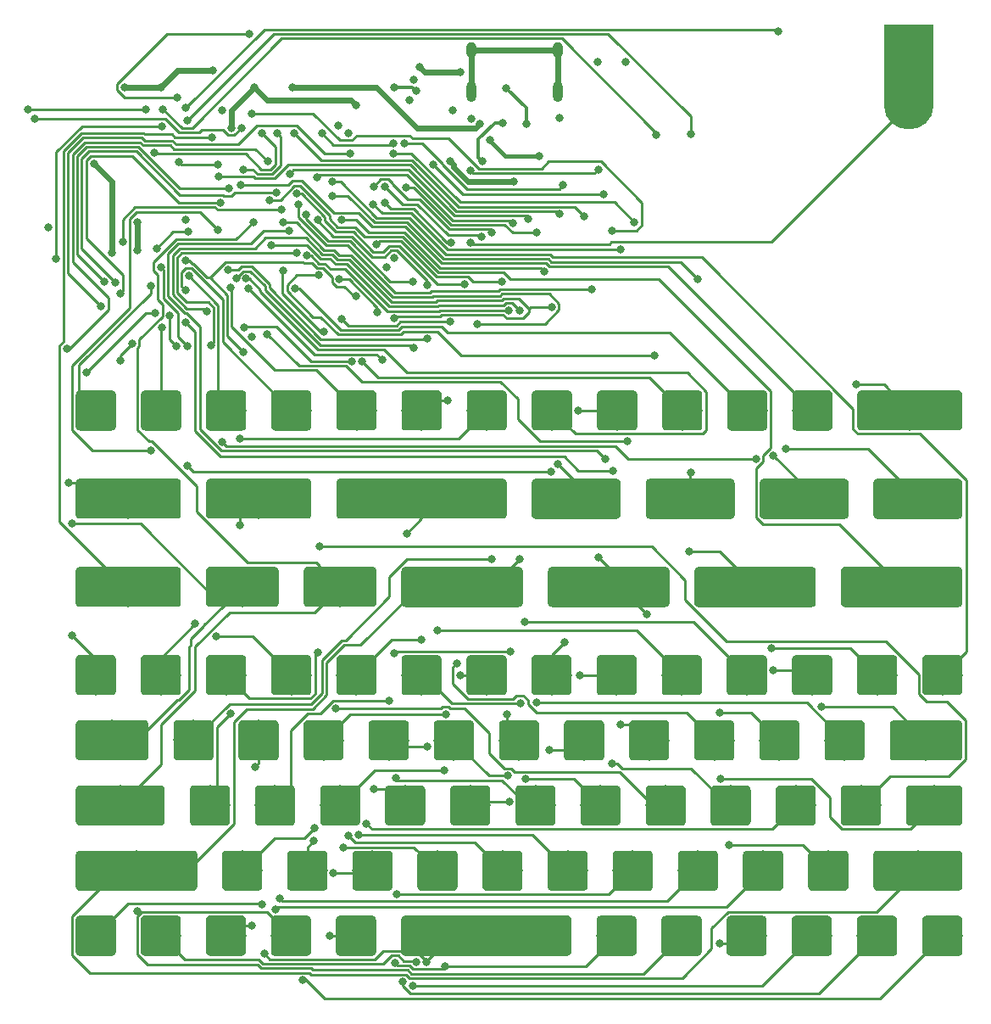
<source format=gbr>
G04 #@! TF.GenerationSoftware,KiCad,Pcbnew,(5.1.2-1)-1*
G04 #@! TF.CreationDate,2020-07-23T10:17:53-07:00*
G04 #@! TF.ProjectId,tiny-touch,74696e79-2d74-46f7-9563-682e6b696361,rev?*
G04 #@! TF.SameCoordinates,Original*
G04 #@! TF.FileFunction,Copper,L1,Top*
G04 #@! TF.FilePolarity,Positive*
%FSLAX46Y46*%
G04 Gerber Fmt 4.6, Leading zero omitted, Abs format (unit mm)*
G04 Created by KiCad (PCBNEW (5.1.2-1)-1) date 2020-07-23 10:17:53*
%MOMM*%
%LPD*%
G04 APERTURE LIST*
%ADD10C,0.100000*%
%ADD11C,4.000000*%
%ADD12O,1.000000X2.100000*%
%ADD13O,1.000000X1.600000*%
%ADD14C,5.000000*%
%ADD15R,5.000000X8.000000*%
%ADD16C,0.800000*%
%ADD17C,0.250000*%
%ADD18C,0.600000*%
%ADD19C,0.300000*%
%ADD20C,0.400000*%
G04 APERTURE END LIST*
D10*
G36*
X160489007Y-86581926D02*
G01*
X160527836Y-86587686D01*
X160565914Y-86597224D01*
X160602873Y-86610448D01*
X160638359Y-86627231D01*
X160672028Y-86647412D01*
X160703557Y-86670796D01*
X160732643Y-86697157D01*
X160759004Y-86726243D01*
X160782388Y-86757772D01*
X160802569Y-86791441D01*
X160819352Y-86826927D01*
X160832576Y-86863886D01*
X160842114Y-86901964D01*
X160847874Y-86940793D01*
X160849800Y-86980000D01*
X160849800Y-90180000D01*
X160847874Y-90219207D01*
X160842114Y-90258036D01*
X160832576Y-90296114D01*
X160819352Y-90333073D01*
X160802569Y-90368559D01*
X160782388Y-90402228D01*
X160759004Y-90433757D01*
X160732643Y-90462843D01*
X160703557Y-90489204D01*
X160672028Y-90512588D01*
X160638359Y-90532769D01*
X160602873Y-90549552D01*
X160565914Y-90562776D01*
X160527836Y-90572314D01*
X160489007Y-90578074D01*
X160449800Y-90580000D01*
X144249800Y-90580000D01*
X144210593Y-90578074D01*
X144171764Y-90572314D01*
X144133686Y-90562776D01*
X144096727Y-90549552D01*
X144061241Y-90532769D01*
X144027572Y-90512588D01*
X143996043Y-90489204D01*
X143966957Y-90462843D01*
X143940596Y-90433757D01*
X143917212Y-90402228D01*
X143897031Y-90368559D01*
X143880248Y-90333073D01*
X143867024Y-90296114D01*
X143857486Y-90258036D01*
X143851726Y-90219207D01*
X143849800Y-90180000D01*
X143849800Y-86980000D01*
X143851726Y-86940793D01*
X143857486Y-86901964D01*
X143867024Y-86863886D01*
X143880248Y-86826927D01*
X143897031Y-86791441D01*
X143917212Y-86757772D01*
X143940596Y-86726243D01*
X143966957Y-86697157D01*
X143996043Y-86670796D01*
X144027572Y-86647412D01*
X144061241Y-86627231D01*
X144096727Y-86610448D01*
X144133686Y-86597224D01*
X144171764Y-86587686D01*
X144210593Y-86581926D01*
X144249800Y-86580000D01*
X160449800Y-86580000D01*
X160489007Y-86581926D01*
X160489007Y-86581926D01*
G37*
D11*
X152349800Y-88580000D03*
D10*
G36*
X206009407Y-77771926D02*
G01*
X206048236Y-77777686D01*
X206086314Y-77787224D01*
X206123273Y-77800448D01*
X206158759Y-77817231D01*
X206192428Y-77837412D01*
X206223957Y-77860796D01*
X206253043Y-77887157D01*
X206279404Y-77916243D01*
X206302788Y-77947772D01*
X206322969Y-77981441D01*
X206339752Y-78016927D01*
X206352976Y-78053886D01*
X206362514Y-78091964D01*
X206368274Y-78130793D01*
X206370200Y-78170000D01*
X206370200Y-81370000D01*
X206368274Y-81409207D01*
X206362514Y-81448036D01*
X206352976Y-81486114D01*
X206339752Y-81523073D01*
X206322969Y-81558559D01*
X206302788Y-81592228D01*
X206279404Y-81623757D01*
X206253043Y-81652843D01*
X206223957Y-81679204D01*
X206192428Y-81702588D01*
X206158759Y-81722769D01*
X206123273Y-81739552D01*
X206086314Y-81752776D01*
X206048236Y-81762314D01*
X206009407Y-81768074D01*
X205970200Y-81770000D01*
X196270200Y-81770000D01*
X196230993Y-81768074D01*
X196192164Y-81762314D01*
X196154086Y-81752776D01*
X196117127Y-81739552D01*
X196081641Y-81722769D01*
X196047972Y-81702588D01*
X196016443Y-81679204D01*
X195987357Y-81652843D01*
X195960996Y-81623757D01*
X195937612Y-81592228D01*
X195917431Y-81558559D01*
X195900648Y-81523073D01*
X195887424Y-81486114D01*
X195877886Y-81448036D01*
X195872126Y-81409207D01*
X195870200Y-81370000D01*
X195870200Y-78170000D01*
X195872126Y-78130793D01*
X195877886Y-78091964D01*
X195887424Y-78053886D01*
X195900648Y-78016927D01*
X195917431Y-77981441D01*
X195937612Y-77947772D01*
X195960996Y-77916243D01*
X195987357Y-77887157D01*
X196016443Y-77860796D01*
X196047972Y-77837412D01*
X196081641Y-77817231D01*
X196117127Y-77800448D01*
X196154086Y-77787224D01*
X196192164Y-77777686D01*
X196230993Y-77771926D01*
X196270200Y-77770000D01*
X205970200Y-77770000D01*
X206009407Y-77771926D01*
X206009407Y-77771926D01*
G37*
D11*
X201120200Y-79770000D03*
D10*
G36*
X121469607Y-77781926D02*
G01*
X121508436Y-77787686D01*
X121546514Y-77797224D01*
X121583473Y-77810448D01*
X121618959Y-77827231D01*
X121652628Y-77847412D01*
X121684157Y-77870796D01*
X121713243Y-77897157D01*
X121739604Y-77926243D01*
X121762988Y-77957772D01*
X121783169Y-77991441D01*
X121799952Y-78026927D01*
X121813176Y-78063886D01*
X121822714Y-78101964D01*
X121828474Y-78140793D01*
X121830400Y-78180000D01*
X121830400Y-81380000D01*
X121828474Y-81419207D01*
X121822714Y-81458036D01*
X121813176Y-81496114D01*
X121799952Y-81533073D01*
X121783169Y-81568559D01*
X121762988Y-81602228D01*
X121739604Y-81633757D01*
X121713243Y-81662843D01*
X121684157Y-81689204D01*
X121652628Y-81712588D01*
X121618959Y-81732769D01*
X121583473Y-81749552D01*
X121546514Y-81762776D01*
X121508436Y-81772314D01*
X121469607Y-81778074D01*
X121430400Y-81780000D01*
X118230400Y-81780000D01*
X118191193Y-81778074D01*
X118152364Y-81772314D01*
X118114286Y-81762776D01*
X118077327Y-81749552D01*
X118041841Y-81732769D01*
X118008172Y-81712588D01*
X117976643Y-81689204D01*
X117947557Y-81662843D01*
X117921196Y-81633757D01*
X117897812Y-81602228D01*
X117877631Y-81568559D01*
X117860848Y-81533073D01*
X117847624Y-81496114D01*
X117838086Y-81458036D01*
X117832326Y-81419207D01*
X117830400Y-81380000D01*
X117830400Y-78180000D01*
X117832326Y-78140793D01*
X117838086Y-78101964D01*
X117847624Y-78063886D01*
X117860848Y-78026927D01*
X117877631Y-77991441D01*
X117897812Y-77957772D01*
X117921196Y-77926243D01*
X117947557Y-77897157D01*
X117976643Y-77870796D01*
X118008172Y-77847412D01*
X118041841Y-77827231D01*
X118077327Y-77810448D01*
X118114286Y-77797224D01*
X118152364Y-77787686D01*
X118191193Y-77781926D01*
X118230400Y-77780000D01*
X121430400Y-77780000D01*
X121469607Y-77781926D01*
X121469607Y-77781926D01*
G37*
D11*
X119830400Y-79780000D03*
D10*
G36*
X206011907Y-95391926D02*
G01*
X206050736Y-95397686D01*
X206088814Y-95407224D01*
X206125773Y-95420448D01*
X206161259Y-95437231D01*
X206194928Y-95457412D01*
X206226457Y-95480796D01*
X206255543Y-95507157D01*
X206281904Y-95536243D01*
X206305288Y-95567772D01*
X206325469Y-95601441D01*
X206342252Y-95636927D01*
X206355476Y-95673886D01*
X206365014Y-95711964D01*
X206370774Y-95750793D01*
X206372700Y-95790000D01*
X206372700Y-98990000D01*
X206370774Y-99029207D01*
X206365014Y-99068036D01*
X206355476Y-99106114D01*
X206342252Y-99143073D01*
X206325469Y-99178559D01*
X206305288Y-99212228D01*
X206281904Y-99243757D01*
X206255543Y-99272843D01*
X206226457Y-99299204D01*
X206194928Y-99322588D01*
X206161259Y-99342769D01*
X206125773Y-99359552D01*
X206088814Y-99372776D01*
X206050736Y-99382314D01*
X206011907Y-99388074D01*
X205972700Y-99390000D01*
X194647700Y-99390000D01*
X194608493Y-99388074D01*
X194569664Y-99382314D01*
X194531586Y-99372776D01*
X194494627Y-99359552D01*
X194459141Y-99342769D01*
X194425472Y-99322588D01*
X194393943Y-99299204D01*
X194364857Y-99272843D01*
X194338496Y-99243757D01*
X194315112Y-99212228D01*
X194294931Y-99178559D01*
X194278148Y-99143073D01*
X194264924Y-99106114D01*
X194255386Y-99068036D01*
X194249626Y-99029207D01*
X194247700Y-98990000D01*
X194247700Y-95790000D01*
X194249626Y-95750793D01*
X194255386Y-95711964D01*
X194264924Y-95673886D01*
X194278148Y-95636927D01*
X194294931Y-95601441D01*
X194315112Y-95567772D01*
X194338496Y-95536243D01*
X194364857Y-95507157D01*
X194393943Y-95480796D01*
X194425472Y-95457412D01*
X194459141Y-95437231D01*
X194494627Y-95420448D01*
X194531586Y-95407224D01*
X194569664Y-95397686D01*
X194608493Y-95391926D01*
X194647700Y-95390000D01*
X205972700Y-95390000D01*
X206011907Y-95391926D01*
X206011907Y-95391926D01*
G37*
D11*
X200310200Y-97390000D03*
D10*
G36*
X176751907Y-95391926D02*
G01*
X176790736Y-95397686D01*
X176828814Y-95407224D01*
X176865773Y-95420448D01*
X176901259Y-95437231D01*
X176934928Y-95457412D01*
X176966457Y-95480796D01*
X176995543Y-95507157D01*
X177021904Y-95536243D01*
X177045288Y-95567772D01*
X177065469Y-95601441D01*
X177082252Y-95636927D01*
X177095476Y-95673886D01*
X177105014Y-95711964D01*
X177110774Y-95750793D01*
X177112700Y-95790000D01*
X177112700Y-98990000D01*
X177110774Y-99029207D01*
X177105014Y-99068036D01*
X177095476Y-99106114D01*
X177082252Y-99143073D01*
X177065469Y-99178559D01*
X177045288Y-99212228D01*
X177021904Y-99243757D01*
X176995543Y-99272843D01*
X176966457Y-99299204D01*
X176934928Y-99322588D01*
X176901259Y-99342769D01*
X176865773Y-99359552D01*
X176828814Y-99372776D01*
X176790736Y-99382314D01*
X176751907Y-99388074D01*
X176712700Y-99390000D01*
X165387700Y-99390000D01*
X165348493Y-99388074D01*
X165309664Y-99382314D01*
X165271586Y-99372776D01*
X165234627Y-99359552D01*
X165199141Y-99342769D01*
X165165472Y-99322588D01*
X165133943Y-99299204D01*
X165104857Y-99272843D01*
X165078496Y-99243757D01*
X165055112Y-99212228D01*
X165034931Y-99178559D01*
X165018148Y-99143073D01*
X165004924Y-99106114D01*
X164995386Y-99068036D01*
X164989626Y-99029207D01*
X164987700Y-98990000D01*
X164987700Y-95790000D01*
X164989626Y-95750793D01*
X164995386Y-95711964D01*
X165004924Y-95673886D01*
X165018148Y-95636927D01*
X165034931Y-95601441D01*
X165055112Y-95567772D01*
X165078496Y-95536243D01*
X165104857Y-95507157D01*
X165133943Y-95480796D01*
X165165472Y-95457412D01*
X165199141Y-95437231D01*
X165234627Y-95420448D01*
X165271586Y-95407224D01*
X165309664Y-95397686D01*
X165348493Y-95391926D01*
X165387700Y-95390000D01*
X176712700Y-95390000D01*
X176751907Y-95391926D01*
X176751907Y-95391926D01*
G37*
D11*
X171050200Y-97390000D03*
D10*
G36*
X147484207Y-95371926D02*
G01*
X147523036Y-95377686D01*
X147561114Y-95387224D01*
X147598073Y-95400448D01*
X147633559Y-95417231D01*
X147667228Y-95437412D01*
X147698757Y-95460796D01*
X147727843Y-95487157D01*
X147754204Y-95516243D01*
X147777588Y-95547772D01*
X147797769Y-95581441D01*
X147814552Y-95616927D01*
X147827776Y-95653886D01*
X147837314Y-95691964D01*
X147843074Y-95730793D01*
X147845000Y-95770000D01*
X147845000Y-98970000D01*
X147843074Y-99009207D01*
X147837314Y-99048036D01*
X147827776Y-99086114D01*
X147814552Y-99123073D01*
X147797769Y-99158559D01*
X147777588Y-99192228D01*
X147754204Y-99223757D01*
X147727843Y-99252843D01*
X147698757Y-99279204D01*
X147667228Y-99302588D01*
X147633559Y-99322769D01*
X147598073Y-99339552D01*
X147561114Y-99352776D01*
X147523036Y-99362314D01*
X147484207Y-99368074D01*
X147445000Y-99370000D01*
X140995000Y-99370000D01*
X140955793Y-99368074D01*
X140916964Y-99362314D01*
X140878886Y-99352776D01*
X140841927Y-99339552D01*
X140806441Y-99322769D01*
X140772772Y-99302588D01*
X140741243Y-99279204D01*
X140712157Y-99252843D01*
X140685796Y-99223757D01*
X140662412Y-99192228D01*
X140642231Y-99158559D01*
X140625448Y-99123073D01*
X140612224Y-99086114D01*
X140602686Y-99048036D01*
X140596926Y-99009207D01*
X140595000Y-98970000D01*
X140595000Y-95770000D01*
X140596926Y-95730793D01*
X140602686Y-95691964D01*
X140612224Y-95653886D01*
X140625448Y-95616927D01*
X140642231Y-95581441D01*
X140662412Y-95547772D01*
X140685796Y-95516243D01*
X140712157Y-95487157D01*
X140741243Y-95460796D01*
X140772772Y-95437412D01*
X140806441Y-95417231D01*
X140841927Y-95400448D01*
X140878886Y-95387224D01*
X140916964Y-95377686D01*
X140955793Y-95371926D01*
X140995000Y-95370000D01*
X147445000Y-95370000D01*
X147484207Y-95371926D01*
X147484207Y-95371926D01*
G37*
D11*
X144220000Y-97370000D03*
D10*
G36*
X137724207Y-95381926D02*
G01*
X137763036Y-95387686D01*
X137801114Y-95397224D01*
X137838073Y-95410448D01*
X137873559Y-95427231D01*
X137907228Y-95447412D01*
X137938757Y-95470796D01*
X137967843Y-95497157D01*
X137994204Y-95526243D01*
X138017588Y-95557772D01*
X138037769Y-95591441D01*
X138054552Y-95626927D01*
X138067776Y-95663886D01*
X138077314Y-95701964D01*
X138083074Y-95740793D01*
X138085000Y-95780000D01*
X138085000Y-98980000D01*
X138083074Y-99019207D01*
X138077314Y-99058036D01*
X138067776Y-99096114D01*
X138054552Y-99133073D01*
X138037769Y-99168559D01*
X138017588Y-99202228D01*
X137994204Y-99233757D01*
X137967843Y-99262843D01*
X137938757Y-99289204D01*
X137907228Y-99312588D01*
X137873559Y-99332769D01*
X137838073Y-99349552D01*
X137801114Y-99362776D01*
X137763036Y-99372314D01*
X137724207Y-99378074D01*
X137685000Y-99380000D01*
X131235000Y-99380000D01*
X131195793Y-99378074D01*
X131156964Y-99372314D01*
X131118886Y-99362776D01*
X131081927Y-99349552D01*
X131046441Y-99332769D01*
X131012772Y-99312588D01*
X130981243Y-99289204D01*
X130952157Y-99262843D01*
X130925796Y-99233757D01*
X130902412Y-99202228D01*
X130882231Y-99168559D01*
X130865448Y-99133073D01*
X130852224Y-99096114D01*
X130842686Y-99058036D01*
X130836926Y-99019207D01*
X130835000Y-98980000D01*
X130835000Y-95780000D01*
X130836926Y-95740793D01*
X130842686Y-95701964D01*
X130852224Y-95663886D01*
X130865448Y-95626927D01*
X130882231Y-95591441D01*
X130902412Y-95557772D01*
X130925796Y-95526243D01*
X130952157Y-95497157D01*
X130981243Y-95470796D01*
X131012772Y-95447412D01*
X131046441Y-95427231D01*
X131081927Y-95410448D01*
X131118886Y-95397224D01*
X131156964Y-95387686D01*
X131195793Y-95381926D01*
X131235000Y-95380000D01*
X137685000Y-95380000D01*
X137724207Y-95381926D01*
X137724207Y-95381926D01*
G37*
D11*
X134460000Y-97380000D03*
D10*
G36*
X206006707Y-86591926D02*
G01*
X206045536Y-86597686D01*
X206083614Y-86607224D01*
X206120573Y-86620448D01*
X206156059Y-86637231D01*
X206189728Y-86657412D01*
X206221257Y-86680796D01*
X206250343Y-86707157D01*
X206276704Y-86736243D01*
X206300088Y-86767772D01*
X206320269Y-86801441D01*
X206337052Y-86836927D01*
X206350276Y-86873886D01*
X206359814Y-86911964D01*
X206365574Y-86950793D01*
X206367500Y-86990000D01*
X206367500Y-90190000D01*
X206365574Y-90229207D01*
X206359814Y-90268036D01*
X206350276Y-90306114D01*
X206337052Y-90343073D01*
X206320269Y-90378559D01*
X206300088Y-90412228D01*
X206276704Y-90443757D01*
X206250343Y-90472843D01*
X206221257Y-90499204D01*
X206189728Y-90522588D01*
X206156059Y-90542769D01*
X206120573Y-90559552D01*
X206083614Y-90572776D01*
X206045536Y-90582314D01*
X206006707Y-90588074D01*
X205967500Y-90590000D01*
X197892500Y-90590000D01*
X197853293Y-90588074D01*
X197814464Y-90582314D01*
X197776386Y-90572776D01*
X197739427Y-90559552D01*
X197703941Y-90542769D01*
X197670272Y-90522588D01*
X197638743Y-90499204D01*
X197609657Y-90472843D01*
X197583296Y-90443757D01*
X197559912Y-90412228D01*
X197539731Y-90378559D01*
X197522948Y-90343073D01*
X197509724Y-90306114D01*
X197500186Y-90268036D01*
X197494426Y-90229207D01*
X197492500Y-90190000D01*
X197492500Y-86990000D01*
X197494426Y-86950793D01*
X197500186Y-86911964D01*
X197509724Y-86873886D01*
X197522948Y-86836927D01*
X197539731Y-86801441D01*
X197559912Y-86767772D01*
X197583296Y-86736243D01*
X197609657Y-86707157D01*
X197638743Y-86680796D01*
X197670272Y-86657412D01*
X197703941Y-86637231D01*
X197739427Y-86620448D01*
X197776386Y-86607224D01*
X197814464Y-86597686D01*
X197853293Y-86591926D01*
X197892500Y-86590000D01*
X205967500Y-86590000D01*
X206006707Y-86591926D01*
X206006707Y-86591926D01*
G37*
D11*
X201930000Y-88590000D03*
D10*
G36*
X127969407Y-95381926D02*
G01*
X128008236Y-95387686D01*
X128046314Y-95397224D01*
X128083273Y-95410448D01*
X128118759Y-95427231D01*
X128152428Y-95447412D01*
X128183957Y-95470796D01*
X128213043Y-95497157D01*
X128239404Y-95526243D01*
X128262788Y-95557772D01*
X128282969Y-95591441D01*
X128299752Y-95626927D01*
X128312976Y-95663886D01*
X128322514Y-95701964D01*
X128328274Y-95740793D01*
X128330200Y-95780000D01*
X128330200Y-98980000D01*
X128328274Y-99019207D01*
X128322514Y-99058036D01*
X128312976Y-99096114D01*
X128299752Y-99133073D01*
X128282969Y-99168559D01*
X128262788Y-99202228D01*
X128239404Y-99233757D01*
X128213043Y-99262843D01*
X128183957Y-99289204D01*
X128152428Y-99312588D01*
X128118759Y-99332769D01*
X128083273Y-99349552D01*
X128046314Y-99362776D01*
X128008236Y-99372314D01*
X127969407Y-99378074D01*
X127930200Y-99380000D01*
X118230200Y-99380000D01*
X118190993Y-99378074D01*
X118152164Y-99372314D01*
X118114086Y-99362776D01*
X118077127Y-99349552D01*
X118041641Y-99332769D01*
X118007972Y-99312588D01*
X117976443Y-99289204D01*
X117947357Y-99262843D01*
X117920996Y-99233757D01*
X117897612Y-99202228D01*
X117877431Y-99168559D01*
X117860648Y-99133073D01*
X117847424Y-99096114D01*
X117837886Y-99058036D01*
X117832126Y-99019207D01*
X117830200Y-98980000D01*
X117830200Y-95780000D01*
X117832126Y-95740793D01*
X117837886Y-95701964D01*
X117847424Y-95663886D01*
X117860648Y-95626927D01*
X117877431Y-95591441D01*
X117897612Y-95557772D01*
X117920996Y-95526243D01*
X117947357Y-95497157D01*
X117976443Y-95470796D01*
X118007972Y-95447412D01*
X118041641Y-95427231D01*
X118077127Y-95410448D01*
X118114086Y-95397224D01*
X118152164Y-95387686D01*
X118190993Y-95381926D01*
X118230200Y-95380000D01*
X127930200Y-95380000D01*
X127969407Y-95381926D01*
X127969407Y-95381926D01*
G37*
D11*
X123080200Y-97380000D03*
D12*
X157360000Y-47960000D03*
X166000000Y-47960000D03*
D13*
X157360000Y-43780000D03*
X166000000Y-43780000D03*
D10*
G36*
X206009607Y-130202126D02*
G01*
X206048436Y-130207886D01*
X206086514Y-130217424D01*
X206123473Y-130230648D01*
X206158959Y-130247431D01*
X206192628Y-130267612D01*
X206224157Y-130290996D01*
X206253243Y-130317357D01*
X206279604Y-130346443D01*
X206302988Y-130377972D01*
X206323169Y-130411641D01*
X206339952Y-130447127D01*
X206353176Y-130484086D01*
X206362714Y-130522164D01*
X206368474Y-130560993D01*
X206370400Y-130600200D01*
X206370400Y-133800200D01*
X206368474Y-133839407D01*
X206362714Y-133878236D01*
X206353176Y-133916314D01*
X206339952Y-133953273D01*
X206323169Y-133988759D01*
X206302988Y-134022428D01*
X206279604Y-134053957D01*
X206253243Y-134083043D01*
X206224157Y-134109404D01*
X206192628Y-134132788D01*
X206158959Y-134152969D01*
X206123473Y-134169752D01*
X206086514Y-134182976D01*
X206048436Y-134192514D01*
X206009607Y-134198274D01*
X205970400Y-134200200D01*
X202770400Y-134200200D01*
X202731193Y-134198274D01*
X202692364Y-134192514D01*
X202654286Y-134182976D01*
X202617327Y-134169752D01*
X202581841Y-134152969D01*
X202548172Y-134132788D01*
X202516643Y-134109404D01*
X202487557Y-134083043D01*
X202461196Y-134053957D01*
X202437812Y-134022428D01*
X202417631Y-133988759D01*
X202400848Y-133953273D01*
X202387624Y-133916314D01*
X202378086Y-133878236D01*
X202372326Y-133839407D01*
X202370400Y-133800200D01*
X202370400Y-130600200D01*
X202372326Y-130560993D01*
X202378086Y-130522164D01*
X202387624Y-130484086D01*
X202400848Y-130447127D01*
X202417631Y-130411641D01*
X202437812Y-130377972D01*
X202461196Y-130346443D01*
X202487557Y-130317357D01*
X202516643Y-130290996D01*
X202548172Y-130267612D01*
X202581841Y-130247431D01*
X202617327Y-130230648D01*
X202654286Y-130217424D01*
X202692364Y-130207886D01*
X202731193Y-130202126D01*
X202770400Y-130200200D01*
X205970400Y-130200200D01*
X206009607Y-130202126D01*
X206009607Y-130202126D01*
G37*
D11*
X204370400Y-132200200D03*
D10*
G36*
X199479607Y-130202126D02*
G01*
X199518436Y-130207886D01*
X199556514Y-130217424D01*
X199593473Y-130230648D01*
X199628959Y-130247431D01*
X199662628Y-130267612D01*
X199694157Y-130290996D01*
X199723243Y-130317357D01*
X199749604Y-130346443D01*
X199772988Y-130377972D01*
X199793169Y-130411641D01*
X199809952Y-130447127D01*
X199823176Y-130484086D01*
X199832714Y-130522164D01*
X199838474Y-130560993D01*
X199840400Y-130600200D01*
X199840400Y-133800200D01*
X199838474Y-133839407D01*
X199832714Y-133878236D01*
X199823176Y-133916314D01*
X199809952Y-133953273D01*
X199793169Y-133988759D01*
X199772988Y-134022428D01*
X199749604Y-134053957D01*
X199723243Y-134083043D01*
X199694157Y-134109404D01*
X199662628Y-134132788D01*
X199628959Y-134152969D01*
X199593473Y-134169752D01*
X199556514Y-134182976D01*
X199518436Y-134192514D01*
X199479607Y-134198274D01*
X199440400Y-134200200D01*
X196240400Y-134200200D01*
X196201193Y-134198274D01*
X196162364Y-134192514D01*
X196124286Y-134182976D01*
X196087327Y-134169752D01*
X196051841Y-134152969D01*
X196018172Y-134132788D01*
X195986643Y-134109404D01*
X195957557Y-134083043D01*
X195931196Y-134053957D01*
X195907812Y-134022428D01*
X195887631Y-133988759D01*
X195870848Y-133953273D01*
X195857624Y-133916314D01*
X195848086Y-133878236D01*
X195842326Y-133839407D01*
X195840400Y-133800200D01*
X195840400Y-130600200D01*
X195842326Y-130560993D01*
X195848086Y-130522164D01*
X195857624Y-130484086D01*
X195870848Y-130447127D01*
X195887631Y-130411641D01*
X195907812Y-130377972D01*
X195931196Y-130346443D01*
X195957557Y-130317357D01*
X195986643Y-130290996D01*
X196018172Y-130267612D01*
X196051841Y-130247431D01*
X196087327Y-130230648D01*
X196124286Y-130217424D01*
X196162364Y-130207886D01*
X196201193Y-130202126D01*
X196240400Y-130200200D01*
X199440400Y-130200200D01*
X199479607Y-130202126D01*
X199479607Y-130202126D01*
G37*
D11*
X197840400Y-132200200D03*
D10*
G36*
X192969607Y-130202126D02*
G01*
X193008436Y-130207886D01*
X193046514Y-130217424D01*
X193083473Y-130230648D01*
X193118959Y-130247431D01*
X193152628Y-130267612D01*
X193184157Y-130290996D01*
X193213243Y-130317357D01*
X193239604Y-130346443D01*
X193262988Y-130377972D01*
X193283169Y-130411641D01*
X193299952Y-130447127D01*
X193313176Y-130484086D01*
X193322714Y-130522164D01*
X193328474Y-130560993D01*
X193330400Y-130600200D01*
X193330400Y-133800200D01*
X193328474Y-133839407D01*
X193322714Y-133878236D01*
X193313176Y-133916314D01*
X193299952Y-133953273D01*
X193283169Y-133988759D01*
X193262988Y-134022428D01*
X193239604Y-134053957D01*
X193213243Y-134083043D01*
X193184157Y-134109404D01*
X193152628Y-134132788D01*
X193118959Y-134152969D01*
X193083473Y-134169752D01*
X193046514Y-134182976D01*
X193008436Y-134192514D01*
X192969607Y-134198274D01*
X192930400Y-134200200D01*
X189730400Y-134200200D01*
X189691193Y-134198274D01*
X189652364Y-134192514D01*
X189614286Y-134182976D01*
X189577327Y-134169752D01*
X189541841Y-134152969D01*
X189508172Y-134132788D01*
X189476643Y-134109404D01*
X189447557Y-134083043D01*
X189421196Y-134053957D01*
X189397812Y-134022428D01*
X189377631Y-133988759D01*
X189360848Y-133953273D01*
X189347624Y-133916314D01*
X189338086Y-133878236D01*
X189332326Y-133839407D01*
X189330400Y-133800200D01*
X189330400Y-130600200D01*
X189332326Y-130560993D01*
X189338086Y-130522164D01*
X189347624Y-130484086D01*
X189360848Y-130447127D01*
X189377631Y-130411641D01*
X189397812Y-130377972D01*
X189421196Y-130346443D01*
X189447557Y-130317357D01*
X189476643Y-130290996D01*
X189508172Y-130267612D01*
X189541841Y-130247431D01*
X189577327Y-130230648D01*
X189614286Y-130217424D01*
X189652364Y-130207886D01*
X189691193Y-130202126D01*
X189730400Y-130200200D01*
X192930400Y-130200200D01*
X192969607Y-130202126D01*
X192969607Y-130202126D01*
G37*
D11*
X191330400Y-132200200D03*
D10*
G36*
X186469607Y-130202126D02*
G01*
X186508436Y-130207886D01*
X186546514Y-130217424D01*
X186583473Y-130230648D01*
X186618959Y-130247431D01*
X186652628Y-130267612D01*
X186684157Y-130290996D01*
X186713243Y-130317357D01*
X186739604Y-130346443D01*
X186762988Y-130377972D01*
X186783169Y-130411641D01*
X186799952Y-130447127D01*
X186813176Y-130484086D01*
X186822714Y-130522164D01*
X186828474Y-130560993D01*
X186830400Y-130600200D01*
X186830400Y-133800200D01*
X186828474Y-133839407D01*
X186822714Y-133878236D01*
X186813176Y-133916314D01*
X186799952Y-133953273D01*
X186783169Y-133988759D01*
X186762988Y-134022428D01*
X186739604Y-134053957D01*
X186713243Y-134083043D01*
X186684157Y-134109404D01*
X186652628Y-134132788D01*
X186618959Y-134152969D01*
X186583473Y-134169752D01*
X186546514Y-134182976D01*
X186508436Y-134192514D01*
X186469607Y-134198274D01*
X186430400Y-134200200D01*
X183230400Y-134200200D01*
X183191193Y-134198274D01*
X183152364Y-134192514D01*
X183114286Y-134182976D01*
X183077327Y-134169752D01*
X183041841Y-134152969D01*
X183008172Y-134132788D01*
X182976643Y-134109404D01*
X182947557Y-134083043D01*
X182921196Y-134053957D01*
X182897812Y-134022428D01*
X182877631Y-133988759D01*
X182860848Y-133953273D01*
X182847624Y-133916314D01*
X182838086Y-133878236D01*
X182832326Y-133839407D01*
X182830400Y-133800200D01*
X182830400Y-130600200D01*
X182832326Y-130560993D01*
X182838086Y-130522164D01*
X182847624Y-130484086D01*
X182860848Y-130447127D01*
X182877631Y-130411641D01*
X182897812Y-130377972D01*
X182921196Y-130346443D01*
X182947557Y-130317357D01*
X182976643Y-130290996D01*
X183008172Y-130267612D01*
X183041841Y-130247431D01*
X183077327Y-130230648D01*
X183114286Y-130217424D01*
X183152364Y-130207886D01*
X183191193Y-130202126D01*
X183230400Y-130200200D01*
X186430400Y-130200200D01*
X186469607Y-130202126D01*
X186469607Y-130202126D01*
G37*
D11*
X184830400Y-132200200D03*
D10*
G36*
X179969607Y-130202126D02*
G01*
X180008436Y-130207886D01*
X180046514Y-130217424D01*
X180083473Y-130230648D01*
X180118959Y-130247431D01*
X180152628Y-130267612D01*
X180184157Y-130290996D01*
X180213243Y-130317357D01*
X180239604Y-130346443D01*
X180262988Y-130377972D01*
X180283169Y-130411641D01*
X180299952Y-130447127D01*
X180313176Y-130484086D01*
X180322714Y-130522164D01*
X180328474Y-130560993D01*
X180330400Y-130600200D01*
X180330400Y-133800200D01*
X180328474Y-133839407D01*
X180322714Y-133878236D01*
X180313176Y-133916314D01*
X180299952Y-133953273D01*
X180283169Y-133988759D01*
X180262988Y-134022428D01*
X180239604Y-134053957D01*
X180213243Y-134083043D01*
X180184157Y-134109404D01*
X180152628Y-134132788D01*
X180118959Y-134152969D01*
X180083473Y-134169752D01*
X180046514Y-134182976D01*
X180008436Y-134192514D01*
X179969607Y-134198274D01*
X179930400Y-134200200D01*
X176730400Y-134200200D01*
X176691193Y-134198274D01*
X176652364Y-134192514D01*
X176614286Y-134182976D01*
X176577327Y-134169752D01*
X176541841Y-134152969D01*
X176508172Y-134132788D01*
X176476643Y-134109404D01*
X176447557Y-134083043D01*
X176421196Y-134053957D01*
X176397812Y-134022428D01*
X176377631Y-133988759D01*
X176360848Y-133953273D01*
X176347624Y-133916314D01*
X176338086Y-133878236D01*
X176332326Y-133839407D01*
X176330400Y-133800200D01*
X176330400Y-130600200D01*
X176332326Y-130560993D01*
X176338086Y-130522164D01*
X176347624Y-130484086D01*
X176360848Y-130447127D01*
X176377631Y-130411641D01*
X176397812Y-130377972D01*
X176421196Y-130346443D01*
X176447557Y-130317357D01*
X176476643Y-130290996D01*
X176508172Y-130267612D01*
X176541841Y-130247431D01*
X176577327Y-130230648D01*
X176614286Y-130217424D01*
X176652364Y-130207886D01*
X176691193Y-130202126D01*
X176730400Y-130200200D01*
X179930400Y-130200200D01*
X179969607Y-130202126D01*
X179969607Y-130202126D01*
G37*
D11*
X178330400Y-132200200D03*
D10*
G36*
X173459607Y-130202126D02*
G01*
X173498436Y-130207886D01*
X173536514Y-130217424D01*
X173573473Y-130230648D01*
X173608959Y-130247431D01*
X173642628Y-130267612D01*
X173674157Y-130290996D01*
X173703243Y-130317357D01*
X173729604Y-130346443D01*
X173752988Y-130377972D01*
X173773169Y-130411641D01*
X173789952Y-130447127D01*
X173803176Y-130484086D01*
X173812714Y-130522164D01*
X173818474Y-130560993D01*
X173820400Y-130600200D01*
X173820400Y-133800200D01*
X173818474Y-133839407D01*
X173812714Y-133878236D01*
X173803176Y-133916314D01*
X173789952Y-133953273D01*
X173773169Y-133988759D01*
X173752988Y-134022428D01*
X173729604Y-134053957D01*
X173703243Y-134083043D01*
X173674157Y-134109404D01*
X173642628Y-134132788D01*
X173608959Y-134152969D01*
X173573473Y-134169752D01*
X173536514Y-134182976D01*
X173498436Y-134192514D01*
X173459607Y-134198274D01*
X173420400Y-134200200D01*
X170220400Y-134200200D01*
X170181193Y-134198274D01*
X170142364Y-134192514D01*
X170104286Y-134182976D01*
X170067327Y-134169752D01*
X170031841Y-134152969D01*
X169998172Y-134132788D01*
X169966643Y-134109404D01*
X169937557Y-134083043D01*
X169911196Y-134053957D01*
X169887812Y-134022428D01*
X169867631Y-133988759D01*
X169850848Y-133953273D01*
X169837624Y-133916314D01*
X169828086Y-133878236D01*
X169822326Y-133839407D01*
X169820400Y-133800200D01*
X169820400Y-130600200D01*
X169822326Y-130560993D01*
X169828086Y-130522164D01*
X169837624Y-130484086D01*
X169850848Y-130447127D01*
X169867631Y-130411641D01*
X169887812Y-130377972D01*
X169911196Y-130346443D01*
X169937557Y-130317357D01*
X169966643Y-130290996D01*
X169998172Y-130267612D01*
X170031841Y-130247431D01*
X170067327Y-130230648D01*
X170104286Y-130217424D01*
X170142364Y-130207886D01*
X170181193Y-130202126D01*
X170220400Y-130200200D01*
X173420400Y-130200200D01*
X173459607Y-130202126D01*
X173459607Y-130202126D01*
G37*
D11*
X171820400Y-132200200D03*
D10*
G36*
X166959007Y-130191726D02*
G01*
X166997836Y-130197486D01*
X167035914Y-130207024D01*
X167072873Y-130220248D01*
X167108359Y-130237031D01*
X167142028Y-130257212D01*
X167173557Y-130280596D01*
X167202643Y-130306957D01*
X167229004Y-130336043D01*
X167252388Y-130367572D01*
X167272569Y-130401241D01*
X167289352Y-130436727D01*
X167302576Y-130473686D01*
X167312114Y-130511764D01*
X167317874Y-130550593D01*
X167319800Y-130589800D01*
X167319800Y-133789800D01*
X167317874Y-133829007D01*
X167312114Y-133867836D01*
X167302576Y-133905914D01*
X167289352Y-133942873D01*
X167272569Y-133978359D01*
X167252388Y-134012028D01*
X167229004Y-134043557D01*
X167202643Y-134072643D01*
X167173557Y-134099004D01*
X167142028Y-134122388D01*
X167108359Y-134142569D01*
X167072873Y-134159352D01*
X167035914Y-134172576D01*
X166997836Y-134182114D01*
X166959007Y-134187874D01*
X166919800Y-134189800D01*
X150719800Y-134189800D01*
X150680593Y-134187874D01*
X150641764Y-134182114D01*
X150603686Y-134172576D01*
X150566727Y-134159352D01*
X150531241Y-134142569D01*
X150497572Y-134122388D01*
X150466043Y-134099004D01*
X150436957Y-134072643D01*
X150410596Y-134043557D01*
X150387212Y-134012028D01*
X150367031Y-133978359D01*
X150350248Y-133942873D01*
X150337024Y-133905914D01*
X150327486Y-133867836D01*
X150321726Y-133829007D01*
X150319800Y-133789800D01*
X150319800Y-130589800D01*
X150321726Y-130550593D01*
X150327486Y-130511764D01*
X150337024Y-130473686D01*
X150350248Y-130436727D01*
X150367031Y-130401241D01*
X150387212Y-130367572D01*
X150410596Y-130336043D01*
X150436957Y-130306957D01*
X150466043Y-130280596D01*
X150497572Y-130257212D01*
X150531241Y-130237031D01*
X150566727Y-130220248D01*
X150603686Y-130207024D01*
X150641764Y-130197486D01*
X150680593Y-130191726D01*
X150719800Y-130189800D01*
X166919800Y-130189800D01*
X166959007Y-130191726D01*
X166959007Y-130191726D01*
G37*
D11*
X158819800Y-132189800D03*
D10*
G36*
X147449607Y-130192126D02*
G01*
X147488436Y-130197886D01*
X147526514Y-130207424D01*
X147563473Y-130220648D01*
X147598959Y-130237431D01*
X147632628Y-130257612D01*
X147664157Y-130280996D01*
X147693243Y-130307357D01*
X147719604Y-130336443D01*
X147742988Y-130367972D01*
X147763169Y-130401641D01*
X147779952Y-130437127D01*
X147793176Y-130474086D01*
X147802714Y-130512164D01*
X147808474Y-130550993D01*
X147810400Y-130590200D01*
X147810400Y-133790200D01*
X147808474Y-133829407D01*
X147802714Y-133868236D01*
X147793176Y-133906314D01*
X147779952Y-133943273D01*
X147763169Y-133978759D01*
X147742988Y-134012428D01*
X147719604Y-134043957D01*
X147693243Y-134073043D01*
X147664157Y-134099404D01*
X147632628Y-134122788D01*
X147598959Y-134142969D01*
X147563473Y-134159752D01*
X147526514Y-134172976D01*
X147488436Y-134182514D01*
X147449607Y-134188274D01*
X147410400Y-134190200D01*
X144210400Y-134190200D01*
X144171193Y-134188274D01*
X144132364Y-134182514D01*
X144094286Y-134172976D01*
X144057327Y-134159752D01*
X144021841Y-134142969D01*
X143988172Y-134122788D01*
X143956643Y-134099404D01*
X143927557Y-134073043D01*
X143901196Y-134043957D01*
X143877812Y-134012428D01*
X143857631Y-133978759D01*
X143840848Y-133943273D01*
X143827624Y-133906314D01*
X143818086Y-133868236D01*
X143812326Y-133829407D01*
X143810400Y-133790200D01*
X143810400Y-130590200D01*
X143812326Y-130550993D01*
X143818086Y-130512164D01*
X143827624Y-130474086D01*
X143840848Y-130437127D01*
X143857631Y-130401641D01*
X143877812Y-130367972D01*
X143901196Y-130336443D01*
X143927557Y-130307357D01*
X143956643Y-130280996D01*
X143988172Y-130257612D01*
X144021841Y-130237431D01*
X144057327Y-130220648D01*
X144094286Y-130207424D01*
X144132364Y-130197886D01*
X144171193Y-130192126D01*
X144210400Y-130190200D01*
X147410400Y-130190200D01*
X147449607Y-130192126D01*
X147449607Y-130192126D01*
G37*
D11*
X145810400Y-132190200D03*
D10*
G36*
X140949607Y-130192126D02*
G01*
X140988436Y-130197886D01*
X141026514Y-130207424D01*
X141063473Y-130220648D01*
X141098959Y-130237431D01*
X141132628Y-130257612D01*
X141164157Y-130280996D01*
X141193243Y-130307357D01*
X141219604Y-130336443D01*
X141242988Y-130367972D01*
X141263169Y-130401641D01*
X141279952Y-130437127D01*
X141293176Y-130474086D01*
X141302714Y-130512164D01*
X141308474Y-130550993D01*
X141310400Y-130590200D01*
X141310400Y-133790200D01*
X141308474Y-133829407D01*
X141302714Y-133868236D01*
X141293176Y-133906314D01*
X141279952Y-133943273D01*
X141263169Y-133978759D01*
X141242988Y-134012428D01*
X141219604Y-134043957D01*
X141193243Y-134073043D01*
X141164157Y-134099404D01*
X141132628Y-134122788D01*
X141098959Y-134142969D01*
X141063473Y-134159752D01*
X141026514Y-134172976D01*
X140988436Y-134182514D01*
X140949607Y-134188274D01*
X140910400Y-134190200D01*
X137710400Y-134190200D01*
X137671193Y-134188274D01*
X137632364Y-134182514D01*
X137594286Y-134172976D01*
X137557327Y-134159752D01*
X137521841Y-134142969D01*
X137488172Y-134122788D01*
X137456643Y-134099404D01*
X137427557Y-134073043D01*
X137401196Y-134043957D01*
X137377812Y-134012428D01*
X137357631Y-133978759D01*
X137340848Y-133943273D01*
X137327624Y-133906314D01*
X137318086Y-133868236D01*
X137312326Y-133829407D01*
X137310400Y-133790200D01*
X137310400Y-130590200D01*
X137312326Y-130550993D01*
X137318086Y-130512164D01*
X137327624Y-130474086D01*
X137340848Y-130437127D01*
X137357631Y-130401641D01*
X137377812Y-130367972D01*
X137401196Y-130336443D01*
X137427557Y-130307357D01*
X137456643Y-130280996D01*
X137488172Y-130257612D01*
X137521841Y-130237431D01*
X137557327Y-130220648D01*
X137594286Y-130207424D01*
X137632364Y-130197886D01*
X137671193Y-130192126D01*
X137710400Y-130190200D01*
X140910400Y-130190200D01*
X140949607Y-130192126D01*
X140949607Y-130192126D01*
G37*
D11*
X139310400Y-132190200D03*
D10*
G36*
X134459607Y-130192126D02*
G01*
X134498436Y-130197886D01*
X134536514Y-130207424D01*
X134573473Y-130220648D01*
X134608959Y-130237431D01*
X134642628Y-130257612D01*
X134674157Y-130280996D01*
X134703243Y-130307357D01*
X134729604Y-130336443D01*
X134752988Y-130367972D01*
X134773169Y-130401641D01*
X134789952Y-130437127D01*
X134803176Y-130474086D01*
X134812714Y-130512164D01*
X134818474Y-130550993D01*
X134820400Y-130590200D01*
X134820400Y-133790200D01*
X134818474Y-133829407D01*
X134812714Y-133868236D01*
X134803176Y-133906314D01*
X134789952Y-133943273D01*
X134773169Y-133978759D01*
X134752988Y-134012428D01*
X134729604Y-134043957D01*
X134703243Y-134073043D01*
X134674157Y-134099404D01*
X134642628Y-134122788D01*
X134608959Y-134142969D01*
X134573473Y-134159752D01*
X134536514Y-134172976D01*
X134498436Y-134182514D01*
X134459607Y-134188274D01*
X134420400Y-134190200D01*
X131220400Y-134190200D01*
X131181193Y-134188274D01*
X131142364Y-134182514D01*
X131104286Y-134172976D01*
X131067327Y-134159752D01*
X131031841Y-134142969D01*
X130998172Y-134122788D01*
X130966643Y-134099404D01*
X130937557Y-134073043D01*
X130911196Y-134043957D01*
X130887812Y-134012428D01*
X130867631Y-133978759D01*
X130850848Y-133943273D01*
X130837624Y-133906314D01*
X130828086Y-133868236D01*
X130822326Y-133829407D01*
X130820400Y-133790200D01*
X130820400Y-130590200D01*
X130822326Y-130550993D01*
X130828086Y-130512164D01*
X130837624Y-130474086D01*
X130850848Y-130437127D01*
X130867631Y-130401641D01*
X130887812Y-130367972D01*
X130911196Y-130336443D01*
X130937557Y-130307357D01*
X130966643Y-130280996D01*
X130998172Y-130257612D01*
X131031841Y-130237431D01*
X131067327Y-130220648D01*
X131104286Y-130207424D01*
X131142364Y-130197886D01*
X131181193Y-130192126D01*
X131220400Y-130190200D01*
X134420400Y-130190200D01*
X134459607Y-130192126D01*
X134459607Y-130192126D01*
G37*
D11*
X132820400Y-132190200D03*
D10*
G36*
X127959607Y-130192126D02*
G01*
X127998436Y-130197886D01*
X128036514Y-130207424D01*
X128073473Y-130220648D01*
X128108959Y-130237431D01*
X128142628Y-130257612D01*
X128174157Y-130280996D01*
X128203243Y-130307357D01*
X128229604Y-130336443D01*
X128252988Y-130367972D01*
X128273169Y-130401641D01*
X128289952Y-130437127D01*
X128303176Y-130474086D01*
X128312714Y-130512164D01*
X128318474Y-130550993D01*
X128320400Y-130590200D01*
X128320400Y-133790200D01*
X128318474Y-133829407D01*
X128312714Y-133868236D01*
X128303176Y-133906314D01*
X128289952Y-133943273D01*
X128273169Y-133978759D01*
X128252988Y-134012428D01*
X128229604Y-134043957D01*
X128203243Y-134073043D01*
X128174157Y-134099404D01*
X128142628Y-134122788D01*
X128108959Y-134142969D01*
X128073473Y-134159752D01*
X128036514Y-134172976D01*
X127998436Y-134182514D01*
X127959607Y-134188274D01*
X127920400Y-134190200D01*
X124720400Y-134190200D01*
X124681193Y-134188274D01*
X124642364Y-134182514D01*
X124604286Y-134172976D01*
X124567327Y-134159752D01*
X124531841Y-134142969D01*
X124498172Y-134122788D01*
X124466643Y-134099404D01*
X124437557Y-134073043D01*
X124411196Y-134043957D01*
X124387812Y-134012428D01*
X124367631Y-133978759D01*
X124350848Y-133943273D01*
X124337624Y-133906314D01*
X124328086Y-133868236D01*
X124322326Y-133829407D01*
X124320400Y-133790200D01*
X124320400Y-130590200D01*
X124322326Y-130550993D01*
X124328086Y-130512164D01*
X124337624Y-130474086D01*
X124350848Y-130437127D01*
X124367631Y-130401641D01*
X124387812Y-130367972D01*
X124411196Y-130336443D01*
X124437557Y-130307357D01*
X124466643Y-130280996D01*
X124498172Y-130257612D01*
X124531841Y-130237431D01*
X124567327Y-130220648D01*
X124604286Y-130207424D01*
X124642364Y-130197886D01*
X124681193Y-130192126D01*
X124720400Y-130190200D01*
X127920400Y-130190200D01*
X127959607Y-130192126D01*
X127959607Y-130192126D01*
G37*
D11*
X126320400Y-132190200D03*
D10*
G36*
X121459607Y-130192126D02*
G01*
X121498436Y-130197886D01*
X121536514Y-130207424D01*
X121573473Y-130220648D01*
X121608959Y-130237431D01*
X121642628Y-130257612D01*
X121674157Y-130280996D01*
X121703243Y-130307357D01*
X121729604Y-130336443D01*
X121752988Y-130367972D01*
X121773169Y-130401641D01*
X121789952Y-130437127D01*
X121803176Y-130474086D01*
X121812714Y-130512164D01*
X121818474Y-130550993D01*
X121820400Y-130590200D01*
X121820400Y-133790200D01*
X121818474Y-133829407D01*
X121812714Y-133868236D01*
X121803176Y-133906314D01*
X121789952Y-133943273D01*
X121773169Y-133978759D01*
X121752988Y-134012428D01*
X121729604Y-134043957D01*
X121703243Y-134073043D01*
X121674157Y-134099404D01*
X121642628Y-134122788D01*
X121608959Y-134142969D01*
X121573473Y-134159752D01*
X121536514Y-134172976D01*
X121498436Y-134182514D01*
X121459607Y-134188274D01*
X121420400Y-134190200D01*
X118220400Y-134190200D01*
X118181193Y-134188274D01*
X118142364Y-134182514D01*
X118104286Y-134172976D01*
X118067327Y-134159752D01*
X118031841Y-134142969D01*
X117998172Y-134122788D01*
X117966643Y-134099404D01*
X117937557Y-134073043D01*
X117911196Y-134043957D01*
X117887812Y-134012428D01*
X117867631Y-133978759D01*
X117850848Y-133943273D01*
X117837624Y-133906314D01*
X117828086Y-133868236D01*
X117822326Y-133829407D01*
X117820400Y-133790200D01*
X117820400Y-130590200D01*
X117822326Y-130550993D01*
X117828086Y-130512164D01*
X117837624Y-130474086D01*
X117850848Y-130437127D01*
X117867631Y-130401641D01*
X117887812Y-130367972D01*
X117911196Y-130336443D01*
X117937557Y-130307357D01*
X117966643Y-130280996D01*
X117998172Y-130257612D01*
X118031841Y-130237431D01*
X118067327Y-130220648D01*
X118104286Y-130207424D01*
X118142364Y-130197886D01*
X118181193Y-130192126D01*
X118220400Y-130190200D01*
X121420400Y-130190200D01*
X121459607Y-130192126D01*
X121459607Y-130192126D01*
G37*
D11*
X119820400Y-132190200D03*
D10*
G36*
X206006707Y-123691726D02*
G01*
X206045536Y-123697486D01*
X206083614Y-123707024D01*
X206120573Y-123720248D01*
X206156059Y-123737031D01*
X206189728Y-123757212D01*
X206221257Y-123780596D01*
X206250343Y-123806957D01*
X206276704Y-123836043D01*
X206300088Y-123867572D01*
X206320269Y-123901241D01*
X206337052Y-123936727D01*
X206350276Y-123973686D01*
X206359814Y-124011764D01*
X206365574Y-124050593D01*
X206367500Y-124089800D01*
X206367500Y-127289800D01*
X206365574Y-127329007D01*
X206359814Y-127367836D01*
X206350276Y-127405914D01*
X206337052Y-127442873D01*
X206320269Y-127478359D01*
X206300088Y-127512028D01*
X206276704Y-127543557D01*
X206250343Y-127572643D01*
X206221257Y-127599004D01*
X206189728Y-127622388D01*
X206156059Y-127642569D01*
X206120573Y-127659352D01*
X206083614Y-127672576D01*
X206045536Y-127682114D01*
X206006707Y-127687874D01*
X205967500Y-127689800D01*
X197892500Y-127689800D01*
X197853293Y-127687874D01*
X197814464Y-127682114D01*
X197776386Y-127672576D01*
X197739427Y-127659352D01*
X197703941Y-127642569D01*
X197670272Y-127622388D01*
X197638743Y-127599004D01*
X197609657Y-127572643D01*
X197583296Y-127543557D01*
X197559912Y-127512028D01*
X197539731Y-127478359D01*
X197522948Y-127442873D01*
X197509724Y-127405914D01*
X197500186Y-127367836D01*
X197494426Y-127329007D01*
X197492500Y-127289800D01*
X197492500Y-124089800D01*
X197494426Y-124050593D01*
X197500186Y-124011764D01*
X197509724Y-123973686D01*
X197522948Y-123936727D01*
X197539731Y-123901241D01*
X197559912Y-123867572D01*
X197583296Y-123836043D01*
X197609657Y-123806957D01*
X197638743Y-123780596D01*
X197670272Y-123757212D01*
X197703941Y-123737031D01*
X197739427Y-123720248D01*
X197776386Y-123707024D01*
X197814464Y-123697486D01*
X197853293Y-123691726D01*
X197892500Y-123689800D01*
X205967500Y-123689800D01*
X206006707Y-123691726D01*
X206006707Y-123691726D01*
G37*
D11*
X201930000Y-125689800D03*
D10*
G36*
X194619607Y-123700126D02*
G01*
X194658436Y-123705886D01*
X194696514Y-123715424D01*
X194733473Y-123728648D01*
X194768959Y-123745431D01*
X194802628Y-123765612D01*
X194834157Y-123788996D01*
X194863243Y-123815357D01*
X194889604Y-123844443D01*
X194912988Y-123875972D01*
X194933169Y-123909641D01*
X194949952Y-123945127D01*
X194963176Y-123982086D01*
X194972714Y-124020164D01*
X194978474Y-124058993D01*
X194980400Y-124098200D01*
X194980400Y-127298200D01*
X194978474Y-127337407D01*
X194972714Y-127376236D01*
X194963176Y-127414314D01*
X194949952Y-127451273D01*
X194933169Y-127486759D01*
X194912988Y-127520428D01*
X194889604Y-127551957D01*
X194863243Y-127581043D01*
X194834157Y-127607404D01*
X194802628Y-127630788D01*
X194768959Y-127650969D01*
X194733473Y-127667752D01*
X194696514Y-127680976D01*
X194658436Y-127690514D01*
X194619607Y-127696274D01*
X194580400Y-127698200D01*
X191380400Y-127698200D01*
X191341193Y-127696274D01*
X191302364Y-127690514D01*
X191264286Y-127680976D01*
X191227327Y-127667752D01*
X191191841Y-127650969D01*
X191158172Y-127630788D01*
X191126643Y-127607404D01*
X191097557Y-127581043D01*
X191071196Y-127551957D01*
X191047812Y-127520428D01*
X191027631Y-127486759D01*
X191010848Y-127451273D01*
X190997624Y-127414314D01*
X190988086Y-127376236D01*
X190982326Y-127337407D01*
X190980400Y-127298200D01*
X190980400Y-124098200D01*
X190982326Y-124058993D01*
X190988086Y-124020164D01*
X190997624Y-123982086D01*
X191010848Y-123945127D01*
X191027631Y-123909641D01*
X191047812Y-123875972D01*
X191071196Y-123844443D01*
X191097557Y-123815357D01*
X191126643Y-123788996D01*
X191158172Y-123765612D01*
X191191841Y-123745431D01*
X191227327Y-123728648D01*
X191264286Y-123715424D01*
X191302364Y-123705886D01*
X191341193Y-123700126D01*
X191380400Y-123698200D01*
X194580400Y-123698200D01*
X194619607Y-123700126D01*
X194619607Y-123700126D01*
G37*
D11*
X192980400Y-125698200D03*
D10*
G36*
X188099607Y-123702126D02*
G01*
X188138436Y-123707886D01*
X188176514Y-123717424D01*
X188213473Y-123730648D01*
X188248959Y-123747431D01*
X188282628Y-123767612D01*
X188314157Y-123790996D01*
X188343243Y-123817357D01*
X188369604Y-123846443D01*
X188392988Y-123877972D01*
X188413169Y-123911641D01*
X188429952Y-123947127D01*
X188443176Y-123984086D01*
X188452714Y-124022164D01*
X188458474Y-124060993D01*
X188460400Y-124100200D01*
X188460400Y-127300200D01*
X188458474Y-127339407D01*
X188452714Y-127378236D01*
X188443176Y-127416314D01*
X188429952Y-127453273D01*
X188413169Y-127488759D01*
X188392988Y-127522428D01*
X188369604Y-127553957D01*
X188343243Y-127583043D01*
X188314157Y-127609404D01*
X188282628Y-127632788D01*
X188248959Y-127652969D01*
X188213473Y-127669752D01*
X188176514Y-127682976D01*
X188138436Y-127692514D01*
X188099607Y-127698274D01*
X188060400Y-127700200D01*
X184860400Y-127700200D01*
X184821193Y-127698274D01*
X184782364Y-127692514D01*
X184744286Y-127682976D01*
X184707327Y-127669752D01*
X184671841Y-127652969D01*
X184638172Y-127632788D01*
X184606643Y-127609404D01*
X184577557Y-127583043D01*
X184551196Y-127553957D01*
X184527812Y-127522428D01*
X184507631Y-127488759D01*
X184490848Y-127453273D01*
X184477624Y-127416314D01*
X184468086Y-127378236D01*
X184462326Y-127339407D01*
X184460400Y-127300200D01*
X184460400Y-124100200D01*
X184462326Y-124060993D01*
X184468086Y-124022164D01*
X184477624Y-123984086D01*
X184490848Y-123947127D01*
X184507631Y-123911641D01*
X184527812Y-123877972D01*
X184551196Y-123846443D01*
X184577557Y-123817357D01*
X184606643Y-123790996D01*
X184638172Y-123767612D01*
X184671841Y-123747431D01*
X184707327Y-123730648D01*
X184744286Y-123717424D01*
X184782364Y-123707886D01*
X184821193Y-123702126D01*
X184860400Y-123700200D01*
X188060400Y-123700200D01*
X188099607Y-123702126D01*
X188099607Y-123702126D01*
G37*
D11*
X186460400Y-125700200D03*
D10*
G36*
X181599607Y-123702126D02*
G01*
X181638436Y-123707886D01*
X181676514Y-123717424D01*
X181713473Y-123730648D01*
X181748959Y-123747431D01*
X181782628Y-123767612D01*
X181814157Y-123790996D01*
X181843243Y-123817357D01*
X181869604Y-123846443D01*
X181892988Y-123877972D01*
X181913169Y-123911641D01*
X181929952Y-123947127D01*
X181943176Y-123984086D01*
X181952714Y-124022164D01*
X181958474Y-124060993D01*
X181960400Y-124100200D01*
X181960400Y-127300200D01*
X181958474Y-127339407D01*
X181952714Y-127378236D01*
X181943176Y-127416314D01*
X181929952Y-127453273D01*
X181913169Y-127488759D01*
X181892988Y-127522428D01*
X181869604Y-127553957D01*
X181843243Y-127583043D01*
X181814157Y-127609404D01*
X181782628Y-127632788D01*
X181748959Y-127652969D01*
X181713473Y-127669752D01*
X181676514Y-127682976D01*
X181638436Y-127692514D01*
X181599607Y-127698274D01*
X181560400Y-127700200D01*
X178360400Y-127700200D01*
X178321193Y-127698274D01*
X178282364Y-127692514D01*
X178244286Y-127682976D01*
X178207327Y-127669752D01*
X178171841Y-127652969D01*
X178138172Y-127632788D01*
X178106643Y-127609404D01*
X178077557Y-127583043D01*
X178051196Y-127553957D01*
X178027812Y-127522428D01*
X178007631Y-127488759D01*
X177990848Y-127453273D01*
X177977624Y-127416314D01*
X177968086Y-127378236D01*
X177962326Y-127339407D01*
X177960400Y-127300200D01*
X177960400Y-124100200D01*
X177962326Y-124060993D01*
X177968086Y-124022164D01*
X177977624Y-123984086D01*
X177990848Y-123947127D01*
X178007631Y-123911641D01*
X178027812Y-123877972D01*
X178051196Y-123846443D01*
X178077557Y-123817357D01*
X178106643Y-123790996D01*
X178138172Y-123767612D01*
X178171841Y-123747431D01*
X178207327Y-123730648D01*
X178244286Y-123717424D01*
X178282364Y-123707886D01*
X178321193Y-123702126D01*
X178360400Y-123700200D01*
X181560400Y-123700200D01*
X181599607Y-123702126D01*
X181599607Y-123702126D01*
G37*
D11*
X179960400Y-125700200D03*
D10*
G36*
X175089607Y-123702126D02*
G01*
X175128436Y-123707886D01*
X175166514Y-123717424D01*
X175203473Y-123730648D01*
X175238959Y-123747431D01*
X175272628Y-123767612D01*
X175304157Y-123790996D01*
X175333243Y-123817357D01*
X175359604Y-123846443D01*
X175382988Y-123877972D01*
X175403169Y-123911641D01*
X175419952Y-123947127D01*
X175433176Y-123984086D01*
X175442714Y-124022164D01*
X175448474Y-124060993D01*
X175450400Y-124100200D01*
X175450400Y-127300200D01*
X175448474Y-127339407D01*
X175442714Y-127378236D01*
X175433176Y-127416314D01*
X175419952Y-127453273D01*
X175403169Y-127488759D01*
X175382988Y-127522428D01*
X175359604Y-127553957D01*
X175333243Y-127583043D01*
X175304157Y-127609404D01*
X175272628Y-127632788D01*
X175238959Y-127652969D01*
X175203473Y-127669752D01*
X175166514Y-127682976D01*
X175128436Y-127692514D01*
X175089607Y-127698274D01*
X175050400Y-127700200D01*
X171850400Y-127700200D01*
X171811193Y-127698274D01*
X171772364Y-127692514D01*
X171734286Y-127682976D01*
X171697327Y-127669752D01*
X171661841Y-127652969D01*
X171628172Y-127632788D01*
X171596643Y-127609404D01*
X171567557Y-127583043D01*
X171541196Y-127553957D01*
X171517812Y-127522428D01*
X171497631Y-127488759D01*
X171480848Y-127453273D01*
X171467624Y-127416314D01*
X171458086Y-127378236D01*
X171452326Y-127339407D01*
X171450400Y-127300200D01*
X171450400Y-124100200D01*
X171452326Y-124060993D01*
X171458086Y-124022164D01*
X171467624Y-123984086D01*
X171480848Y-123947127D01*
X171497631Y-123911641D01*
X171517812Y-123877972D01*
X171541196Y-123846443D01*
X171567557Y-123817357D01*
X171596643Y-123790996D01*
X171628172Y-123767612D01*
X171661841Y-123747431D01*
X171697327Y-123730648D01*
X171734286Y-123717424D01*
X171772364Y-123707886D01*
X171811193Y-123702126D01*
X171850400Y-123700200D01*
X175050400Y-123700200D01*
X175089607Y-123702126D01*
X175089607Y-123702126D01*
G37*
D11*
X173450400Y-125700200D03*
D10*
G36*
X168589607Y-123692126D02*
G01*
X168628436Y-123697886D01*
X168666514Y-123707424D01*
X168703473Y-123720648D01*
X168738959Y-123737431D01*
X168772628Y-123757612D01*
X168804157Y-123780996D01*
X168833243Y-123807357D01*
X168859604Y-123836443D01*
X168882988Y-123867972D01*
X168903169Y-123901641D01*
X168919952Y-123937127D01*
X168933176Y-123974086D01*
X168942714Y-124012164D01*
X168948474Y-124050993D01*
X168950400Y-124090200D01*
X168950400Y-127290200D01*
X168948474Y-127329407D01*
X168942714Y-127368236D01*
X168933176Y-127406314D01*
X168919952Y-127443273D01*
X168903169Y-127478759D01*
X168882988Y-127512428D01*
X168859604Y-127543957D01*
X168833243Y-127573043D01*
X168804157Y-127599404D01*
X168772628Y-127622788D01*
X168738959Y-127642969D01*
X168703473Y-127659752D01*
X168666514Y-127672976D01*
X168628436Y-127682514D01*
X168589607Y-127688274D01*
X168550400Y-127690200D01*
X165350400Y-127690200D01*
X165311193Y-127688274D01*
X165272364Y-127682514D01*
X165234286Y-127672976D01*
X165197327Y-127659752D01*
X165161841Y-127642969D01*
X165128172Y-127622788D01*
X165096643Y-127599404D01*
X165067557Y-127573043D01*
X165041196Y-127543957D01*
X165017812Y-127512428D01*
X164997631Y-127478759D01*
X164980848Y-127443273D01*
X164967624Y-127406314D01*
X164958086Y-127368236D01*
X164952326Y-127329407D01*
X164950400Y-127290200D01*
X164950400Y-124090200D01*
X164952326Y-124050993D01*
X164958086Y-124012164D01*
X164967624Y-123974086D01*
X164980848Y-123937127D01*
X164997631Y-123901641D01*
X165017812Y-123867972D01*
X165041196Y-123836443D01*
X165067557Y-123807357D01*
X165096643Y-123780996D01*
X165128172Y-123757612D01*
X165161841Y-123737431D01*
X165197327Y-123720648D01*
X165234286Y-123707424D01*
X165272364Y-123697886D01*
X165311193Y-123692126D01*
X165350400Y-123690200D01*
X168550400Y-123690200D01*
X168589607Y-123692126D01*
X168589607Y-123692126D01*
G37*
D11*
X166950400Y-125690200D03*
D10*
G36*
X162089607Y-123692126D02*
G01*
X162128436Y-123697886D01*
X162166514Y-123707424D01*
X162203473Y-123720648D01*
X162238959Y-123737431D01*
X162272628Y-123757612D01*
X162304157Y-123780996D01*
X162333243Y-123807357D01*
X162359604Y-123836443D01*
X162382988Y-123867972D01*
X162403169Y-123901641D01*
X162419952Y-123937127D01*
X162433176Y-123974086D01*
X162442714Y-124012164D01*
X162448474Y-124050993D01*
X162450400Y-124090200D01*
X162450400Y-127290200D01*
X162448474Y-127329407D01*
X162442714Y-127368236D01*
X162433176Y-127406314D01*
X162419952Y-127443273D01*
X162403169Y-127478759D01*
X162382988Y-127512428D01*
X162359604Y-127543957D01*
X162333243Y-127573043D01*
X162304157Y-127599404D01*
X162272628Y-127622788D01*
X162238959Y-127642969D01*
X162203473Y-127659752D01*
X162166514Y-127672976D01*
X162128436Y-127682514D01*
X162089607Y-127688274D01*
X162050400Y-127690200D01*
X158850400Y-127690200D01*
X158811193Y-127688274D01*
X158772364Y-127682514D01*
X158734286Y-127672976D01*
X158697327Y-127659752D01*
X158661841Y-127642969D01*
X158628172Y-127622788D01*
X158596643Y-127599404D01*
X158567557Y-127573043D01*
X158541196Y-127543957D01*
X158517812Y-127512428D01*
X158497631Y-127478759D01*
X158480848Y-127443273D01*
X158467624Y-127406314D01*
X158458086Y-127368236D01*
X158452326Y-127329407D01*
X158450400Y-127290200D01*
X158450400Y-124090200D01*
X158452326Y-124050993D01*
X158458086Y-124012164D01*
X158467624Y-123974086D01*
X158480848Y-123937127D01*
X158497631Y-123901641D01*
X158517812Y-123867972D01*
X158541196Y-123836443D01*
X158567557Y-123807357D01*
X158596643Y-123780996D01*
X158628172Y-123757612D01*
X158661841Y-123737431D01*
X158697327Y-123720648D01*
X158734286Y-123707424D01*
X158772364Y-123697886D01*
X158811193Y-123692126D01*
X158850400Y-123690200D01*
X162050400Y-123690200D01*
X162089607Y-123692126D01*
X162089607Y-123692126D01*
G37*
D11*
X160450400Y-125690200D03*
D10*
G36*
X155589607Y-123692126D02*
G01*
X155628436Y-123697886D01*
X155666514Y-123707424D01*
X155703473Y-123720648D01*
X155738959Y-123737431D01*
X155772628Y-123757612D01*
X155804157Y-123780996D01*
X155833243Y-123807357D01*
X155859604Y-123836443D01*
X155882988Y-123867972D01*
X155903169Y-123901641D01*
X155919952Y-123937127D01*
X155933176Y-123974086D01*
X155942714Y-124012164D01*
X155948474Y-124050993D01*
X155950400Y-124090200D01*
X155950400Y-127290200D01*
X155948474Y-127329407D01*
X155942714Y-127368236D01*
X155933176Y-127406314D01*
X155919952Y-127443273D01*
X155903169Y-127478759D01*
X155882988Y-127512428D01*
X155859604Y-127543957D01*
X155833243Y-127573043D01*
X155804157Y-127599404D01*
X155772628Y-127622788D01*
X155738959Y-127642969D01*
X155703473Y-127659752D01*
X155666514Y-127672976D01*
X155628436Y-127682514D01*
X155589607Y-127688274D01*
X155550400Y-127690200D01*
X152350400Y-127690200D01*
X152311193Y-127688274D01*
X152272364Y-127682514D01*
X152234286Y-127672976D01*
X152197327Y-127659752D01*
X152161841Y-127642969D01*
X152128172Y-127622788D01*
X152096643Y-127599404D01*
X152067557Y-127573043D01*
X152041196Y-127543957D01*
X152017812Y-127512428D01*
X151997631Y-127478759D01*
X151980848Y-127443273D01*
X151967624Y-127406314D01*
X151958086Y-127368236D01*
X151952326Y-127329407D01*
X151950400Y-127290200D01*
X151950400Y-124090200D01*
X151952326Y-124050993D01*
X151958086Y-124012164D01*
X151967624Y-123974086D01*
X151980848Y-123937127D01*
X151997631Y-123901641D01*
X152017812Y-123867972D01*
X152041196Y-123836443D01*
X152067557Y-123807357D01*
X152096643Y-123780996D01*
X152128172Y-123757612D01*
X152161841Y-123737431D01*
X152197327Y-123720648D01*
X152234286Y-123707424D01*
X152272364Y-123697886D01*
X152311193Y-123692126D01*
X152350400Y-123690200D01*
X155550400Y-123690200D01*
X155589607Y-123692126D01*
X155589607Y-123692126D01*
G37*
D11*
X153950400Y-125690200D03*
D10*
G36*
X149089607Y-123692126D02*
G01*
X149128436Y-123697886D01*
X149166514Y-123707424D01*
X149203473Y-123720648D01*
X149238959Y-123737431D01*
X149272628Y-123757612D01*
X149304157Y-123780996D01*
X149333243Y-123807357D01*
X149359604Y-123836443D01*
X149382988Y-123867972D01*
X149403169Y-123901641D01*
X149419952Y-123937127D01*
X149433176Y-123974086D01*
X149442714Y-124012164D01*
X149448474Y-124050993D01*
X149450400Y-124090200D01*
X149450400Y-127290200D01*
X149448474Y-127329407D01*
X149442714Y-127368236D01*
X149433176Y-127406314D01*
X149419952Y-127443273D01*
X149403169Y-127478759D01*
X149382988Y-127512428D01*
X149359604Y-127543957D01*
X149333243Y-127573043D01*
X149304157Y-127599404D01*
X149272628Y-127622788D01*
X149238959Y-127642969D01*
X149203473Y-127659752D01*
X149166514Y-127672976D01*
X149128436Y-127682514D01*
X149089607Y-127688274D01*
X149050400Y-127690200D01*
X145850400Y-127690200D01*
X145811193Y-127688274D01*
X145772364Y-127682514D01*
X145734286Y-127672976D01*
X145697327Y-127659752D01*
X145661841Y-127642969D01*
X145628172Y-127622788D01*
X145596643Y-127599404D01*
X145567557Y-127573043D01*
X145541196Y-127543957D01*
X145517812Y-127512428D01*
X145497631Y-127478759D01*
X145480848Y-127443273D01*
X145467624Y-127406314D01*
X145458086Y-127368236D01*
X145452326Y-127329407D01*
X145450400Y-127290200D01*
X145450400Y-124090200D01*
X145452326Y-124050993D01*
X145458086Y-124012164D01*
X145467624Y-123974086D01*
X145480848Y-123937127D01*
X145497631Y-123901641D01*
X145517812Y-123867972D01*
X145541196Y-123836443D01*
X145567557Y-123807357D01*
X145596643Y-123780996D01*
X145628172Y-123757612D01*
X145661841Y-123737431D01*
X145697327Y-123720648D01*
X145734286Y-123707424D01*
X145772364Y-123697886D01*
X145811193Y-123692126D01*
X145850400Y-123690200D01*
X149050400Y-123690200D01*
X149089607Y-123692126D01*
X149089607Y-123692126D01*
G37*
D11*
X147450400Y-125690200D03*
D10*
G36*
X142589607Y-123692126D02*
G01*
X142628436Y-123697886D01*
X142666514Y-123707424D01*
X142703473Y-123720648D01*
X142738959Y-123737431D01*
X142772628Y-123757612D01*
X142804157Y-123780996D01*
X142833243Y-123807357D01*
X142859604Y-123836443D01*
X142882988Y-123867972D01*
X142903169Y-123901641D01*
X142919952Y-123937127D01*
X142933176Y-123974086D01*
X142942714Y-124012164D01*
X142948474Y-124050993D01*
X142950400Y-124090200D01*
X142950400Y-127290200D01*
X142948474Y-127329407D01*
X142942714Y-127368236D01*
X142933176Y-127406314D01*
X142919952Y-127443273D01*
X142903169Y-127478759D01*
X142882988Y-127512428D01*
X142859604Y-127543957D01*
X142833243Y-127573043D01*
X142804157Y-127599404D01*
X142772628Y-127622788D01*
X142738959Y-127642969D01*
X142703473Y-127659752D01*
X142666514Y-127672976D01*
X142628436Y-127682514D01*
X142589607Y-127688274D01*
X142550400Y-127690200D01*
X139350400Y-127690200D01*
X139311193Y-127688274D01*
X139272364Y-127682514D01*
X139234286Y-127672976D01*
X139197327Y-127659752D01*
X139161841Y-127642969D01*
X139128172Y-127622788D01*
X139096643Y-127599404D01*
X139067557Y-127573043D01*
X139041196Y-127543957D01*
X139017812Y-127512428D01*
X138997631Y-127478759D01*
X138980848Y-127443273D01*
X138967624Y-127406314D01*
X138958086Y-127368236D01*
X138952326Y-127329407D01*
X138950400Y-127290200D01*
X138950400Y-124090200D01*
X138952326Y-124050993D01*
X138958086Y-124012164D01*
X138967624Y-123974086D01*
X138980848Y-123937127D01*
X138997631Y-123901641D01*
X139017812Y-123867972D01*
X139041196Y-123836443D01*
X139067557Y-123807357D01*
X139096643Y-123780996D01*
X139128172Y-123757612D01*
X139161841Y-123737431D01*
X139197327Y-123720648D01*
X139234286Y-123707424D01*
X139272364Y-123697886D01*
X139311193Y-123692126D01*
X139350400Y-123690200D01*
X142550400Y-123690200D01*
X142589607Y-123692126D01*
X142589607Y-123692126D01*
G37*
D11*
X140950400Y-125690200D03*
D10*
G36*
X136089607Y-123692126D02*
G01*
X136128436Y-123697886D01*
X136166514Y-123707424D01*
X136203473Y-123720648D01*
X136238959Y-123737431D01*
X136272628Y-123757612D01*
X136304157Y-123780996D01*
X136333243Y-123807357D01*
X136359604Y-123836443D01*
X136382988Y-123867972D01*
X136403169Y-123901641D01*
X136419952Y-123937127D01*
X136433176Y-123974086D01*
X136442714Y-124012164D01*
X136448474Y-124050993D01*
X136450400Y-124090200D01*
X136450400Y-127290200D01*
X136448474Y-127329407D01*
X136442714Y-127368236D01*
X136433176Y-127406314D01*
X136419952Y-127443273D01*
X136403169Y-127478759D01*
X136382988Y-127512428D01*
X136359604Y-127543957D01*
X136333243Y-127573043D01*
X136304157Y-127599404D01*
X136272628Y-127622788D01*
X136238959Y-127642969D01*
X136203473Y-127659752D01*
X136166514Y-127672976D01*
X136128436Y-127682514D01*
X136089607Y-127688274D01*
X136050400Y-127690200D01*
X132850400Y-127690200D01*
X132811193Y-127688274D01*
X132772364Y-127682514D01*
X132734286Y-127672976D01*
X132697327Y-127659752D01*
X132661841Y-127642969D01*
X132628172Y-127622788D01*
X132596643Y-127599404D01*
X132567557Y-127573043D01*
X132541196Y-127543957D01*
X132517812Y-127512428D01*
X132497631Y-127478759D01*
X132480848Y-127443273D01*
X132467624Y-127406314D01*
X132458086Y-127368236D01*
X132452326Y-127329407D01*
X132450400Y-127290200D01*
X132450400Y-124090200D01*
X132452326Y-124050993D01*
X132458086Y-124012164D01*
X132467624Y-123974086D01*
X132480848Y-123937127D01*
X132497631Y-123901641D01*
X132517812Y-123867972D01*
X132541196Y-123836443D01*
X132567557Y-123807357D01*
X132596643Y-123780996D01*
X132628172Y-123757612D01*
X132661841Y-123737431D01*
X132697327Y-123720648D01*
X132734286Y-123707424D01*
X132772364Y-123697886D01*
X132811193Y-123692126D01*
X132850400Y-123690200D01*
X136050400Y-123690200D01*
X136089607Y-123692126D01*
X136089607Y-123692126D01*
G37*
D11*
X134450400Y-125690200D03*
D10*
G36*
X129591907Y-123692126D02*
G01*
X129630736Y-123697886D01*
X129668814Y-123707424D01*
X129705773Y-123720648D01*
X129741259Y-123737431D01*
X129774928Y-123757612D01*
X129806457Y-123780996D01*
X129835543Y-123807357D01*
X129861904Y-123836443D01*
X129885288Y-123867972D01*
X129905469Y-123901641D01*
X129922252Y-123937127D01*
X129935476Y-123974086D01*
X129945014Y-124012164D01*
X129950774Y-124050993D01*
X129952700Y-124090200D01*
X129952700Y-127290200D01*
X129950774Y-127329407D01*
X129945014Y-127368236D01*
X129935476Y-127406314D01*
X129922252Y-127443273D01*
X129905469Y-127478759D01*
X129885288Y-127512428D01*
X129861904Y-127543957D01*
X129835543Y-127573043D01*
X129806457Y-127599404D01*
X129774928Y-127622788D01*
X129741259Y-127642969D01*
X129705773Y-127659752D01*
X129668814Y-127672976D01*
X129630736Y-127682514D01*
X129591907Y-127688274D01*
X129552700Y-127690200D01*
X118227700Y-127690200D01*
X118188493Y-127688274D01*
X118149664Y-127682514D01*
X118111586Y-127672976D01*
X118074627Y-127659752D01*
X118039141Y-127642969D01*
X118005472Y-127622788D01*
X117973943Y-127599404D01*
X117944857Y-127573043D01*
X117918496Y-127543957D01*
X117895112Y-127512428D01*
X117874931Y-127478759D01*
X117858148Y-127443273D01*
X117844924Y-127406314D01*
X117835386Y-127368236D01*
X117829626Y-127329407D01*
X117827700Y-127290200D01*
X117827700Y-124090200D01*
X117829626Y-124050993D01*
X117835386Y-124012164D01*
X117844924Y-123974086D01*
X117858148Y-123937127D01*
X117874931Y-123901641D01*
X117895112Y-123867972D01*
X117918496Y-123836443D01*
X117944857Y-123807357D01*
X117973943Y-123780996D01*
X118005472Y-123757612D01*
X118039141Y-123737431D01*
X118074627Y-123720648D01*
X118111586Y-123707424D01*
X118149664Y-123697886D01*
X118188493Y-123692126D01*
X118227700Y-123690200D01*
X129552700Y-123690200D01*
X129591907Y-123692126D01*
X129591907Y-123692126D01*
G37*
D11*
X123890200Y-125690200D03*
D10*
G36*
X206011907Y-117201526D02*
G01*
X206050736Y-117207286D01*
X206088814Y-117216824D01*
X206125773Y-117230048D01*
X206161259Y-117246831D01*
X206194928Y-117267012D01*
X206226457Y-117290396D01*
X206255543Y-117316757D01*
X206281904Y-117345843D01*
X206305288Y-117377372D01*
X206325469Y-117411041D01*
X206342252Y-117446527D01*
X206355476Y-117483486D01*
X206365014Y-117521564D01*
X206370774Y-117560393D01*
X206372700Y-117599600D01*
X206372700Y-120799600D01*
X206370774Y-120838807D01*
X206365014Y-120877636D01*
X206355476Y-120915714D01*
X206342252Y-120952673D01*
X206325469Y-120988159D01*
X206305288Y-121021828D01*
X206281904Y-121053357D01*
X206255543Y-121082443D01*
X206226457Y-121108804D01*
X206194928Y-121132188D01*
X206161259Y-121152369D01*
X206125773Y-121169152D01*
X206088814Y-121182376D01*
X206050736Y-121191914D01*
X206011907Y-121197674D01*
X205972700Y-121199600D01*
X201147700Y-121199600D01*
X201108493Y-121197674D01*
X201069664Y-121191914D01*
X201031586Y-121182376D01*
X200994627Y-121169152D01*
X200959141Y-121152369D01*
X200925472Y-121132188D01*
X200893943Y-121108804D01*
X200864857Y-121082443D01*
X200838496Y-121053357D01*
X200815112Y-121021828D01*
X200794931Y-120988159D01*
X200778148Y-120952673D01*
X200764924Y-120915714D01*
X200755386Y-120877636D01*
X200749626Y-120838807D01*
X200747700Y-120799600D01*
X200747700Y-117599600D01*
X200749626Y-117560393D01*
X200755386Y-117521564D01*
X200764924Y-117483486D01*
X200778148Y-117446527D01*
X200794931Y-117411041D01*
X200815112Y-117377372D01*
X200838496Y-117345843D01*
X200864857Y-117316757D01*
X200893943Y-117290396D01*
X200925472Y-117267012D01*
X200959141Y-117246831D01*
X200994627Y-117230048D01*
X201031586Y-117216824D01*
X201069664Y-117207286D01*
X201108493Y-117201526D01*
X201147700Y-117199600D01*
X205972700Y-117199600D01*
X206011907Y-117201526D01*
X206011907Y-117201526D01*
G37*
D11*
X203560200Y-119199600D03*
D10*
G36*
X197879607Y-117202126D02*
G01*
X197918436Y-117207886D01*
X197956514Y-117217424D01*
X197993473Y-117230648D01*
X198028959Y-117247431D01*
X198062628Y-117267612D01*
X198094157Y-117290996D01*
X198123243Y-117317357D01*
X198149604Y-117346443D01*
X198172988Y-117377972D01*
X198193169Y-117411641D01*
X198209952Y-117447127D01*
X198223176Y-117484086D01*
X198232714Y-117522164D01*
X198238474Y-117560993D01*
X198240400Y-117600200D01*
X198240400Y-120800200D01*
X198238474Y-120839407D01*
X198232714Y-120878236D01*
X198223176Y-120916314D01*
X198209952Y-120953273D01*
X198193169Y-120988759D01*
X198172988Y-121022428D01*
X198149604Y-121053957D01*
X198123243Y-121083043D01*
X198094157Y-121109404D01*
X198062628Y-121132788D01*
X198028959Y-121152969D01*
X197993473Y-121169752D01*
X197956514Y-121182976D01*
X197918436Y-121192514D01*
X197879607Y-121198274D01*
X197840400Y-121200200D01*
X194640400Y-121200200D01*
X194601193Y-121198274D01*
X194562364Y-121192514D01*
X194524286Y-121182976D01*
X194487327Y-121169752D01*
X194451841Y-121152969D01*
X194418172Y-121132788D01*
X194386643Y-121109404D01*
X194357557Y-121083043D01*
X194331196Y-121053957D01*
X194307812Y-121022428D01*
X194287631Y-120988759D01*
X194270848Y-120953273D01*
X194257624Y-120916314D01*
X194248086Y-120878236D01*
X194242326Y-120839407D01*
X194240400Y-120800200D01*
X194240400Y-117600200D01*
X194242326Y-117560993D01*
X194248086Y-117522164D01*
X194257624Y-117484086D01*
X194270848Y-117447127D01*
X194287631Y-117411641D01*
X194307812Y-117377972D01*
X194331196Y-117346443D01*
X194357557Y-117317357D01*
X194386643Y-117290996D01*
X194418172Y-117267612D01*
X194451841Y-117247431D01*
X194487327Y-117230648D01*
X194524286Y-117217424D01*
X194562364Y-117207886D01*
X194601193Y-117202126D01*
X194640400Y-117200200D01*
X197840400Y-117200200D01*
X197879607Y-117202126D01*
X197879607Y-117202126D01*
G37*
D11*
X196240400Y-119200200D03*
D10*
G36*
X191379607Y-117202126D02*
G01*
X191418436Y-117207886D01*
X191456514Y-117217424D01*
X191493473Y-117230648D01*
X191528959Y-117247431D01*
X191562628Y-117267612D01*
X191594157Y-117290996D01*
X191623243Y-117317357D01*
X191649604Y-117346443D01*
X191672988Y-117377972D01*
X191693169Y-117411641D01*
X191709952Y-117447127D01*
X191723176Y-117484086D01*
X191732714Y-117522164D01*
X191738474Y-117560993D01*
X191740400Y-117600200D01*
X191740400Y-120800200D01*
X191738474Y-120839407D01*
X191732714Y-120878236D01*
X191723176Y-120916314D01*
X191709952Y-120953273D01*
X191693169Y-120988759D01*
X191672988Y-121022428D01*
X191649604Y-121053957D01*
X191623243Y-121083043D01*
X191594157Y-121109404D01*
X191562628Y-121132788D01*
X191528959Y-121152969D01*
X191493473Y-121169752D01*
X191456514Y-121182976D01*
X191418436Y-121192514D01*
X191379607Y-121198274D01*
X191340400Y-121200200D01*
X188140400Y-121200200D01*
X188101193Y-121198274D01*
X188062364Y-121192514D01*
X188024286Y-121182976D01*
X187987327Y-121169752D01*
X187951841Y-121152969D01*
X187918172Y-121132788D01*
X187886643Y-121109404D01*
X187857557Y-121083043D01*
X187831196Y-121053957D01*
X187807812Y-121022428D01*
X187787631Y-120988759D01*
X187770848Y-120953273D01*
X187757624Y-120916314D01*
X187748086Y-120878236D01*
X187742326Y-120839407D01*
X187740400Y-120800200D01*
X187740400Y-117600200D01*
X187742326Y-117560993D01*
X187748086Y-117522164D01*
X187757624Y-117484086D01*
X187770848Y-117447127D01*
X187787631Y-117411641D01*
X187807812Y-117377972D01*
X187831196Y-117346443D01*
X187857557Y-117317357D01*
X187886643Y-117290996D01*
X187918172Y-117267612D01*
X187951841Y-117247431D01*
X187987327Y-117230648D01*
X188024286Y-117217424D01*
X188062364Y-117207886D01*
X188101193Y-117202126D01*
X188140400Y-117200200D01*
X191340400Y-117200200D01*
X191379607Y-117202126D01*
X191379607Y-117202126D01*
G37*
D11*
X189740400Y-119200200D03*
D10*
G36*
X184869607Y-117202126D02*
G01*
X184908436Y-117207886D01*
X184946514Y-117217424D01*
X184983473Y-117230648D01*
X185018959Y-117247431D01*
X185052628Y-117267612D01*
X185084157Y-117290996D01*
X185113243Y-117317357D01*
X185139604Y-117346443D01*
X185162988Y-117377972D01*
X185183169Y-117411641D01*
X185199952Y-117447127D01*
X185213176Y-117484086D01*
X185222714Y-117522164D01*
X185228474Y-117560993D01*
X185230400Y-117600200D01*
X185230400Y-120800200D01*
X185228474Y-120839407D01*
X185222714Y-120878236D01*
X185213176Y-120916314D01*
X185199952Y-120953273D01*
X185183169Y-120988759D01*
X185162988Y-121022428D01*
X185139604Y-121053957D01*
X185113243Y-121083043D01*
X185084157Y-121109404D01*
X185052628Y-121132788D01*
X185018959Y-121152969D01*
X184983473Y-121169752D01*
X184946514Y-121182976D01*
X184908436Y-121192514D01*
X184869607Y-121198274D01*
X184830400Y-121200200D01*
X181630400Y-121200200D01*
X181591193Y-121198274D01*
X181552364Y-121192514D01*
X181514286Y-121182976D01*
X181477327Y-121169752D01*
X181441841Y-121152969D01*
X181408172Y-121132788D01*
X181376643Y-121109404D01*
X181347557Y-121083043D01*
X181321196Y-121053957D01*
X181297812Y-121022428D01*
X181277631Y-120988759D01*
X181260848Y-120953273D01*
X181247624Y-120916314D01*
X181238086Y-120878236D01*
X181232326Y-120839407D01*
X181230400Y-120800200D01*
X181230400Y-117600200D01*
X181232326Y-117560993D01*
X181238086Y-117522164D01*
X181247624Y-117484086D01*
X181260848Y-117447127D01*
X181277631Y-117411641D01*
X181297812Y-117377972D01*
X181321196Y-117346443D01*
X181347557Y-117317357D01*
X181376643Y-117290996D01*
X181408172Y-117267612D01*
X181441841Y-117247431D01*
X181477327Y-117230648D01*
X181514286Y-117217424D01*
X181552364Y-117207886D01*
X181591193Y-117202126D01*
X181630400Y-117200200D01*
X184830400Y-117200200D01*
X184869607Y-117202126D01*
X184869607Y-117202126D01*
G37*
D11*
X183230400Y-119200200D03*
D10*
G36*
X178369607Y-117202126D02*
G01*
X178408436Y-117207886D01*
X178446514Y-117217424D01*
X178483473Y-117230648D01*
X178518959Y-117247431D01*
X178552628Y-117267612D01*
X178584157Y-117290996D01*
X178613243Y-117317357D01*
X178639604Y-117346443D01*
X178662988Y-117377972D01*
X178683169Y-117411641D01*
X178699952Y-117447127D01*
X178713176Y-117484086D01*
X178722714Y-117522164D01*
X178728474Y-117560993D01*
X178730400Y-117600200D01*
X178730400Y-120800200D01*
X178728474Y-120839407D01*
X178722714Y-120878236D01*
X178713176Y-120916314D01*
X178699952Y-120953273D01*
X178683169Y-120988759D01*
X178662988Y-121022428D01*
X178639604Y-121053957D01*
X178613243Y-121083043D01*
X178584157Y-121109404D01*
X178552628Y-121132788D01*
X178518959Y-121152969D01*
X178483473Y-121169752D01*
X178446514Y-121182976D01*
X178408436Y-121192514D01*
X178369607Y-121198274D01*
X178330400Y-121200200D01*
X175130400Y-121200200D01*
X175091193Y-121198274D01*
X175052364Y-121192514D01*
X175014286Y-121182976D01*
X174977327Y-121169752D01*
X174941841Y-121152969D01*
X174908172Y-121132788D01*
X174876643Y-121109404D01*
X174847557Y-121083043D01*
X174821196Y-121053957D01*
X174797812Y-121022428D01*
X174777631Y-120988759D01*
X174760848Y-120953273D01*
X174747624Y-120916314D01*
X174738086Y-120878236D01*
X174732326Y-120839407D01*
X174730400Y-120800200D01*
X174730400Y-117600200D01*
X174732326Y-117560993D01*
X174738086Y-117522164D01*
X174747624Y-117484086D01*
X174760848Y-117447127D01*
X174777631Y-117411641D01*
X174797812Y-117377972D01*
X174821196Y-117346443D01*
X174847557Y-117317357D01*
X174876643Y-117290996D01*
X174908172Y-117267612D01*
X174941841Y-117247431D01*
X174977327Y-117230648D01*
X175014286Y-117217424D01*
X175052364Y-117207886D01*
X175091193Y-117202126D01*
X175130400Y-117200200D01*
X178330400Y-117200200D01*
X178369607Y-117202126D01*
X178369607Y-117202126D01*
G37*
D11*
X176730400Y-119200200D03*
D10*
G36*
X171869607Y-117192126D02*
G01*
X171908436Y-117197886D01*
X171946514Y-117207424D01*
X171983473Y-117220648D01*
X172018959Y-117237431D01*
X172052628Y-117257612D01*
X172084157Y-117280996D01*
X172113243Y-117307357D01*
X172139604Y-117336443D01*
X172162988Y-117367972D01*
X172183169Y-117401641D01*
X172199952Y-117437127D01*
X172213176Y-117474086D01*
X172222714Y-117512164D01*
X172228474Y-117550993D01*
X172230400Y-117590200D01*
X172230400Y-120790200D01*
X172228474Y-120829407D01*
X172222714Y-120868236D01*
X172213176Y-120906314D01*
X172199952Y-120943273D01*
X172183169Y-120978759D01*
X172162988Y-121012428D01*
X172139604Y-121043957D01*
X172113243Y-121073043D01*
X172084157Y-121099404D01*
X172052628Y-121122788D01*
X172018959Y-121142969D01*
X171983473Y-121159752D01*
X171946514Y-121172976D01*
X171908436Y-121182514D01*
X171869607Y-121188274D01*
X171830400Y-121190200D01*
X168630400Y-121190200D01*
X168591193Y-121188274D01*
X168552364Y-121182514D01*
X168514286Y-121172976D01*
X168477327Y-121159752D01*
X168441841Y-121142969D01*
X168408172Y-121122788D01*
X168376643Y-121099404D01*
X168347557Y-121073043D01*
X168321196Y-121043957D01*
X168297812Y-121012428D01*
X168277631Y-120978759D01*
X168260848Y-120943273D01*
X168247624Y-120906314D01*
X168238086Y-120868236D01*
X168232326Y-120829407D01*
X168230400Y-120790200D01*
X168230400Y-117590200D01*
X168232326Y-117550993D01*
X168238086Y-117512164D01*
X168247624Y-117474086D01*
X168260848Y-117437127D01*
X168277631Y-117401641D01*
X168297812Y-117367972D01*
X168321196Y-117336443D01*
X168347557Y-117307357D01*
X168376643Y-117280996D01*
X168408172Y-117257612D01*
X168441841Y-117237431D01*
X168477327Y-117220648D01*
X168514286Y-117207424D01*
X168552364Y-117197886D01*
X168591193Y-117192126D01*
X168630400Y-117190200D01*
X171830400Y-117190200D01*
X171869607Y-117192126D01*
X171869607Y-117192126D01*
G37*
D11*
X170230400Y-119190200D03*
D10*
G36*
X165369607Y-117192126D02*
G01*
X165408436Y-117197886D01*
X165446514Y-117207424D01*
X165483473Y-117220648D01*
X165518959Y-117237431D01*
X165552628Y-117257612D01*
X165584157Y-117280996D01*
X165613243Y-117307357D01*
X165639604Y-117336443D01*
X165662988Y-117367972D01*
X165683169Y-117401641D01*
X165699952Y-117437127D01*
X165713176Y-117474086D01*
X165722714Y-117512164D01*
X165728474Y-117550993D01*
X165730400Y-117590200D01*
X165730400Y-120790200D01*
X165728474Y-120829407D01*
X165722714Y-120868236D01*
X165713176Y-120906314D01*
X165699952Y-120943273D01*
X165683169Y-120978759D01*
X165662988Y-121012428D01*
X165639604Y-121043957D01*
X165613243Y-121073043D01*
X165584157Y-121099404D01*
X165552628Y-121122788D01*
X165518959Y-121142969D01*
X165483473Y-121159752D01*
X165446514Y-121172976D01*
X165408436Y-121182514D01*
X165369607Y-121188274D01*
X165330400Y-121190200D01*
X162130400Y-121190200D01*
X162091193Y-121188274D01*
X162052364Y-121182514D01*
X162014286Y-121172976D01*
X161977327Y-121159752D01*
X161941841Y-121142969D01*
X161908172Y-121122788D01*
X161876643Y-121099404D01*
X161847557Y-121073043D01*
X161821196Y-121043957D01*
X161797812Y-121012428D01*
X161777631Y-120978759D01*
X161760848Y-120943273D01*
X161747624Y-120906314D01*
X161738086Y-120868236D01*
X161732326Y-120829407D01*
X161730400Y-120790200D01*
X161730400Y-117590200D01*
X161732326Y-117550993D01*
X161738086Y-117512164D01*
X161747624Y-117474086D01*
X161760848Y-117437127D01*
X161777631Y-117401641D01*
X161797812Y-117367972D01*
X161821196Y-117336443D01*
X161847557Y-117307357D01*
X161876643Y-117280996D01*
X161908172Y-117257612D01*
X161941841Y-117237431D01*
X161977327Y-117220648D01*
X162014286Y-117207424D01*
X162052364Y-117197886D01*
X162091193Y-117192126D01*
X162130400Y-117190200D01*
X165330400Y-117190200D01*
X165369607Y-117192126D01*
X165369607Y-117192126D01*
G37*
D11*
X163730400Y-119190200D03*
D10*
G36*
X158859607Y-117192126D02*
G01*
X158898436Y-117197886D01*
X158936514Y-117207424D01*
X158973473Y-117220648D01*
X159008959Y-117237431D01*
X159042628Y-117257612D01*
X159074157Y-117280996D01*
X159103243Y-117307357D01*
X159129604Y-117336443D01*
X159152988Y-117367972D01*
X159173169Y-117401641D01*
X159189952Y-117437127D01*
X159203176Y-117474086D01*
X159212714Y-117512164D01*
X159218474Y-117550993D01*
X159220400Y-117590200D01*
X159220400Y-120790200D01*
X159218474Y-120829407D01*
X159212714Y-120868236D01*
X159203176Y-120906314D01*
X159189952Y-120943273D01*
X159173169Y-120978759D01*
X159152988Y-121012428D01*
X159129604Y-121043957D01*
X159103243Y-121073043D01*
X159074157Y-121099404D01*
X159042628Y-121122788D01*
X159008959Y-121142969D01*
X158973473Y-121159752D01*
X158936514Y-121172976D01*
X158898436Y-121182514D01*
X158859607Y-121188274D01*
X158820400Y-121190200D01*
X155620400Y-121190200D01*
X155581193Y-121188274D01*
X155542364Y-121182514D01*
X155504286Y-121172976D01*
X155467327Y-121159752D01*
X155431841Y-121142969D01*
X155398172Y-121122788D01*
X155366643Y-121099404D01*
X155337557Y-121073043D01*
X155311196Y-121043957D01*
X155287812Y-121012428D01*
X155267631Y-120978759D01*
X155250848Y-120943273D01*
X155237624Y-120906314D01*
X155228086Y-120868236D01*
X155222326Y-120829407D01*
X155220400Y-120790200D01*
X155220400Y-117590200D01*
X155222326Y-117550993D01*
X155228086Y-117512164D01*
X155237624Y-117474086D01*
X155250848Y-117437127D01*
X155267631Y-117401641D01*
X155287812Y-117367972D01*
X155311196Y-117336443D01*
X155337557Y-117307357D01*
X155366643Y-117280996D01*
X155398172Y-117257612D01*
X155431841Y-117237431D01*
X155467327Y-117220648D01*
X155504286Y-117207424D01*
X155542364Y-117197886D01*
X155581193Y-117192126D01*
X155620400Y-117190200D01*
X158820400Y-117190200D01*
X158859607Y-117192126D01*
X158859607Y-117192126D01*
G37*
D11*
X157220400Y-119190200D03*
D10*
G36*
X152359607Y-117192126D02*
G01*
X152398436Y-117197886D01*
X152436514Y-117207424D01*
X152473473Y-117220648D01*
X152508959Y-117237431D01*
X152542628Y-117257612D01*
X152574157Y-117280996D01*
X152603243Y-117307357D01*
X152629604Y-117336443D01*
X152652988Y-117367972D01*
X152673169Y-117401641D01*
X152689952Y-117437127D01*
X152703176Y-117474086D01*
X152712714Y-117512164D01*
X152718474Y-117550993D01*
X152720400Y-117590200D01*
X152720400Y-120790200D01*
X152718474Y-120829407D01*
X152712714Y-120868236D01*
X152703176Y-120906314D01*
X152689952Y-120943273D01*
X152673169Y-120978759D01*
X152652988Y-121012428D01*
X152629604Y-121043957D01*
X152603243Y-121073043D01*
X152574157Y-121099404D01*
X152542628Y-121122788D01*
X152508959Y-121142969D01*
X152473473Y-121159752D01*
X152436514Y-121172976D01*
X152398436Y-121182514D01*
X152359607Y-121188274D01*
X152320400Y-121190200D01*
X149120400Y-121190200D01*
X149081193Y-121188274D01*
X149042364Y-121182514D01*
X149004286Y-121172976D01*
X148967327Y-121159752D01*
X148931841Y-121142969D01*
X148898172Y-121122788D01*
X148866643Y-121099404D01*
X148837557Y-121073043D01*
X148811196Y-121043957D01*
X148787812Y-121012428D01*
X148767631Y-120978759D01*
X148750848Y-120943273D01*
X148737624Y-120906314D01*
X148728086Y-120868236D01*
X148722326Y-120829407D01*
X148720400Y-120790200D01*
X148720400Y-117590200D01*
X148722326Y-117550993D01*
X148728086Y-117512164D01*
X148737624Y-117474086D01*
X148750848Y-117437127D01*
X148767631Y-117401641D01*
X148787812Y-117367972D01*
X148811196Y-117336443D01*
X148837557Y-117307357D01*
X148866643Y-117280996D01*
X148898172Y-117257612D01*
X148931841Y-117237431D01*
X148967327Y-117220648D01*
X149004286Y-117207424D01*
X149042364Y-117197886D01*
X149081193Y-117192126D01*
X149120400Y-117190200D01*
X152320400Y-117190200D01*
X152359607Y-117192126D01*
X152359607Y-117192126D01*
G37*
D11*
X150720400Y-119190200D03*
D10*
G36*
X145859607Y-117192126D02*
G01*
X145898436Y-117197886D01*
X145936514Y-117207424D01*
X145973473Y-117220648D01*
X146008959Y-117237431D01*
X146042628Y-117257612D01*
X146074157Y-117280996D01*
X146103243Y-117307357D01*
X146129604Y-117336443D01*
X146152988Y-117367972D01*
X146173169Y-117401641D01*
X146189952Y-117437127D01*
X146203176Y-117474086D01*
X146212714Y-117512164D01*
X146218474Y-117550993D01*
X146220400Y-117590200D01*
X146220400Y-120790200D01*
X146218474Y-120829407D01*
X146212714Y-120868236D01*
X146203176Y-120906314D01*
X146189952Y-120943273D01*
X146173169Y-120978759D01*
X146152988Y-121012428D01*
X146129604Y-121043957D01*
X146103243Y-121073043D01*
X146074157Y-121099404D01*
X146042628Y-121122788D01*
X146008959Y-121142969D01*
X145973473Y-121159752D01*
X145936514Y-121172976D01*
X145898436Y-121182514D01*
X145859607Y-121188274D01*
X145820400Y-121190200D01*
X142620400Y-121190200D01*
X142581193Y-121188274D01*
X142542364Y-121182514D01*
X142504286Y-121172976D01*
X142467327Y-121159752D01*
X142431841Y-121142969D01*
X142398172Y-121122788D01*
X142366643Y-121099404D01*
X142337557Y-121073043D01*
X142311196Y-121043957D01*
X142287812Y-121012428D01*
X142267631Y-120978759D01*
X142250848Y-120943273D01*
X142237624Y-120906314D01*
X142228086Y-120868236D01*
X142222326Y-120829407D01*
X142220400Y-120790200D01*
X142220400Y-117590200D01*
X142222326Y-117550993D01*
X142228086Y-117512164D01*
X142237624Y-117474086D01*
X142250848Y-117437127D01*
X142267631Y-117401641D01*
X142287812Y-117367972D01*
X142311196Y-117336443D01*
X142337557Y-117307357D01*
X142366643Y-117280996D01*
X142398172Y-117257612D01*
X142431841Y-117237431D01*
X142467327Y-117220648D01*
X142504286Y-117207424D01*
X142542364Y-117197886D01*
X142581193Y-117192126D01*
X142620400Y-117190200D01*
X145820400Y-117190200D01*
X145859607Y-117192126D01*
X145859607Y-117192126D01*
G37*
D11*
X144220400Y-119190200D03*
D10*
G36*
X139359607Y-117182126D02*
G01*
X139398436Y-117187886D01*
X139436514Y-117197424D01*
X139473473Y-117210648D01*
X139508959Y-117227431D01*
X139542628Y-117247612D01*
X139574157Y-117270996D01*
X139603243Y-117297357D01*
X139629604Y-117326443D01*
X139652988Y-117357972D01*
X139673169Y-117391641D01*
X139689952Y-117427127D01*
X139703176Y-117464086D01*
X139712714Y-117502164D01*
X139718474Y-117540993D01*
X139720400Y-117580200D01*
X139720400Y-120780200D01*
X139718474Y-120819407D01*
X139712714Y-120858236D01*
X139703176Y-120896314D01*
X139689952Y-120933273D01*
X139673169Y-120968759D01*
X139652988Y-121002428D01*
X139629604Y-121033957D01*
X139603243Y-121063043D01*
X139574157Y-121089404D01*
X139542628Y-121112788D01*
X139508959Y-121132969D01*
X139473473Y-121149752D01*
X139436514Y-121162976D01*
X139398436Y-121172514D01*
X139359607Y-121178274D01*
X139320400Y-121180200D01*
X136120400Y-121180200D01*
X136081193Y-121178274D01*
X136042364Y-121172514D01*
X136004286Y-121162976D01*
X135967327Y-121149752D01*
X135931841Y-121132969D01*
X135898172Y-121112788D01*
X135866643Y-121089404D01*
X135837557Y-121063043D01*
X135811196Y-121033957D01*
X135787812Y-121002428D01*
X135767631Y-120968759D01*
X135750848Y-120933273D01*
X135737624Y-120896314D01*
X135728086Y-120858236D01*
X135722326Y-120819407D01*
X135720400Y-120780200D01*
X135720400Y-117580200D01*
X135722326Y-117540993D01*
X135728086Y-117502164D01*
X135737624Y-117464086D01*
X135750848Y-117427127D01*
X135767631Y-117391641D01*
X135787812Y-117357972D01*
X135811196Y-117326443D01*
X135837557Y-117297357D01*
X135866643Y-117270996D01*
X135898172Y-117247612D01*
X135931841Y-117227431D01*
X135967327Y-117210648D01*
X136004286Y-117197424D01*
X136042364Y-117187886D01*
X136081193Y-117182126D01*
X136120400Y-117180200D01*
X139320400Y-117180200D01*
X139359607Y-117182126D01*
X139359607Y-117182126D01*
G37*
D11*
X137720400Y-119180200D03*
D10*
G36*
X132859607Y-117182126D02*
G01*
X132898436Y-117187886D01*
X132936514Y-117197424D01*
X132973473Y-117210648D01*
X133008959Y-117227431D01*
X133042628Y-117247612D01*
X133074157Y-117270996D01*
X133103243Y-117297357D01*
X133129604Y-117326443D01*
X133152988Y-117357972D01*
X133173169Y-117391641D01*
X133189952Y-117427127D01*
X133203176Y-117464086D01*
X133212714Y-117502164D01*
X133218474Y-117540993D01*
X133220400Y-117580200D01*
X133220400Y-120780200D01*
X133218474Y-120819407D01*
X133212714Y-120858236D01*
X133203176Y-120896314D01*
X133189952Y-120933273D01*
X133173169Y-120968759D01*
X133152988Y-121002428D01*
X133129604Y-121033957D01*
X133103243Y-121063043D01*
X133074157Y-121089404D01*
X133042628Y-121112788D01*
X133008959Y-121132969D01*
X132973473Y-121149752D01*
X132936514Y-121162976D01*
X132898436Y-121172514D01*
X132859607Y-121178274D01*
X132820400Y-121180200D01*
X129620400Y-121180200D01*
X129581193Y-121178274D01*
X129542364Y-121172514D01*
X129504286Y-121162976D01*
X129467327Y-121149752D01*
X129431841Y-121132969D01*
X129398172Y-121112788D01*
X129366643Y-121089404D01*
X129337557Y-121063043D01*
X129311196Y-121033957D01*
X129287812Y-121002428D01*
X129267631Y-120968759D01*
X129250848Y-120933273D01*
X129237624Y-120896314D01*
X129228086Y-120858236D01*
X129222326Y-120819407D01*
X129220400Y-120780200D01*
X129220400Y-117580200D01*
X129222326Y-117540993D01*
X129228086Y-117502164D01*
X129237624Y-117464086D01*
X129250848Y-117427127D01*
X129267631Y-117391641D01*
X129287812Y-117357972D01*
X129311196Y-117326443D01*
X129337557Y-117297357D01*
X129366643Y-117270996D01*
X129398172Y-117247612D01*
X129431841Y-117227431D01*
X129467327Y-117210648D01*
X129504286Y-117197424D01*
X129542364Y-117187886D01*
X129581193Y-117182126D01*
X129620400Y-117180200D01*
X132820400Y-117180200D01*
X132859607Y-117182126D01*
X132859607Y-117182126D01*
G37*
D11*
X131220400Y-119180200D03*
D10*
G36*
X126346707Y-117181726D02*
G01*
X126385536Y-117187486D01*
X126423614Y-117197024D01*
X126460573Y-117210248D01*
X126496059Y-117227031D01*
X126529728Y-117247212D01*
X126561257Y-117270596D01*
X126590343Y-117296957D01*
X126616704Y-117326043D01*
X126640088Y-117357572D01*
X126660269Y-117391241D01*
X126677052Y-117426727D01*
X126690276Y-117463686D01*
X126699814Y-117501764D01*
X126705574Y-117540593D01*
X126707500Y-117579800D01*
X126707500Y-120779800D01*
X126705574Y-120819007D01*
X126699814Y-120857836D01*
X126690276Y-120895914D01*
X126677052Y-120932873D01*
X126660269Y-120968359D01*
X126640088Y-121002028D01*
X126616704Y-121033557D01*
X126590343Y-121062643D01*
X126561257Y-121089004D01*
X126529728Y-121112388D01*
X126496059Y-121132569D01*
X126460573Y-121149352D01*
X126423614Y-121162576D01*
X126385536Y-121172114D01*
X126346707Y-121177874D01*
X126307500Y-121179800D01*
X118232500Y-121179800D01*
X118193293Y-121177874D01*
X118154464Y-121172114D01*
X118116386Y-121162576D01*
X118079427Y-121149352D01*
X118043941Y-121132569D01*
X118010272Y-121112388D01*
X117978743Y-121089004D01*
X117949657Y-121062643D01*
X117923296Y-121033557D01*
X117899912Y-121002028D01*
X117879731Y-120968359D01*
X117862948Y-120932873D01*
X117849724Y-120895914D01*
X117840186Y-120857836D01*
X117834426Y-120819007D01*
X117832500Y-120779800D01*
X117832500Y-117579800D01*
X117834426Y-117540593D01*
X117840186Y-117501764D01*
X117849724Y-117463686D01*
X117862948Y-117426727D01*
X117879731Y-117391241D01*
X117899912Y-117357572D01*
X117923296Y-117326043D01*
X117949657Y-117296957D01*
X117978743Y-117270596D01*
X118010272Y-117247212D01*
X118043941Y-117227031D01*
X118079427Y-117210248D01*
X118116386Y-117197024D01*
X118154464Y-117187486D01*
X118193293Y-117181726D01*
X118232500Y-117179800D01*
X126307500Y-117179800D01*
X126346707Y-117181726D01*
X126346707Y-117181726D01*
G37*
D11*
X122270000Y-119179800D03*
D10*
G36*
X206014207Y-110701526D02*
G01*
X206053036Y-110707286D01*
X206091114Y-110716824D01*
X206128073Y-110730048D01*
X206163559Y-110746831D01*
X206197228Y-110767012D01*
X206228757Y-110790396D01*
X206257843Y-110816757D01*
X206284204Y-110845843D01*
X206307588Y-110877372D01*
X206327769Y-110911041D01*
X206344552Y-110946527D01*
X206357776Y-110983486D01*
X206367314Y-111021564D01*
X206373074Y-111060393D01*
X206375000Y-111099600D01*
X206375000Y-114299600D01*
X206373074Y-114338807D01*
X206367314Y-114377636D01*
X206357776Y-114415714D01*
X206344552Y-114452673D01*
X206327769Y-114488159D01*
X206307588Y-114521828D01*
X206284204Y-114553357D01*
X206257843Y-114582443D01*
X206228757Y-114608804D01*
X206197228Y-114632188D01*
X206163559Y-114652369D01*
X206128073Y-114669152D01*
X206091114Y-114682376D01*
X206053036Y-114691914D01*
X206014207Y-114697674D01*
X205975000Y-114699600D01*
X199525000Y-114699600D01*
X199485793Y-114697674D01*
X199446964Y-114691914D01*
X199408886Y-114682376D01*
X199371927Y-114669152D01*
X199336441Y-114652369D01*
X199302772Y-114632188D01*
X199271243Y-114608804D01*
X199242157Y-114582443D01*
X199215796Y-114553357D01*
X199192412Y-114521828D01*
X199172231Y-114488159D01*
X199155448Y-114452673D01*
X199142224Y-114415714D01*
X199132686Y-114377636D01*
X199126926Y-114338807D01*
X199125000Y-114299600D01*
X199125000Y-111099600D01*
X199126926Y-111060393D01*
X199132686Y-111021564D01*
X199142224Y-110983486D01*
X199155448Y-110946527D01*
X199172231Y-110911041D01*
X199192412Y-110877372D01*
X199215796Y-110845843D01*
X199242157Y-110816757D01*
X199271243Y-110790396D01*
X199302772Y-110767012D01*
X199336441Y-110746831D01*
X199371927Y-110730048D01*
X199408886Y-110716824D01*
X199446964Y-110707286D01*
X199485793Y-110701526D01*
X199525000Y-110699600D01*
X205975000Y-110699600D01*
X206014207Y-110701526D01*
X206014207Y-110701526D01*
G37*
D11*
X202750000Y-112699600D03*
D10*
G36*
X196239607Y-110702126D02*
G01*
X196278436Y-110707886D01*
X196316514Y-110717424D01*
X196353473Y-110730648D01*
X196388959Y-110747431D01*
X196422628Y-110767612D01*
X196454157Y-110790996D01*
X196483243Y-110817357D01*
X196509604Y-110846443D01*
X196532988Y-110877972D01*
X196553169Y-110911641D01*
X196569952Y-110947127D01*
X196583176Y-110984086D01*
X196592714Y-111022164D01*
X196598474Y-111060993D01*
X196600400Y-111100200D01*
X196600400Y-114300200D01*
X196598474Y-114339407D01*
X196592714Y-114378236D01*
X196583176Y-114416314D01*
X196569952Y-114453273D01*
X196553169Y-114488759D01*
X196532988Y-114522428D01*
X196509604Y-114553957D01*
X196483243Y-114583043D01*
X196454157Y-114609404D01*
X196422628Y-114632788D01*
X196388959Y-114652969D01*
X196353473Y-114669752D01*
X196316514Y-114682976D01*
X196278436Y-114692514D01*
X196239607Y-114698274D01*
X196200400Y-114700200D01*
X193000400Y-114700200D01*
X192961193Y-114698274D01*
X192922364Y-114692514D01*
X192884286Y-114682976D01*
X192847327Y-114669752D01*
X192811841Y-114652969D01*
X192778172Y-114632788D01*
X192746643Y-114609404D01*
X192717557Y-114583043D01*
X192691196Y-114553957D01*
X192667812Y-114522428D01*
X192647631Y-114488759D01*
X192630848Y-114453273D01*
X192617624Y-114416314D01*
X192608086Y-114378236D01*
X192602326Y-114339407D01*
X192600400Y-114300200D01*
X192600400Y-111100200D01*
X192602326Y-111060993D01*
X192608086Y-111022164D01*
X192617624Y-110984086D01*
X192630848Y-110947127D01*
X192647631Y-110911641D01*
X192667812Y-110877972D01*
X192691196Y-110846443D01*
X192717557Y-110817357D01*
X192746643Y-110790996D01*
X192778172Y-110767612D01*
X192811841Y-110747431D01*
X192847327Y-110730648D01*
X192884286Y-110717424D01*
X192922364Y-110707886D01*
X192961193Y-110702126D01*
X193000400Y-110700200D01*
X196200400Y-110700200D01*
X196239607Y-110702126D01*
X196239607Y-110702126D01*
G37*
D11*
X194600400Y-112700200D03*
D10*
G36*
X189739607Y-110702126D02*
G01*
X189778436Y-110707886D01*
X189816514Y-110717424D01*
X189853473Y-110730648D01*
X189888959Y-110747431D01*
X189922628Y-110767612D01*
X189954157Y-110790996D01*
X189983243Y-110817357D01*
X190009604Y-110846443D01*
X190032988Y-110877972D01*
X190053169Y-110911641D01*
X190069952Y-110947127D01*
X190083176Y-110984086D01*
X190092714Y-111022164D01*
X190098474Y-111060993D01*
X190100400Y-111100200D01*
X190100400Y-114300200D01*
X190098474Y-114339407D01*
X190092714Y-114378236D01*
X190083176Y-114416314D01*
X190069952Y-114453273D01*
X190053169Y-114488759D01*
X190032988Y-114522428D01*
X190009604Y-114553957D01*
X189983243Y-114583043D01*
X189954157Y-114609404D01*
X189922628Y-114632788D01*
X189888959Y-114652969D01*
X189853473Y-114669752D01*
X189816514Y-114682976D01*
X189778436Y-114692514D01*
X189739607Y-114698274D01*
X189700400Y-114700200D01*
X186500400Y-114700200D01*
X186461193Y-114698274D01*
X186422364Y-114692514D01*
X186384286Y-114682976D01*
X186347327Y-114669752D01*
X186311841Y-114652969D01*
X186278172Y-114632788D01*
X186246643Y-114609404D01*
X186217557Y-114583043D01*
X186191196Y-114553957D01*
X186167812Y-114522428D01*
X186147631Y-114488759D01*
X186130848Y-114453273D01*
X186117624Y-114416314D01*
X186108086Y-114378236D01*
X186102326Y-114339407D01*
X186100400Y-114300200D01*
X186100400Y-111100200D01*
X186102326Y-111060993D01*
X186108086Y-111022164D01*
X186117624Y-110984086D01*
X186130848Y-110947127D01*
X186147631Y-110911641D01*
X186167812Y-110877972D01*
X186191196Y-110846443D01*
X186217557Y-110817357D01*
X186246643Y-110790996D01*
X186278172Y-110767612D01*
X186311841Y-110747431D01*
X186347327Y-110730648D01*
X186384286Y-110717424D01*
X186422364Y-110707886D01*
X186461193Y-110702126D01*
X186500400Y-110700200D01*
X189700400Y-110700200D01*
X189739607Y-110702126D01*
X189739607Y-110702126D01*
G37*
D11*
X188100400Y-112700200D03*
D10*
G36*
X183239607Y-110702126D02*
G01*
X183278436Y-110707886D01*
X183316514Y-110717424D01*
X183353473Y-110730648D01*
X183388959Y-110747431D01*
X183422628Y-110767612D01*
X183454157Y-110790996D01*
X183483243Y-110817357D01*
X183509604Y-110846443D01*
X183532988Y-110877972D01*
X183553169Y-110911641D01*
X183569952Y-110947127D01*
X183583176Y-110984086D01*
X183592714Y-111022164D01*
X183598474Y-111060993D01*
X183600400Y-111100200D01*
X183600400Y-114300200D01*
X183598474Y-114339407D01*
X183592714Y-114378236D01*
X183583176Y-114416314D01*
X183569952Y-114453273D01*
X183553169Y-114488759D01*
X183532988Y-114522428D01*
X183509604Y-114553957D01*
X183483243Y-114583043D01*
X183454157Y-114609404D01*
X183422628Y-114632788D01*
X183388959Y-114652969D01*
X183353473Y-114669752D01*
X183316514Y-114682976D01*
X183278436Y-114692514D01*
X183239607Y-114698274D01*
X183200400Y-114700200D01*
X180000400Y-114700200D01*
X179961193Y-114698274D01*
X179922364Y-114692514D01*
X179884286Y-114682976D01*
X179847327Y-114669752D01*
X179811841Y-114652969D01*
X179778172Y-114632788D01*
X179746643Y-114609404D01*
X179717557Y-114583043D01*
X179691196Y-114553957D01*
X179667812Y-114522428D01*
X179647631Y-114488759D01*
X179630848Y-114453273D01*
X179617624Y-114416314D01*
X179608086Y-114378236D01*
X179602326Y-114339407D01*
X179600400Y-114300200D01*
X179600400Y-111100200D01*
X179602326Y-111060993D01*
X179608086Y-111022164D01*
X179617624Y-110984086D01*
X179630848Y-110947127D01*
X179647631Y-110911641D01*
X179667812Y-110877972D01*
X179691196Y-110846443D01*
X179717557Y-110817357D01*
X179746643Y-110790996D01*
X179778172Y-110767612D01*
X179811841Y-110747431D01*
X179847327Y-110730648D01*
X179884286Y-110717424D01*
X179922364Y-110707886D01*
X179961193Y-110702126D01*
X180000400Y-110700200D01*
X183200400Y-110700200D01*
X183239607Y-110702126D01*
X183239607Y-110702126D01*
G37*
D11*
X181600400Y-112700200D03*
D10*
G36*
X176739607Y-110692126D02*
G01*
X176778436Y-110697886D01*
X176816514Y-110707424D01*
X176853473Y-110720648D01*
X176888959Y-110737431D01*
X176922628Y-110757612D01*
X176954157Y-110780996D01*
X176983243Y-110807357D01*
X177009604Y-110836443D01*
X177032988Y-110867972D01*
X177053169Y-110901641D01*
X177069952Y-110937127D01*
X177083176Y-110974086D01*
X177092714Y-111012164D01*
X177098474Y-111050993D01*
X177100400Y-111090200D01*
X177100400Y-114290200D01*
X177098474Y-114329407D01*
X177092714Y-114368236D01*
X177083176Y-114406314D01*
X177069952Y-114443273D01*
X177053169Y-114478759D01*
X177032988Y-114512428D01*
X177009604Y-114543957D01*
X176983243Y-114573043D01*
X176954157Y-114599404D01*
X176922628Y-114622788D01*
X176888959Y-114642969D01*
X176853473Y-114659752D01*
X176816514Y-114672976D01*
X176778436Y-114682514D01*
X176739607Y-114688274D01*
X176700400Y-114690200D01*
X173500400Y-114690200D01*
X173461193Y-114688274D01*
X173422364Y-114682514D01*
X173384286Y-114672976D01*
X173347327Y-114659752D01*
X173311841Y-114642969D01*
X173278172Y-114622788D01*
X173246643Y-114599404D01*
X173217557Y-114573043D01*
X173191196Y-114543957D01*
X173167812Y-114512428D01*
X173147631Y-114478759D01*
X173130848Y-114443273D01*
X173117624Y-114406314D01*
X173108086Y-114368236D01*
X173102326Y-114329407D01*
X173100400Y-114290200D01*
X173100400Y-111090200D01*
X173102326Y-111050993D01*
X173108086Y-111012164D01*
X173117624Y-110974086D01*
X173130848Y-110937127D01*
X173147631Y-110901641D01*
X173167812Y-110867972D01*
X173191196Y-110836443D01*
X173217557Y-110807357D01*
X173246643Y-110780996D01*
X173278172Y-110757612D01*
X173311841Y-110737431D01*
X173347327Y-110720648D01*
X173384286Y-110707424D01*
X173422364Y-110697886D01*
X173461193Y-110692126D01*
X173500400Y-110690200D01*
X176700400Y-110690200D01*
X176739607Y-110692126D01*
X176739607Y-110692126D01*
G37*
D11*
X175100400Y-112690200D03*
D10*
G36*
X170229607Y-110692126D02*
G01*
X170268436Y-110697886D01*
X170306514Y-110707424D01*
X170343473Y-110720648D01*
X170378959Y-110737431D01*
X170412628Y-110757612D01*
X170444157Y-110780996D01*
X170473243Y-110807357D01*
X170499604Y-110836443D01*
X170522988Y-110867972D01*
X170543169Y-110901641D01*
X170559952Y-110937127D01*
X170573176Y-110974086D01*
X170582714Y-111012164D01*
X170588474Y-111050993D01*
X170590400Y-111090200D01*
X170590400Y-114290200D01*
X170588474Y-114329407D01*
X170582714Y-114368236D01*
X170573176Y-114406314D01*
X170559952Y-114443273D01*
X170543169Y-114478759D01*
X170522988Y-114512428D01*
X170499604Y-114543957D01*
X170473243Y-114573043D01*
X170444157Y-114599404D01*
X170412628Y-114622788D01*
X170378959Y-114642969D01*
X170343473Y-114659752D01*
X170306514Y-114672976D01*
X170268436Y-114682514D01*
X170229607Y-114688274D01*
X170190400Y-114690200D01*
X166990400Y-114690200D01*
X166951193Y-114688274D01*
X166912364Y-114682514D01*
X166874286Y-114672976D01*
X166837327Y-114659752D01*
X166801841Y-114642969D01*
X166768172Y-114622788D01*
X166736643Y-114599404D01*
X166707557Y-114573043D01*
X166681196Y-114543957D01*
X166657812Y-114512428D01*
X166637631Y-114478759D01*
X166620848Y-114443273D01*
X166607624Y-114406314D01*
X166598086Y-114368236D01*
X166592326Y-114329407D01*
X166590400Y-114290200D01*
X166590400Y-111090200D01*
X166592326Y-111050993D01*
X166598086Y-111012164D01*
X166607624Y-110974086D01*
X166620848Y-110937127D01*
X166637631Y-110901641D01*
X166657812Y-110867972D01*
X166681196Y-110836443D01*
X166707557Y-110807357D01*
X166736643Y-110780996D01*
X166768172Y-110757612D01*
X166801841Y-110737431D01*
X166837327Y-110720648D01*
X166874286Y-110707424D01*
X166912364Y-110697886D01*
X166951193Y-110692126D01*
X166990400Y-110690200D01*
X170190400Y-110690200D01*
X170229607Y-110692126D01*
X170229607Y-110692126D01*
G37*
D11*
X168590400Y-112690200D03*
D10*
G36*
X163729607Y-110692126D02*
G01*
X163768436Y-110697886D01*
X163806514Y-110707424D01*
X163843473Y-110720648D01*
X163878959Y-110737431D01*
X163912628Y-110757612D01*
X163944157Y-110780996D01*
X163973243Y-110807357D01*
X163999604Y-110836443D01*
X164022988Y-110867972D01*
X164043169Y-110901641D01*
X164059952Y-110937127D01*
X164073176Y-110974086D01*
X164082714Y-111012164D01*
X164088474Y-111050993D01*
X164090400Y-111090200D01*
X164090400Y-114290200D01*
X164088474Y-114329407D01*
X164082714Y-114368236D01*
X164073176Y-114406314D01*
X164059952Y-114443273D01*
X164043169Y-114478759D01*
X164022988Y-114512428D01*
X163999604Y-114543957D01*
X163973243Y-114573043D01*
X163944157Y-114599404D01*
X163912628Y-114622788D01*
X163878959Y-114642969D01*
X163843473Y-114659752D01*
X163806514Y-114672976D01*
X163768436Y-114682514D01*
X163729607Y-114688274D01*
X163690400Y-114690200D01*
X160490400Y-114690200D01*
X160451193Y-114688274D01*
X160412364Y-114682514D01*
X160374286Y-114672976D01*
X160337327Y-114659752D01*
X160301841Y-114642969D01*
X160268172Y-114622788D01*
X160236643Y-114599404D01*
X160207557Y-114573043D01*
X160181196Y-114543957D01*
X160157812Y-114512428D01*
X160137631Y-114478759D01*
X160120848Y-114443273D01*
X160107624Y-114406314D01*
X160098086Y-114368236D01*
X160092326Y-114329407D01*
X160090400Y-114290200D01*
X160090400Y-111090200D01*
X160092326Y-111050993D01*
X160098086Y-111012164D01*
X160107624Y-110974086D01*
X160120848Y-110937127D01*
X160137631Y-110901641D01*
X160157812Y-110867972D01*
X160181196Y-110836443D01*
X160207557Y-110807357D01*
X160236643Y-110780996D01*
X160268172Y-110757612D01*
X160301841Y-110737431D01*
X160337327Y-110720648D01*
X160374286Y-110707424D01*
X160412364Y-110697886D01*
X160451193Y-110692126D01*
X160490400Y-110690200D01*
X163690400Y-110690200D01*
X163729607Y-110692126D01*
X163729607Y-110692126D01*
G37*
D11*
X162090400Y-112690200D03*
D10*
G36*
X157219607Y-110692126D02*
G01*
X157258436Y-110697886D01*
X157296514Y-110707424D01*
X157333473Y-110720648D01*
X157368959Y-110737431D01*
X157402628Y-110757612D01*
X157434157Y-110780996D01*
X157463243Y-110807357D01*
X157489604Y-110836443D01*
X157512988Y-110867972D01*
X157533169Y-110901641D01*
X157549952Y-110937127D01*
X157563176Y-110974086D01*
X157572714Y-111012164D01*
X157578474Y-111050993D01*
X157580400Y-111090200D01*
X157580400Y-114290200D01*
X157578474Y-114329407D01*
X157572714Y-114368236D01*
X157563176Y-114406314D01*
X157549952Y-114443273D01*
X157533169Y-114478759D01*
X157512988Y-114512428D01*
X157489604Y-114543957D01*
X157463243Y-114573043D01*
X157434157Y-114599404D01*
X157402628Y-114622788D01*
X157368959Y-114642969D01*
X157333473Y-114659752D01*
X157296514Y-114672976D01*
X157258436Y-114682514D01*
X157219607Y-114688274D01*
X157180400Y-114690200D01*
X153980400Y-114690200D01*
X153941193Y-114688274D01*
X153902364Y-114682514D01*
X153864286Y-114672976D01*
X153827327Y-114659752D01*
X153791841Y-114642969D01*
X153758172Y-114622788D01*
X153726643Y-114599404D01*
X153697557Y-114573043D01*
X153671196Y-114543957D01*
X153647812Y-114512428D01*
X153627631Y-114478759D01*
X153610848Y-114443273D01*
X153597624Y-114406314D01*
X153588086Y-114368236D01*
X153582326Y-114329407D01*
X153580400Y-114290200D01*
X153580400Y-111090200D01*
X153582326Y-111050993D01*
X153588086Y-111012164D01*
X153597624Y-110974086D01*
X153610848Y-110937127D01*
X153627631Y-110901641D01*
X153647812Y-110867972D01*
X153671196Y-110836443D01*
X153697557Y-110807357D01*
X153726643Y-110780996D01*
X153758172Y-110757612D01*
X153791841Y-110737431D01*
X153827327Y-110720648D01*
X153864286Y-110707424D01*
X153902364Y-110697886D01*
X153941193Y-110692126D01*
X153980400Y-110690200D01*
X157180400Y-110690200D01*
X157219607Y-110692126D01*
X157219607Y-110692126D01*
G37*
D11*
X155580400Y-112690200D03*
D10*
G36*
X150719607Y-110692126D02*
G01*
X150758436Y-110697886D01*
X150796514Y-110707424D01*
X150833473Y-110720648D01*
X150868959Y-110737431D01*
X150902628Y-110757612D01*
X150934157Y-110780996D01*
X150963243Y-110807357D01*
X150989604Y-110836443D01*
X151012988Y-110867972D01*
X151033169Y-110901641D01*
X151049952Y-110937127D01*
X151063176Y-110974086D01*
X151072714Y-111012164D01*
X151078474Y-111050993D01*
X151080400Y-111090200D01*
X151080400Y-114290200D01*
X151078474Y-114329407D01*
X151072714Y-114368236D01*
X151063176Y-114406314D01*
X151049952Y-114443273D01*
X151033169Y-114478759D01*
X151012988Y-114512428D01*
X150989604Y-114543957D01*
X150963243Y-114573043D01*
X150934157Y-114599404D01*
X150902628Y-114622788D01*
X150868959Y-114642969D01*
X150833473Y-114659752D01*
X150796514Y-114672976D01*
X150758436Y-114682514D01*
X150719607Y-114688274D01*
X150680400Y-114690200D01*
X147480400Y-114690200D01*
X147441193Y-114688274D01*
X147402364Y-114682514D01*
X147364286Y-114672976D01*
X147327327Y-114659752D01*
X147291841Y-114642969D01*
X147258172Y-114622788D01*
X147226643Y-114599404D01*
X147197557Y-114573043D01*
X147171196Y-114543957D01*
X147147812Y-114512428D01*
X147127631Y-114478759D01*
X147110848Y-114443273D01*
X147097624Y-114406314D01*
X147088086Y-114368236D01*
X147082326Y-114329407D01*
X147080400Y-114290200D01*
X147080400Y-111090200D01*
X147082326Y-111050993D01*
X147088086Y-111012164D01*
X147097624Y-110974086D01*
X147110848Y-110937127D01*
X147127631Y-110901641D01*
X147147812Y-110867972D01*
X147171196Y-110836443D01*
X147197557Y-110807357D01*
X147226643Y-110780996D01*
X147258172Y-110757612D01*
X147291841Y-110737431D01*
X147327327Y-110720648D01*
X147364286Y-110707424D01*
X147402364Y-110697886D01*
X147441193Y-110692126D01*
X147480400Y-110690200D01*
X150680400Y-110690200D01*
X150719607Y-110692126D01*
X150719607Y-110692126D01*
G37*
D11*
X149080400Y-112690200D03*
D10*
G36*
X144219607Y-110692126D02*
G01*
X144258436Y-110697886D01*
X144296514Y-110707424D01*
X144333473Y-110720648D01*
X144368959Y-110737431D01*
X144402628Y-110757612D01*
X144434157Y-110780996D01*
X144463243Y-110807357D01*
X144489604Y-110836443D01*
X144512988Y-110867972D01*
X144533169Y-110901641D01*
X144549952Y-110937127D01*
X144563176Y-110974086D01*
X144572714Y-111012164D01*
X144578474Y-111050993D01*
X144580400Y-111090200D01*
X144580400Y-114290200D01*
X144578474Y-114329407D01*
X144572714Y-114368236D01*
X144563176Y-114406314D01*
X144549952Y-114443273D01*
X144533169Y-114478759D01*
X144512988Y-114512428D01*
X144489604Y-114543957D01*
X144463243Y-114573043D01*
X144434157Y-114599404D01*
X144402628Y-114622788D01*
X144368959Y-114642969D01*
X144333473Y-114659752D01*
X144296514Y-114672976D01*
X144258436Y-114682514D01*
X144219607Y-114688274D01*
X144180400Y-114690200D01*
X140980400Y-114690200D01*
X140941193Y-114688274D01*
X140902364Y-114682514D01*
X140864286Y-114672976D01*
X140827327Y-114659752D01*
X140791841Y-114642969D01*
X140758172Y-114622788D01*
X140726643Y-114599404D01*
X140697557Y-114573043D01*
X140671196Y-114543957D01*
X140647812Y-114512428D01*
X140627631Y-114478759D01*
X140610848Y-114443273D01*
X140597624Y-114406314D01*
X140588086Y-114368236D01*
X140582326Y-114329407D01*
X140580400Y-114290200D01*
X140580400Y-111090200D01*
X140582326Y-111050993D01*
X140588086Y-111012164D01*
X140597624Y-110974086D01*
X140610848Y-110937127D01*
X140627631Y-110901641D01*
X140647812Y-110867972D01*
X140671196Y-110836443D01*
X140697557Y-110807357D01*
X140726643Y-110780996D01*
X140758172Y-110757612D01*
X140791841Y-110737431D01*
X140827327Y-110720648D01*
X140864286Y-110707424D01*
X140902364Y-110697886D01*
X140941193Y-110692126D01*
X140980400Y-110690200D01*
X144180400Y-110690200D01*
X144219607Y-110692126D01*
X144219607Y-110692126D01*
G37*
D11*
X142580400Y-112690200D03*
D10*
G36*
X137719607Y-110682126D02*
G01*
X137758436Y-110687886D01*
X137796514Y-110697424D01*
X137833473Y-110710648D01*
X137868959Y-110727431D01*
X137902628Y-110747612D01*
X137934157Y-110770996D01*
X137963243Y-110797357D01*
X137989604Y-110826443D01*
X138012988Y-110857972D01*
X138033169Y-110891641D01*
X138049952Y-110927127D01*
X138063176Y-110964086D01*
X138072714Y-111002164D01*
X138078474Y-111040993D01*
X138080400Y-111080200D01*
X138080400Y-114280200D01*
X138078474Y-114319407D01*
X138072714Y-114358236D01*
X138063176Y-114396314D01*
X138049952Y-114433273D01*
X138033169Y-114468759D01*
X138012988Y-114502428D01*
X137989604Y-114533957D01*
X137963243Y-114563043D01*
X137934157Y-114589404D01*
X137902628Y-114612788D01*
X137868959Y-114632969D01*
X137833473Y-114649752D01*
X137796514Y-114662976D01*
X137758436Y-114672514D01*
X137719607Y-114678274D01*
X137680400Y-114680200D01*
X134480400Y-114680200D01*
X134441193Y-114678274D01*
X134402364Y-114672514D01*
X134364286Y-114662976D01*
X134327327Y-114649752D01*
X134291841Y-114632969D01*
X134258172Y-114612788D01*
X134226643Y-114589404D01*
X134197557Y-114563043D01*
X134171196Y-114533957D01*
X134147812Y-114502428D01*
X134127631Y-114468759D01*
X134110848Y-114433273D01*
X134097624Y-114396314D01*
X134088086Y-114358236D01*
X134082326Y-114319407D01*
X134080400Y-114280200D01*
X134080400Y-111080200D01*
X134082326Y-111040993D01*
X134088086Y-111002164D01*
X134097624Y-110964086D01*
X134110848Y-110927127D01*
X134127631Y-110891641D01*
X134147812Y-110857972D01*
X134171196Y-110826443D01*
X134197557Y-110797357D01*
X134226643Y-110770996D01*
X134258172Y-110747612D01*
X134291841Y-110727431D01*
X134327327Y-110710648D01*
X134364286Y-110697424D01*
X134402364Y-110687886D01*
X134441193Y-110682126D01*
X134480400Y-110680200D01*
X137680400Y-110680200D01*
X137719607Y-110682126D01*
X137719607Y-110682126D01*
G37*
D11*
X136080400Y-112680200D03*
D10*
G36*
X131219607Y-110682126D02*
G01*
X131258436Y-110687886D01*
X131296514Y-110697424D01*
X131333473Y-110710648D01*
X131368959Y-110727431D01*
X131402628Y-110747612D01*
X131434157Y-110770996D01*
X131463243Y-110797357D01*
X131489604Y-110826443D01*
X131512988Y-110857972D01*
X131533169Y-110891641D01*
X131549952Y-110927127D01*
X131563176Y-110964086D01*
X131572714Y-111002164D01*
X131578474Y-111040993D01*
X131580400Y-111080200D01*
X131580400Y-114280200D01*
X131578474Y-114319407D01*
X131572714Y-114358236D01*
X131563176Y-114396314D01*
X131549952Y-114433273D01*
X131533169Y-114468759D01*
X131512988Y-114502428D01*
X131489604Y-114533957D01*
X131463243Y-114563043D01*
X131434157Y-114589404D01*
X131402628Y-114612788D01*
X131368959Y-114632969D01*
X131333473Y-114649752D01*
X131296514Y-114662976D01*
X131258436Y-114672514D01*
X131219607Y-114678274D01*
X131180400Y-114680200D01*
X127980400Y-114680200D01*
X127941193Y-114678274D01*
X127902364Y-114672514D01*
X127864286Y-114662976D01*
X127827327Y-114649752D01*
X127791841Y-114632969D01*
X127758172Y-114612788D01*
X127726643Y-114589404D01*
X127697557Y-114563043D01*
X127671196Y-114533957D01*
X127647812Y-114502428D01*
X127627631Y-114468759D01*
X127610848Y-114433273D01*
X127597624Y-114396314D01*
X127588086Y-114358236D01*
X127582326Y-114319407D01*
X127580400Y-114280200D01*
X127580400Y-111080200D01*
X127582326Y-111040993D01*
X127588086Y-111002164D01*
X127597624Y-110964086D01*
X127610848Y-110927127D01*
X127627631Y-110891641D01*
X127647812Y-110857972D01*
X127671196Y-110826443D01*
X127697557Y-110797357D01*
X127726643Y-110770996D01*
X127758172Y-110747612D01*
X127791841Y-110727431D01*
X127827327Y-110710648D01*
X127864286Y-110697424D01*
X127902364Y-110687886D01*
X127941193Y-110682126D01*
X127980400Y-110680200D01*
X131180400Y-110680200D01*
X131219607Y-110682126D01*
X131219607Y-110682126D01*
G37*
D11*
X129580400Y-112680200D03*
D10*
G36*
X124715207Y-110681526D02*
G01*
X124754036Y-110687286D01*
X124792114Y-110696824D01*
X124829073Y-110710048D01*
X124864559Y-110726831D01*
X124898228Y-110747012D01*
X124929757Y-110770396D01*
X124958843Y-110796757D01*
X124985204Y-110825843D01*
X125008588Y-110857372D01*
X125028769Y-110891041D01*
X125045552Y-110926527D01*
X125058776Y-110963486D01*
X125068314Y-111001564D01*
X125074074Y-111040393D01*
X125076000Y-111079600D01*
X125076000Y-114279600D01*
X125074074Y-114318807D01*
X125068314Y-114357636D01*
X125058776Y-114395714D01*
X125045552Y-114432673D01*
X125028769Y-114468159D01*
X125008588Y-114501828D01*
X124985204Y-114533357D01*
X124958843Y-114562443D01*
X124929757Y-114588804D01*
X124898228Y-114612188D01*
X124864559Y-114632369D01*
X124829073Y-114649152D01*
X124792114Y-114662376D01*
X124754036Y-114671914D01*
X124715207Y-114677674D01*
X124676000Y-114679600D01*
X118226000Y-114679600D01*
X118186793Y-114677674D01*
X118147964Y-114671914D01*
X118109886Y-114662376D01*
X118072927Y-114649152D01*
X118037441Y-114632369D01*
X118003772Y-114612188D01*
X117972243Y-114588804D01*
X117943157Y-114562443D01*
X117916796Y-114533357D01*
X117893412Y-114501828D01*
X117873231Y-114468159D01*
X117856448Y-114432673D01*
X117843224Y-114395714D01*
X117833686Y-114357636D01*
X117827926Y-114318807D01*
X117826000Y-114279600D01*
X117826000Y-111079600D01*
X117827926Y-111040393D01*
X117833686Y-111001564D01*
X117843224Y-110963486D01*
X117856448Y-110926527D01*
X117873231Y-110891041D01*
X117893412Y-110857372D01*
X117916796Y-110825843D01*
X117943157Y-110796757D01*
X117972243Y-110770396D01*
X118003772Y-110747012D01*
X118037441Y-110726831D01*
X118072927Y-110710048D01*
X118109886Y-110696824D01*
X118147964Y-110687286D01*
X118186793Y-110681526D01*
X118226000Y-110679600D01*
X124676000Y-110679600D01*
X124715207Y-110681526D01*
X124715207Y-110681526D01*
G37*
D11*
X121451000Y-112679600D03*
D10*
G36*
X206009607Y-104192126D02*
G01*
X206048436Y-104197886D01*
X206086514Y-104207424D01*
X206123473Y-104220648D01*
X206158959Y-104237431D01*
X206192628Y-104257612D01*
X206224157Y-104280996D01*
X206253243Y-104307357D01*
X206279604Y-104336443D01*
X206302988Y-104367972D01*
X206323169Y-104401641D01*
X206339952Y-104437127D01*
X206353176Y-104474086D01*
X206362714Y-104512164D01*
X206368474Y-104550993D01*
X206370400Y-104590200D01*
X206370400Y-107790200D01*
X206368474Y-107829407D01*
X206362714Y-107868236D01*
X206353176Y-107906314D01*
X206339952Y-107943273D01*
X206323169Y-107978759D01*
X206302988Y-108012428D01*
X206279604Y-108043957D01*
X206253243Y-108073043D01*
X206224157Y-108099404D01*
X206192628Y-108122788D01*
X206158959Y-108142969D01*
X206123473Y-108159752D01*
X206086514Y-108172976D01*
X206048436Y-108182514D01*
X206009607Y-108188274D01*
X205970400Y-108190200D01*
X202770400Y-108190200D01*
X202731193Y-108188274D01*
X202692364Y-108182514D01*
X202654286Y-108172976D01*
X202617327Y-108159752D01*
X202581841Y-108142969D01*
X202548172Y-108122788D01*
X202516643Y-108099404D01*
X202487557Y-108073043D01*
X202461196Y-108043957D01*
X202437812Y-108012428D01*
X202417631Y-107978759D01*
X202400848Y-107943273D01*
X202387624Y-107906314D01*
X202378086Y-107868236D01*
X202372326Y-107829407D01*
X202370400Y-107790200D01*
X202370400Y-104590200D01*
X202372326Y-104550993D01*
X202378086Y-104512164D01*
X202387624Y-104474086D01*
X202400848Y-104437127D01*
X202417631Y-104401641D01*
X202437812Y-104367972D01*
X202461196Y-104336443D01*
X202487557Y-104307357D01*
X202516643Y-104280996D01*
X202548172Y-104257612D01*
X202581841Y-104237431D01*
X202617327Y-104220648D01*
X202654286Y-104207424D01*
X202692364Y-104197886D01*
X202731193Y-104192126D01*
X202770400Y-104190200D01*
X205970400Y-104190200D01*
X206009607Y-104192126D01*
X206009607Y-104192126D01*
G37*
D11*
X204370400Y-106190200D03*
D10*
G36*
X199499607Y-104192126D02*
G01*
X199538436Y-104197886D01*
X199576514Y-104207424D01*
X199613473Y-104220648D01*
X199648959Y-104237431D01*
X199682628Y-104257612D01*
X199714157Y-104280996D01*
X199743243Y-104307357D01*
X199769604Y-104336443D01*
X199792988Y-104367972D01*
X199813169Y-104401641D01*
X199829952Y-104437127D01*
X199843176Y-104474086D01*
X199852714Y-104512164D01*
X199858474Y-104550993D01*
X199860400Y-104590200D01*
X199860400Y-107790200D01*
X199858474Y-107829407D01*
X199852714Y-107868236D01*
X199843176Y-107906314D01*
X199829952Y-107943273D01*
X199813169Y-107978759D01*
X199792988Y-108012428D01*
X199769604Y-108043957D01*
X199743243Y-108073043D01*
X199714157Y-108099404D01*
X199682628Y-108122788D01*
X199648959Y-108142969D01*
X199613473Y-108159752D01*
X199576514Y-108172976D01*
X199538436Y-108182514D01*
X199499607Y-108188274D01*
X199460400Y-108190200D01*
X196260400Y-108190200D01*
X196221193Y-108188274D01*
X196182364Y-108182514D01*
X196144286Y-108172976D01*
X196107327Y-108159752D01*
X196071841Y-108142969D01*
X196038172Y-108122788D01*
X196006643Y-108099404D01*
X195977557Y-108073043D01*
X195951196Y-108043957D01*
X195927812Y-108012428D01*
X195907631Y-107978759D01*
X195890848Y-107943273D01*
X195877624Y-107906314D01*
X195868086Y-107868236D01*
X195862326Y-107829407D01*
X195860400Y-107790200D01*
X195860400Y-104590200D01*
X195862326Y-104550993D01*
X195868086Y-104512164D01*
X195877624Y-104474086D01*
X195890848Y-104437127D01*
X195907631Y-104401641D01*
X195927812Y-104367972D01*
X195951196Y-104336443D01*
X195977557Y-104307357D01*
X196006643Y-104280996D01*
X196038172Y-104257612D01*
X196071841Y-104237431D01*
X196107327Y-104220648D01*
X196144286Y-104207424D01*
X196182364Y-104197886D01*
X196221193Y-104192126D01*
X196260400Y-104190200D01*
X199460400Y-104190200D01*
X199499607Y-104192126D01*
X199499607Y-104192126D01*
G37*
D11*
X197860400Y-106190200D03*
D10*
G36*
X192999607Y-104192126D02*
G01*
X193038436Y-104197886D01*
X193076514Y-104207424D01*
X193113473Y-104220648D01*
X193148959Y-104237431D01*
X193182628Y-104257612D01*
X193214157Y-104280996D01*
X193243243Y-104307357D01*
X193269604Y-104336443D01*
X193292988Y-104367972D01*
X193313169Y-104401641D01*
X193329952Y-104437127D01*
X193343176Y-104474086D01*
X193352714Y-104512164D01*
X193358474Y-104550993D01*
X193360400Y-104590200D01*
X193360400Y-107790200D01*
X193358474Y-107829407D01*
X193352714Y-107868236D01*
X193343176Y-107906314D01*
X193329952Y-107943273D01*
X193313169Y-107978759D01*
X193292988Y-108012428D01*
X193269604Y-108043957D01*
X193243243Y-108073043D01*
X193214157Y-108099404D01*
X193182628Y-108122788D01*
X193148959Y-108142969D01*
X193113473Y-108159752D01*
X193076514Y-108172976D01*
X193038436Y-108182514D01*
X192999607Y-108188274D01*
X192960400Y-108190200D01*
X189760400Y-108190200D01*
X189721193Y-108188274D01*
X189682364Y-108182514D01*
X189644286Y-108172976D01*
X189607327Y-108159752D01*
X189571841Y-108142969D01*
X189538172Y-108122788D01*
X189506643Y-108099404D01*
X189477557Y-108073043D01*
X189451196Y-108043957D01*
X189427812Y-108012428D01*
X189407631Y-107978759D01*
X189390848Y-107943273D01*
X189377624Y-107906314D01*
X189368086Y-107868236D01*
X189362326Y-107829407D01*
X189360400Y-107790200D01*
X189360400Y-104590200D01*
X189362326Y-104550993D01*
X189368086Y-104512164D01*
X189377624Y-104474086D01*
X189390848Y-104437127D01*
X189407631Y-104401641D01*
X189427812Y-104367972D01*
X189451196Y-104336443D01*
X189477557Y-104307357D01*
X189506643Y-104280996D01*
X189538172Y-104257612D01*
X189571841Y-104237431D01*
X189607327Y-104220648D01*
X189644286Y-104207424D01*
X189682364Y-104197886D01*
X189721193Y-104192126D01*
X189760400Y-104190200D01*
X192960400Y-104190200D01*
X192999607Y-104192126D01*
X192999607Y-104192126D01*
G37*
D11*
X191360400Y-106190200D03*
D10*
G36*
X186489607Y-104192126D02*
G01*
X186528436Y-104197886D01*
X186566514Y-104207424D01*
X186603473Y-104220648D01*
X186638959Y-104237431D01*
X186672628Y-104257612D01*
X186704157Y-104280996D01*
X186733243Y-104307357D01*
X186759604Y-104336443D01*
X186782988Y-104367972D01*
X186803169Y-104401641D01*
X186819952Y-104437127D01*
X186833176Y-104474086D01*
X186842714Y-104512164D01*
X186848474Y-104550993D01*
X186850400Y-104590200D01*
X186850400Y-107790200D01*
X186848474Y-107829407D01*
X186842714Y-107868236D01*
X186833176Y-107906314D01*
X186819952Y-107943273D01*
X186803169Y-107978759D01*
X186782988Y-108012428D01*
X186759604Y-108043957D01*
X186733243Y-108073043D01*
X186704157Y-108099404D01*
X186672628Y-108122788D01*
X186638959Y-108142969D01*
X186603473Y-108159752D01*
X186566514Y-108172976D01*
X186528436Y-108182514D01*
X186489607Y-108188274D01*
X186450400Y-108190200D01*
X183250400Y-108190200D01*
X183211193Y-108188274D01*
X183172364Y-108182514D01*
X183134286Y-108172976D01*
X183097327Y-108159752D01*
X183061841Y-108142969D01*
X183028172Y-108122788D01*
X182996643Y-108099404D01*
X182967557Y-108073043D01*
X182941196Y-108043957D01*
X182917812Y-108012428D01*
X182897631Y-107978759D01*
X182880848Y-107943273D01*
X182867624Y-107906314D01*
X182858086Y-107868236D01*
X182852326Y-107829407D01*
X182850400Y-107790200D01*
X182850400Y-104590200D01*
X182852326Y-104550993D01*
X182858086Y-104512164D01*
X182867624Y-104474086D01*
X182880848Y-104437127D01*
X182897631Y-104401641D01*
X182917812Y-104367972D01*
X182941196Y-104336443D01*
X182967557Y-104307357D01*
X182996643Y-104280996D01*
X183028172Y-104257612D01*
X183061841Y-104237431D01*
X183097327Y-104220648D01*
X183134286Y-104207424D01*
X183172364Y-104197886D01*
X183211193Y-104192126D01*
X183250400Y-104190200D01*
X186450400Y-104190200D01*
X186489607Y-104192126D01*
X186489607Y-104192126D01*
G37*
D11*
X184850400Y-106190200D03*
D10*
G36*
X179979607Y-104192126D02*
G01*
X180018436Y-104197886D01*
X180056514Y-104207424D01*
X180093473Y-104220648D01*
X180128959Y-104237431D01*
X180162628Y-104257612D01*
X180194157Y-104280996D01*
X180223243Y-104307357D01*
X180249604Y-104336443D01*
X180272988Y-104367972D01*
X180293169Y-104401641D01*
X180309952Y-104437127D01*
X180323176Y-104474086D01*
X180332714Y-104512164D01*
X180338474Y-104550993D01*
X180340400Y-104590200D01*
X180340400Y-107790200D01*
X180338474Y-107829407D01*
X180332714Y-107868236D01*
X180323176Y-107906314D01*
X180309952Y-107943273D01*
X180293169Y-107978759D01*
X180272988Y-108012428D01*
X180249604Y-108043957D01*
X180223243Y-108073043D01*
X180194157Y-108099404D01*
X180162628Y-108122788D01*
X180128959Y-108142969D01*
X180093473Y-108159752D01*
X180056514Y-108172976D01*
X180018436Y-108182514D01*
X179979607Y-108188274D01*
X179940400Y-108190200D01*
X176740400Y-108190200D01*
X176701193Y-108188274D01*
X176662364Y-108182514D01*
X176624286Y-108172976D01*
X176587327Y-108159752D01*
X176551841Y-108142969D01*
X176518172Y-108122788D01*
X176486643Y-108099404D01*
X176457557Y-108073043D01*
X176431196Y-108043957D01*
X176407812Y-108012428D01*
X176387631Y-107978759D01*
X176370848Y-107943273D01*
X176357624Y-107906314D01*
X176348086Y-107868236D01*
X176342326Y-107829407D01*
X176340400Y-107790200D01*
X176340400Y-104590200D01*
X176342326Y-104550993D01*
X176348086Y-104512164D01*
X176357624Y-104474086D01*
X176370848Y-104437127D01*
X176387631Y-104401641D01*
X176407812Y-104367972D01*
X176431196Y-104336443D01*
X176457557Y-104307357D01*
X176486643Y-104280996D01*
X176518172Y-104257612D01*
X176551841Y-104237431D01*
X176587327Y-104220648D01*
X176624286Y-104207424D01*
X176662364Y-104197886D01*
X176701193Y-104192126D01*
X176740400Y-104190200D01*
X179940400Y-104190200D01*
X179979607Y-104192126D01*
X179979607Y-104192126D01*
G37*
D11*
X178340400Y-106190200D03*
D10*
G36*
X173479607Y-104192126D02*
G01*
X173518436Y-104197886D01*
X173556514Y-104207424D01*
X173593473Y-104220648D01*
X173628959Y-104237431D01*
X173662628Y-104257612D01*
X173694157Y-104280996D01*
X173723243Y-104307357D01*
X173749604Y-104336443D01*
X173772988Y-104367972D01*
X173793169Y-104401641D01*
X173809952Y-104437127D01*
X173823176Y-104474086D01*
X173832714Y-104512164D01*
X173838474Y-104550993D01*
X173840400Y-104590200D01*
X173840400Y-107790200D01*
X173838474Y-107829407D01*
X173832714Y-107868236D01*
X173823176Y-107906314D01*
X173809952Y-107943273D01*
X173793169Y-107978759D01*
X173772988Y-108012428D01*
X173749604Y-108043957D01*
X173723243Y-108073043D01*
X173694157Y-108099404D01*
X173662628Y-108122788D01*
X173628959Y-108142969D01*
X173593473Y-108159752D01*
X173556514Y-108172976D01*
X173518436Y-108182514D01*
X173479607Y-108188274D01*
X173440400Y-108190200D01*
X170240400Y-108190200D01*
X170201193Y-108188274D01*
X170162364Y-108182514D01*
X170124286Y-108172976D01*
X170087327Y-108159752D01*
X170051841Y-108142969D01*
X170018172Y-108122788D01*
X169986643Y-108099404D01*
X169957557Y-108073043D01*
X169931196Y-108043957D01*
X169907812Y-108012428D01*
X169887631Y-107978759D01*
X169870848Y-107943273D01*
X169857624Y-107906314D01*
X169848086Y-107868236D01*
X169842326Y-107829407D01*
X169840400Y-107790200D01*
X169840400Y-104590200D01*
X169842326Y-104550993D01*
X169848086Y-104512164D01*
X169857624Y-104474086D01*
X169870848Y-104437127D01*
X169887631Y-104401641D01*
X169907812Y-104367972D01*
X169931196Y-104336443D01*
X169957557Y-104307357D01*
X169986643Y-104280996D01*
X170018172Y-104257612D01*
X170051841Y-104237431D01*
X170087327Y-104220648D01*
X170124286Y-104207424D01*
X170162364Y-104197886D01*
X170201193Y-104192126D01*
X170240400Y-104190200D01*
X173440400Y-104190200D01*
X173479607Y-104192126D01*
X173479607Y-104192126D01*
G37*
D11*
X171840400Y-106190200D03*
D10*
G36*
X166979607Y-104192126D02*
G01*
X167018436Y-104197886D01*
X167056514Y-104207424D01*
X167093473Y-104220648D01*
X167128959Y-104237431D01*
X167162628Y-104257612D01*
X167194157Y-104280996D01*
X167223243Y-104307357D01*
X167249604Y-104336443D01*
X167272988Y-104367972D01*
X167293169Y-104401641D01*
X167309952Y-104437127D01*
X167323176Y-104474086D01*
X167332714Y-104512164D01*
X167338474Y-104550993D01*
X167340400Y-104590200D01*
X167340400Y-107790200D01*
X167338474Y-107829407D01*
X167332714Y-107868236D01*
X167323176Y-107906314D01*
X167309952Y-107943273D01*
X167293169Y-107978759D01*
X167272988Y-108012428D01*
X167249604Y-108043957D01*
X167223243Y-108073043D01*
X167194157Y-108099404D01*
X167162628Y-108122788D01*
X167128959Y-108142969D01*
X167093473Y-108159752D01*
X167056514Y-108172976D01*
X167018436Y-108182514D01*
X166979607Y-108188274D01*
X166940400Y-108190200D01*
X163740400Y-108190200D01*
X163701193Y-108188274D01*
X163662364Y-108182514D01*
X163624286Y-108172976D01*
X163587327Y-108159752D01*
X163551841Y-108142969D01*
X163518172Y-108122788D01*
X163486643Y-108099404D01*
X163457557Y-108073043D01*
X163431196Y-108043957D01*
X163407812Y-108012428D01*
X163387631Y-107978759D01*
X163370848Y-107943273D01*
X163357624Y-107906314D01*
X163348086Y-107868236D01*
X163342326Y-107829407D01*
X163340400Y-107790200D01*
X163340400Y-104590200D01*
X163342326Y-104550993D01*
X163348086Y-104512164D01*
X163357624Y-104474086D01*
X163370848Y-104437127D01*
X163387631Y-104401641D01*
X163407812Y-104367972D01*
X163431196Y-104336443D01*
X163457557Y-104307357D01*
X163486643Y-104280996D01*
X163518172Y-104257612D01*
X163551841Y-104237431D01*
X163587327Y-104220648D01*
X163624286Y-104207424D01*
X163662364Y-104197886D01*
X163701193Y-104192126D01*
X163740400Y-104190200D01*
X166940400Y-104190200D01*
X166979607Y-104192126D01*
X166979607Y-104192126D01*
G37*
D11*
X165340400Y-106190200D03*
D10*
G36*
X160489607Y-104192126D02*
G01*
X160528436Y-104197886D01*
X160566514Y-104207424D01*
X160603473Y-104220648D01*
X160638959Y-104237431D01*
X160672628Y-104257612D01*
X160704157Y-104280996D01*
X160733243Y-104307357D01*
X160759604Y-104336443D01*
X160782988Y-104367972D01*
X160803169Y-104401641D01*
X160819952Y-104437127D01*
X160833176Y-104474086D01*
X160842714Y-104512164D01*
X160848474Y-104550993D01*
X160850400Y-104590200D01*
X160850400Y-107790200D01*
X160848474Y-107829407D01*
X160842714Y-107868236D01*
X160833176Y-107906314D01*
X160819952Y-107943273D01*
X160803169Y-107978759D01*
X160782988Y-108012428D01*
X160759604Y-108043957D01*
X160733243Y-108073043D01*
X160704157Y-108099404D01*
X160672628Y-108122788D01*
X160638959Y-108142969D01*
X160603473Y-108159752D01*
X160566514Y-108172976D01*
X160528436Y-108182514D01*
X160489607Y-108188274D01*
X160450400Y-108190200D01*
X157250400Y-108190200D01*
X157211193Y-108188274D01*
X157172364Y-108182514D01*
X157134286Y-108172976D01*
X157097327Y-108159752D01*
X157061841Y-108142969D01*
X157028172Y-108122788D01*
X156996643Y-108099404D01*
X156967557Y-108073043D01*
X156941196Y-108043957D01*
X156917812Y-108012428D01*
X156897631Y-107978759D01*
X156880848Y-107943273D01*
X156867624Y-107906314D01*
X156858086Y-107868236D01*
X156852326Y-107829407D01*
X156850400Y-107790200D01*
X156850400Y-104590200D01*
X156852326Y-104550993D01*
X156858086Y-104512164D01*
X156867624Y-104474086D01*
X156880848Y-104437127D01*
X156897631Y-104401641D01*
X156917812Y-104367972D01*
X156941196Y-104336443D01*
X156967557Y-104307357D01*
X156996643Y-104280996D01*
X157028172Y-104257612D01*
X157061841Y-104237431D01*
X157097327Y-104220648D01*
X157134286Y-104207424D01*
X157172364Y-104197886D01*
X157211193Y-104192126D01*
X157250400Y-104190200D01*
X160450400Y-104190200D01*
X160489607Y-104192126D01*
X160489607Y-104192126D01*
G37*
D11*
X158850400Y-106190200D03*
D10*
G36*
X153989607Y-104192126D02*
G01*
X154028436Y-104197886D01*
X154066514Y-104207424D01*
X154103473Y-104220648D01*
X154138959Y-104237431D01*
X154172628Y-104257612D01*
X154204157Y-104280996D01*
X154233243Y-104307357D01*
X154259604Y-104336443D01*
X154282988Y-104367972D01*
X154303169Y-104401641D01*
X154319952Y-104437127D01*
X154333176Y-104474086D01*
X154342714Y-104512164D01*
X154348474Y-104550993D01*
X154350400Y-104590200D01*
X154350400Y-107790200D01*
X154348474Y-107829407D01*
X154342714Y-107868236D01*
X154333176Y-107906314D01*
X154319952Y-107943273D01*
X154303169Y-107978759D01*
X154282988Y-108012428D01*
X154259604Y-108043957D01*
X154233243Y-108073043D01*
X154204157Y-108099404D01*
X154172628Y-108122788D01*
X154138959Y-108142969D01*
X154103473Y-108159752D01*
X154066514Y-108172976D01*
X154028436Y-108182514D01*
X153989607Y-108188274D01*
X153950400Y-108190200D01*
X150750400Y-108190200D01*
X150711193Y-108188274D01*
X150672364Y-108182514D01*
X150634286Y-108172976D01*
X150597327Y-108159752D01*
X150561841Y-108142969D01*
X150528172Y-108122788D01*
X150496643Y-108099404D01*
X150467557Y-108073043D01*
X150441196Y-108043957D01*
X150417812Y-108012428D01*
X150397631Y-107978759D01*
X150380848Y-107943273D01*
X150367624Y-107906314D01*
X150358086Y-107868236D01*
X150352326Y-107829407D01*
X150350400Y-107790200D01*
X150350400Y-104590200D01*
X150352326Y-104550993D01*
X150358086Y-104512164D01*
X150367624Y-104474086D01*
X150380848Y-104437127D01*
X150397631Y-104401641D01*
X150417812Y-104367972D01*
X150441196Y-104336443D01*
X150467557Y-104307357D01*
X150496643Y-104280996D01*
X150528172Y-104257612D01*
X150561841Y-104237431D01*
X150597327Y-104220648D01*
X150634286Y-104207424D01*
X150672364Y-104197886D01*
X150711193Y-104192126D01*
X150750400Y-104190200D01*
X153950400Y-104190200D01*
X153989607Y-104192126D01*
X153989607Y-104192126D01*
G37*
D11*
X152350400Y-106190200D03*
D10*
G36*
X147489607Y-104192126D02*
G01*
X147528436Y-104197886D01*
X147566514Y-104207424D01*
X147603473Y-104220648D01*
X147638959Y-104237431D01*
X147672628Y-104257612D01*
X147704157Y-104280996D01*
X147733243Y-104307357D01*
X147759604Y-104336443D01*
X147782988Y-104367972D01*
X147803169Y-104401641D01*
X147819952Y-104437127D01*
X147833176Y-104474086D01*
X147842714Y-104512164D01*
X147848474Y-104550993D01*
X147850400Y-104590200D01*
X147850400Y-107790200D01*
X147848474Y-107829407D01*
X147842714Y-107868236D01*
X147833176Y-107906314D01*
X147819952Y-107943273D01*
X147803169Y-107978759D01*
X147782988Y-108012428D01*
X147759604Y-108043957D01*
X147733243Y-108073043D01*
X147704157Y-108099404D01*
X147672628Y-108122788D01*
X147638959Y-108142969D01*
X147603473Y-108159752D01*
X147566514Y-108172976D01*
X147528436Y-108182514D01*
X147489607Y-108188274D01*
X147450400Y-108190200D01*
X144250400Y-108190200D01*
X144211193Y-108188274D01*
X144172364Y-108182514D01*
X144134286Y-108172976D01*
X144097327Y-108159752D01*
X144061841Y-108142969D01*
X144028172Y-108122788D01*
X143996643Y-108099404D01*
X143967557Y-108073043D01*
X143941196Y-108043957D01*
X143917812Y-108012428D01*
X143897631Y-107978759D01*
X143880848Y-107943273D01*
X143867624Y-107906314D01*
X143858086Y-107868236D01*
X143852326Y-107829407D01*
X143850400Y-107790200D01*
X143850400Y-104590200D01*
X143852326Y-104550993D01*
X143858086Y-104512164D01*
X143867624Y-104474086D01*
X143880848Y-104437127D01*
X143897631Y-104401641D01*
X143917812Y-104367972D01*
X143941196Y-104336443D01*
X143967557Y-104307357D01*
X143996643Y-104280996D01*
X144028172Y-104257612D01*
X144061841Y-104237431D01*
X144097327Y-104220648D01*
X144134286Y-104207424D01*
X144172364Y-104197886D01*
X144211193Y-104192126D01*
X144250400Y-104190200D01*
X147450400Y-104190200D01*
X147489607Y-104192126D01*
X147489607Y-104192126D01*
G37*
D11*
X145850400Y-106190200D03*
D10*
G36*
X140989607Y-104182126D02*
G01*
X141028436Y-104187886D01*
X141066514Y-104197424D01*
X141103473Y-104210648D01*
X141138959Y-104227431D01*
X141172628Y-104247612D01*
X141204157Y-104270996D01*
X141233243Y-104297357D01*
X141259604Y-104326443D01*
X141282988Y-104357972D01*
X141303169Y-104391641D01*
X141319952Y-104427127D01*
X141333176Y-104464086D01*
X141342714Y-104502164D01*
X141348474Y-104540993D01*
X141350400Y-104580200D01*
X141350400Y-107780200D01*
X141348474Y-107819407D01*
X141342714Y-107858236D01*
X141333176Y-107896314D01*
X141319952Y-107933273D01*
X141303169Y-107968759D01*
X141282988Y-108002428D01*
X141259604Y-108033957D01*
X141233243Y-108063043D01*
X141204157Y-108089404D01*
X141172628Y-108112788D01*
X141138959Y-108132969D01*
X141103473Y-108149752D01*
X141066514Y-108162976D01*
X141028436Y-108172514D01*
X140989607Y-108178274D01*
X140950400Y-108180200D01*
X137750400Y-108180200D01*
X137711193Y-108178274D01*
X137672364Y-108172514D01*
X137634286Y-108162976D01*
X137597327Y-108149752D01*
X137561841Y-108132969D01*
X137528172Y-108112788D01*
X137496643Y-108089404D01*
X137467557Y-108063043D01*
X137441196Y-108033957D01*
X137417812Y-108002428D01*
X137397631Y-107968759D01*
X137380848Y-107933273D01*
X137367624Y-107896314D01*
X137358086Y-107858236D01*
X137352326Y-107819407D01*
X137350400Y-107780200D01*
X137350400Y-104580200D01*
X137352326Y-104540993D01*
X137358086Y-104502164D01*
X137367624Y-104464086D01*
X137380848Y-104427127D01*
X137397631Y-104391641D01*
X137417812Y-104357972D01*
X137441196Y-104326443D01*
X137467557Y-104297357D01*
X137496643Y-104270996D01*
X137528172Y-104247612D01*
X137561841Y-104227431D01*
X137597327Y-104210648D01*
X137634286Y-104197424D01*
X137672364Y-104187886D01*
X137711193Y-104182126D01*
X137750400Y-104180200D01*
X140950400Y-104180200D01*
X140989607Y-104182126D01*
X140989607Y-104182126D01*
G37*
D11*
X139350400Y-106180200D03*
D10*
G36*
X134479607Y-104182126D02*
G01*
X134518436Y-104187886D01*
X134556514Y-104197424D01*
X134593473Y-104210648D01*
X134628959Y-104227431D01*
X134662628Y-104247612D01*
X134694157Y-104270996D01*
X134723243Y-104297357D01*
X134749604Y-104326443D01*
X134772988Y-104357972D01*
X134793169Y-104391641D01*
X134809952Y-104427127D01*
X134823176Y-104464086D01*
X134832714Y-104502164D01*
X134838474Y-104540993D01*
X134840400Y-104580200D01*
X134840400Y-107780200D01*
X134838474Y-107819407D01*
X134832714Y-107858236D01*
X134823176Y-107896314D01*
X134809952Y-107933273D01*
X134793169Y-107968759D01*
X134772988Y-108002428D01*
X134749604Y-108033957D01*
X134723243Y-108063043D01*
X134694157Y-108089404D01*
X134662628Y-108112788D01*
X134628959Y-108132969D01*
X134593473Y-108149752D01*
X134556514Y-108162976D01*
X134518436Y-108172514D01*
X134479607Y-108178274D01*
X134440400Y-108180200D01*
X131240400Y-108180200D01*
X131201193Y-108178274D01*
X131162364Y-108172514D01*
X131124286Y-108162976D01*
X131087327Y-108149752D01*
X131051841Y-108132969D01*
X131018172Y-108112788D01*
X130986643Y-108089404D01*
X130957557Y-108063043D01*
X130931196Y-108033957D01*
X130907812Y-108002428D01*
X130887631Y-107968759D01*
X130870848Y-107933273D01*
X130857624Y-107896314D01*
X130848086Y-107858236D01*
X130842326Y-107819407D01*
X130840400Y-107780200D01*
X130840400Y-104580200D01*
X130842326Y-104540993D01*
X130848086Y-104502164D01*
X130857624Y-104464086D01*
X130870848Y-104427127D01*
X130887631Y-104391641D01*
X130907812Y-104357972D01*
X130931196Y-104326443D01*
X130957557Y-104297357D01*
X130986643Y-104270996D01*
X131018172Y-104247612D01*
X131051841Y-104227431D01*
X131087327Y-104210648D01*
X131124286Y-104197424D01*
X131162364Y-104187886D01*
X131201193Y-104182126D01*
X131240400Y-104180200D01*
X134440400Y-104180200D01*
X134479607Y-104182126D01*
X134479607Y-104182126D01*
G37*
D11*
X132840400Y-106180200D03*
D10*
G36*
X127969607Y-104180126D02*
G01*
X128008436Y-104185886D01*
X128046514Y-104195424D01*
X128083473Y-104208648D01*
X128118959Y-104225431D01*
X128152628Y-104245612D01*
X128184157Y-104268996D01*
X128213243Y-104295357D01*
X128239604Y-104324443D01*
X128262988Y-104355972D01*
X128283169Y-104389641D01*
X128299952Y-104425127D01*
X128313176Y-104462086D01*
X128322714Y-104500164D01*
X128328474Y-104538993D01*
X128330400Y-104578200D01*
X128330400Y-107778200D01*
X128328474Y-107817407D01*
X128322714Y-107856236D01*
X128313176Y-107894314D01*
X128299952Y-107931273D01*
X128283169Y-107966759D01*
X128262988Y-108000428D01*
X128239604Y-108031957D01*
X128213243Y-108061043D01*
X128184157Y-108087404D01*
X128152628Y-108110788D01*
X128118959Y-108130969D01*
X128083473Y-108147752D01*
X128046514Y-108160976D01*
X128008436Y-108170514D01*
X127969607Y-108176274D01*
X127930400Y-108178200D01*
X124730400Y-108178200D01*
X124691193Y-108176274D01*
X124652364Y-108170514D01*
X124614286Y-108160976D01*
X124577327Y-108147752D01*
X124541841Y-108130969D01*
X124508172Y-108110788D01*
X124476643Y-108087404D01*
X124447557Y-108061043D01*
X124421196Y-108031957D01*
X124397812Y-108000428D01*
X124377631Y-107966759D01*
X124360848Y-107931273D01*
X124347624Y-107894314D01*
X124338086Y-107856236D01*
X124332326Y-107817407D01*
X124330400Y-107778200D01*
X124330400Y-104578200D01*
X124332326Y-104538993D01*
X124338086Y-104500164D01*
X124347624Y-104462086D01*
X124360848Y-104425127D01*
X124377631Y-104389641D01*
X124397812Y-104355972D01*
X124421196Y-104324443D01*
X124447557Y-104295357D01*
X124476643Y-104268996D01*
X124508172Y-104245612D01*
X124541841Y-104225431D01*
X124577327Y-104208648D01*
X124614286Y-104195424D01*
X124652364Y-104185886D01*
X124691193Y-104180126D01*
X124730400Y-104178200D01*
X127930400Y-104178200D01*
X127969607Y-104180126D01*
X127969607Y-104180126D01*
G37*
D11*
X126330400Y-106178200D03*
D10*
G36*
X121469607Y-104182126D02*
G01*
X121508436Y-104187886D01*
X121546514Y-104197424D01*
X121583473Y-104210648D01*
X121618959Y-104227431D01*
X121652628Y-104247612D01*
X121684157Y-104270996D01*
X121713243Y-104297357D01*
X121739604Y-104326443D01*
X121762988Y-104357972D01*
X121783169Y-104391641D01*
X121799952Y-104427127D01*
X121813176Y-104464086D01*
X121822714Y-104502164D01*
X121828474Y-104540993D01*
X121830400Y-104580200D01*
X121830400Y-107780200D01*
X121828474Y-107819407D01*
X121822714Y-107858236D01*
X121813176Y-107896314D01*
X121799952Y-107933273D01*
X121783169Y-107968759D01*
X121762988Y-108002428D01*
X121739604Y-108033957D01*
X121713243Y-108063043D01*
X121684157Y-108089404D01*
X121652628Y-108112788D01*
X121618959Y-108132969D01*
X121583473Y-108149752D01*
X121546514Y-108162976D01*
X121508436Y-108172514D01*
X121469607Y-108178274D01*
X121430400Y-108180200D01*
X118230400Y-108180200D01*
X118191193Y-108178274D01*
X118152364Y-108172514D01*
X118114286Y-108162976D01*
X118077327Y-108149752D01*
X118041841Y-108132969D01*
X118008172Y-108112788D01*
X117976643Y-108089404D01*
X117947557Y-108063043D01*
X117921196Y-108033957D01*
X117897812Y-108002428D01*
X117877631Y-107968759D01*
X117860848Y-107933273D01*
X117847624Y-107896314D01*
X117838086Y-107858236D01*
X117832326Y-107819407D01*
X117830400Y-107780200D01*
X117830400Y-104580200D01*
X117832326Y-104540993D01*
X117838086Y-104502164D01*
X117847624Y-104464086D01*
X117860848Y-104427127D01*
X117877631Y-104391641D01*
X117897812Y-104357972D01*
X117921196Y-104326443D01*
X117947557Y-104297357D01*
X117976643Y-104270996D01*
X118008172Y-104247612D01*
X118041841Y-104227431D01*
X118077327Y-104210648D01*
X118114286Y-104197424D01*
X118152364Y-104187886D01*
X118191193Y-104182126D01*
X118230400Y-104180200D01*
X121430400Y-104180200D01*
X121469607Y-104182126D01*
X121469607Y-104182126D01*
G37*
D11*
X119830400Y-106180200D03*
D10*
G36*
X191381907Y-95391926D02*
G01*
X191420736Y-95397686D01*
X191458814Y-95407224D01*
X191495773Y-95420448D01*
X191531259Y-95437231D01*
X191564928Y-95457412D01*
X191596457Y-95480796D01*
X191625543Y-95507157D01*
X191651904Y-95536243D01*
X191675288Y-95567772D01*
X191695469Y-95601441D01*
X191712252Y-95636927D01*
X191725476Y-95673886D01*
X191735014Y-95711964D01*
X191740774Y-95750793D01*
X191742700Y-95790000D01*
X191742700Y-98990000D01*
X191740774Y-99029207D01*
X191735014Y-99068036D01*
X191725476Y-99106114D01*
X191712252Y-99143073D01*
X191695469Y-99178559D01*
X191675288Y-99212228D01*
X191651904Y-99243757D01*
X191625543Y-99272843D01*
X191596457Y-99299204D01*
X191564928Y-99322588D01*
X191531259Y-99342769D01*
X191495773Y-99359552D01*
X191458814Y-99372776D01*
X191420736Y-99382314D01*
X191381907Y-99388074D01*
X191342700Y-99390000D01*
X180017700Y-99390000D01*
X179978493Y-99388074D01*
X179939664Y-99382314D01*
X179901586Y-99372776D01*
X179864627Y-99359552D01*
X179829141Y-99342769D01*
X179795472Y-99322588D01*
X179763943Y-99299204D01*
X179734857Y-99272843D01*
X179708496Y-99243757D01*
X179685112Y-99212228D01*
X179664931Y-99178559D01*
X179648148Y-99143073D01*
X179634924Y-99106114D01*
X179625386Y-99068036D01*
X179619626Y-99029207D01*
X179617700Y-98990000D01*
X179617700Y-95790000D01*
X179619626Y-95750793D01*
X179625386Y-95711964D01*
X179634924Y-95673886D01*
X179648148Y-95636927D01*
X179664931Y-95601441D01*
X179685112Y-95567772D01*
X179708496Y-95536243D01*
X179734857Y-95507157D01*
X179763943Y-95480796D01*
X179795472Y-95457412D01*
X179829141Y-95437231D01*
X179864627Y-95420448D01*
X179901586Y-95407224D01*
X179939664Y-95397686D01*
X179978493Y-95391926D01*
X180017700Y-95390000D01*
X191342700Y-95390000D01*
X191381907Y-95391926D01*
X191381907Y-95391926D01*
G37*
D11*
X185680200Y-97390000D03*
D10*
G36*
X162108907Y-95391926D02*
G01*
X162147736Y-95397686D01*
X162185814Y-95407224D01*
X162222773Y-95420448D01*
X162258259Y-95437231D01*
X162291928Y-95457412D01*
X162323457Y-95480796D01*
X162352543Y-95507157D01*
X162378904Y-95536243D01*
X162402288Y-95567772D01*
X162422469Y-95601441D01*
X162439252Y-95636927D01*
X162452476Y-95673886D01*
X162462014Y-95711964D01*
X162467774Y-95750793D01*
X162469700Y-95790000D01*
X162469700Y-98990000D01*
X162467774Y-99029207D01*
X162462014Y-99068036D01*
X162452476Y-99106114D01*
X162439252Y-99143073D01*
X162422469Y-99178559D01*
X162402288Y-99212228D01*
X162378904Y-99243757D01*
X162352543Y-99272843D01*
X162323457Y-99299204D01*
X162291928Y-99322588D01*
X162258259Y-99342769D01*
X162222773Y-99359552D01*
X162185814Y-99372776D01*
X162147736Y-99382314D01*
X162108907Y-99388074D01*
X162069700Y-99390000D01*
X150744700Y-99390000D01*
X150705493Y-99388074D01*
X150666664Y-99382314D01*
X150628586Y-99372776D01*
X150591627Y-99359552D01*
X150556141Y-99342769D01*
X150522472Y-99322588D01*
X150490943Y-99299204D01*
X150461857Y-99272843D01*
X150435496Y-99243757D01*
X150412112Y-99212228D01*
X150391931Y-99178559D01*
X150375148Y-99143073D01*
X150361924Y-99106114D01*
X150352386Y-99068036D01*
X150346626Y-99029207D01*
X150344700Y-98990000D01*
X150344700Y-95790000D01*
X150346626Y-95750793D01*
X150352386Y-95711964D01*
X150361924Y-95673886D01*
X150375148Y-95636927D01*
X150391931Y-95601441D01*
X150412112Y-95567772D01*
X150435496Y-95536243D01*
X150461857Y-95507157D01*
X150490943Y-95480796D01*
X150522472Y-95457412D01*
X150556141Y-95437231D01*
X150591627Y-95420448D01*
X150628586Y-95407224D01*
X150666664Y-95397686D01*
X150705493Y-95391926D01*
X150744700Y-95390000D01*
X162069700Y-95390000D01*
X162108907Y-95391926D01*
X162108907Y-95391926D01*
G37*
D11*
X156407200Y-97390000D03*
D10*
G36*
X194646707Y-86591926D02*
G01*
X194685536Y-86597686D01*
X194723614Y-86607224D01*
X194760573Y-86620448D01*
X194796059Y-86637231D01*
X194829728Y-86657412D01*
X194861257Y-86680796D01*
X194890343Y-86707157D01*
X194916704Y-86736243D01*
X194940088Y-86767772D01*
X194960269Y-86801441D01*
X194977052Y-86836927D01*
X194990276Y-86873886D01*
X194999814Y-86911964D01*
X195005574Y-86950793D01*
X195007500Y-86990000D01*
X195007500Y-90190000D01*
X195005574Y-90229207D01*
X194999814Y-90268036D01*
X194990276Y-90306114D01*
X194977052Y-90343073D01*
X194960269Y-90378559D01*
X194940088Y-90412228D01*
X194916704Y-90443757D01*
X194890343Y-90472843D01*
X194861257Y-90499204D01*
X194829728Y-90522588D01*
X194796059Y-90542769D01*
X194760573Y-90559552D01*
X194723614Y-90572776D01*
X194685536Y-90582314D01*
X194646707Y-90588074D01*
X194607500Y-90590000D01*
X186532500Y-90590000D01*
X186493293Y-90588074D01*
X186454464Y-90582314D01*
X186416386Y-90572776D01*
X186379427Y-90559552D01*
X186343941Y-90542769D01*
X186310272Y-90522588D01*
X186278743Y-90499204D01*
X186249657Y-90472843D01*
X186223296Y-90443757D01*
X186199912Y-90412228D01*
X186179731Y-90378559D01*
X186162948Y-90343073D01*
X186149724Y-90306114D01*
X186140186Y-90268036D01*
X186134426Y-90229207D01*
X186132500Y-90190000D01*
X186132500Y-86990000D01*
X186134426Y-86950793D01*
X186140186Y-86911964D01*
X186149724Y-86873886D01*
X186162948Y-86836927D01*
X186179731Y-86801441D01*
X186199912Y-86767772D01*
X186223296Y-86736243D01*
X186249657Y-86707157D01*
X186278743Y-86680796D01*
X186310272Y-86657412D01*
X186343941Y-86637231D01*
X186379427Y-86620448D01*
X186416386Y-86607224D01*
X186454464Y-86597686D01*
X186493293Y-86591926D01*
X186532500Y-86590000D01*
X194607500Y-86590000D01*
X194646707Y-86591926D01*
X194646707Y-86591926D01*
G37*
D11*
X190570000Y-88590000D03*
D10*
G36*
X183266707Y-86591926D02*
G01*
X183305536Y-86597686D01*
X183343614Y-86607224D01*
X183380573Y-86620448D01*
X183416059Y-86637231D01*
X183449728Y-86657412D01*
X183481257Y-86680796D01*
X183510343Y-86707157D01*
X183536704Y-86736243D01*
X183560088Y-86767772D01*
X183580269Y-86801441D01*
X183597052Y-86836927D01*
X183610276Y-86873886D01*
X183619814Y-86911964D01*
X183625574Y-86950793D01*
X183627500Y-86990000D01*
X183627500Y-90190000D01*
X183625574Y-90229207D01*
X183619814Y-90268036D01*
X183610276Y-90306114D01*
X183597052Y-90343073D01*
X183580269Y-90378559D01*
X183560088Y-90412228D01*
X183536704Y-90443757D01*
X183510343Y-90472843D01*
X183481257Y-90499204D01*
X183449728Y-90522588D01*
X183416059Y-90542769D01*
X183380573Y-90559552D01*
X183343614Y-90572776D01*
X183305536Y-90582314D01*
X183266707Y-90588074D01*
X183227500Y-90590000D01*
X175152500Y-90590000D01*
X175113293Y-90588074D01*
X175074464Y-90582314D01*
X175036386Y-90572776D01*
X174999427Y-90559552D01*
X174963941Y-90542769D01*
X174930272Y-90522588D01*
X174898743Y-90499204D01*
X174869657Y-90472843D01*
X174843296Y-90443757D01*
X174819912Y-90412228D01*
X174799731Y-90378559D01*
X174782948Y-90343073D01*
X174769724Y-90306114D01*
X174760186Y-90268036D01*
X174754426Y-90229207D01*
X174752500Y-90190000D01*
X174752500Y-86990000D01*
X174754426Y-86950793D01*
X174760186Y-86911964D01*
X174769724Y-86873886D01*
X174782948Y-86836927D01*
X174799731Y-86801441D01*
X174819912Y-86767772D01*
X174843296Y-86736243D01*
X174869657Y-86707157D01*
X174898743Y-86680796D01*
X174930272Y-86657412D01*
X174963941Y-86637231D01*
X174999427Y-86620448D01*
X175036386Y-86607224D01*
X175074464Y-86597686D01*
X175113293Y-86591926D01*
X175152500Y-86590000D01*
X183227500Y-86590000D01*
X183266707Y-86591926D01*
X183266707Y-86591926D01*
G37*
D11*
X179190000Y-88590000D03*
D10*
G36*
X171881707Y-86590726D02*
G01*
X171920536Y-86596486D01*
X171958614Y-86606024D01*
X171995573Y-86619248D01*
X172031059Y-86636031D01*
X172064728Y-86656212D01*
X172096257Y-86679596D01*
X172125343Y-86705957D01*
X172151704Y-86735043D01*
X172175088Y-86766572D01*
X172195269Y-86800241D01*
X172212052Y-86835727D01*
X172225276Y-86872686D01*
X172234814Y-86910764D01*
X172240574Y-86949593D01*
X172242500Y-86988800D01*
X172242500Y-90188800D01*
X172240574Y-90228007D01*
X172234814Y-90266836D01*
X172225276Y-90304914D01*
X172212052Y-90341873D01*
X172195269Y-90377359D01*
X172175088Y-90411028D01*
X172151704Y-90442557D01*
X172125343Y-90471643D01*
X172096257Y-90498004D01*
X172064728Y-90521388D01*
X172031059Y-90541569D01*
X171995573Y-90558352D01*
X171958614Y-90571576D01*
X171920536Y-90581114D01*
X171881707Y-90586874D01*
X171842500Y-90588800D01*
X163767500Y-90588800D01*
X163728293Y-90586874D01*
X163689464Y-90581114D01*
X163651386Y-90571576D01*
X163614427Y-90558352D01*
X163578941Y-90541569D01*
X163545272Y-90521388D01*
X163513743Y-90498004D01*
X163484657Y-90471643D01*
X163458296Y-90442557D01*
X163434912Y-90411028D01*
X163414731Y-90377359D01*
X163397948Y-90341873D01*
X163384724Y-90304914D01*
X163375186Y-90266836D01*
X163369426Y-90228007D01*
X163367500Y-90188800D01*
X163367500Y-86988800D01*
X163369426Y-86949593D01*
X163375186Y-86910764D01*
X163384724Y-86872686D01*
X163397948Y-86835727D01*
X163414731Y-86800241D01*
X163434912Y-86766572D01*
X163458296Y-86735043D01*
X163484657Y-86705957D01*
X163513743Y-86679596D01*
X163545272Y-86656212D01*
X163578941Y-86636031D01*
X163614427Y-86619248D01*
X163651386Y-86606024D01*
X163689464Y-86596486D01*
X163728293Y-86590726D01*
X163767500Y-86588800D01*
X171842500Y-86588800D01*
X171881707Y-86590726D01*
X171881707Y-86590726D01*
G37*
D11*
X167805000Y-88588800D03*
D10*
G36*
X140989407Y-86581926D02*
G01*
X141028236Y-86587686D01*
X141066314Y-86597224D01*
X141103273Y-86610448D01*
X141138759Y-86627231D01*
X141172428Y-86647412D01*
X141203957Y-86670796D01*
X141233043Y-86697157D01*
X141259404Y-86726243D01*
X141282788Y-86757772D01*
X141302969Y-86791441D01*
X141319752Y-86826927D01*
X141332976Y-86863886D01*
X141342514Y-86901964D01*
X141348274Y-86940793D01*
X141350200Y-86980000D01*
X141350200Y-90180000D01*
X141348274Y-90219207D01*
X141342514Y-90258036D01*
X141332976Y-90296114D01*
X141319752Y-90333073D01*
X141302969Y-90368559D01*
X141282788Y-90402228D01*
X141259404Y-90433757D01*
X141233043Y-90462843D01*
X141203957Y-90489204D01*
X141172428Y-90512588D01*
X141138759Y-90532769D01*
X141103273Y-90549552D01*
X141066314Y-90562776D01*
X141028236Y-90572314D01*
X140989407Y-90578074D01*
X140950200Y-90580000D01*
X131250200Y-90580000D01*
X131210993Y-90578074D01*
X131172164Y-90572314D01*
X131134086Y-90562776D01*
X131097127Y-90549552D01*
X131061641Y-90532769D01*
X131027972Y-90512588D01*
X130996443Y-90489204D01*
X130967357Y-90462843D01*
X130940996Y-90433757D01*
X130917612Y-90402228D01*
X130897431Y-90368559D01*
X130880648Y-90333073D01*
X130867424Y-90296114D01*
X130857886Y-90258036D01*
X130852126Y-90219207D01*
X130850200Y-90180000D01*
X130850200Y-86980000D01*
X130852126Y-86940793D01*
X130857886Y-86901964D01*
X130867424Y-86863886D01*
X130880648Y-86826927D01*
X130897431Y-86791441D01*
X130917612Y-86757772D01*
X130940996Y-86726243D01*
X130967357Y-86697157D01*
X130996443Y-86670796D01*
X131027972Y-86647412D01*
X131061641Y-86627231D01*
X131097127Y-86610448D01*
X131134086Y-86597224D01*
X131172164Y-86587686D01*
X131210993Y-86581926D01*
X131250200Y-86580000D01*
X140950200Y-86580000D01*
X140989407Y-86581926D01*
X140989407Y-86581926D01*
G37*
D11*
X136100200Y-88580000D03*
D10*
G36*
X127969407Y-86581926D02*
G01*
X128008236Y-86587686D01*
X128046314Y-86597224D01*
X128083273Y-86610448D01*
X128118759Y-86627231D01*
X128152428Y-86647412D01*
X128183957Y-86670796D01*
X128213043Y-86697157D01*
X128239404Y-86726243D01*
X128262788Y-86757772D01*
X128282969Y-86791441D01*
X128299752Y-86826927D01*
X128312976Y-86863886D01*
X128322514Y-86901964D01*
X128328274Y-86940793D01*
X128330200Y-86980000D01*
X128330200Y-90180000D01*
X128328274Y-90219207D01*
X128322514Y-90258036D01*
X128312976Y-90296114D01*
X128299752Y-90333073D01*
X128282969Y-90368559D01*
X128262788Y-90402228D01*
X128239404Y-90433757D01*
X128213043Y-90462843D01*
X128183957Y-90489204D01*
X128152428Y-90512588D01*
X128118759Y-90532769D01*
X128083273Y-90549552D01*
X128046314Y-90562776D01*
X128008236Y-90572314D01*
X127969407Y-90578074D01*
X127930200Y-90580000D01*
X118230200Y-90580000D01*
X118190993Y-90578074D01*
X118152164Y-90572314D01*
X118114086Y-90562776D01*
X118077127Y-90549552D01*
X118041641Y-90532769D01*
X118007972Y-90512588D01*
X117976443Y-90489204D01*
X117947357Y-90462843D01*
X117920996Y-90433757D01*
X117897612Y-90402228D01*
X117877431Y-90368559D01*
X117860648Y-90333073D01*
X117847424Y-90296114D01*
X117837886Y-90258036D01*
X117832126Y-90219207D01*
X117830200Y-90180000D01*
X117830200Y-86980000D01*
X117832126Y-86940793D01*
X117837886Y-86901964D01*
X117847424Y-86863886D01*
X117860648Y-86826927D01*
X117877431Y-86791441D01*
X117897612Y-86757772D01*
X117920996Y-86726243D01*
X117947357Y-86697157D01*
X117976443Y-86670796D01*
X118007972Y-86647412D01*
X118041641Y-86627231D01*
X118077127Y-86610448D01*
X118114086Y-86597224D01*
X118152164Y-86587686D01*
X118190993Y-86581926D01*
X118230200Y-86580000D01*
X127930200Y-86580000D01*
X127969407Y-86581926D01*
X127969407Y-86581926D01*
G37*
D11*
X123080200Y-88580000D03*
D10*
G36*
X193029607Y-77781926D02*
G01*
X193068436Y-77787686D01*
X193106514Y-77797224D01*
X193143473Y-77810448D01*
X193178959Y-77827231D01*
X193212628Y-77847412D01*
X193244157Y-77870796D01*
X193273243Y-77897157D01*
X193299604Y-77926243D01*
X193322988Y-77957772D01*
X193343169Y-77991441D01*
X193359952Y-78026927D01*
X193373176Y-78063886D01*
X193382714Y-78101964D01*
X193388474Y-78140793D01*
X193390400Y-78180000D01*
X193390400Y-81380000D01*
X193388474Y-81419207D01*
X193382714Y-81458036D01*
X193373176Y-81496114D01*
X193359952Y-81533073D01*
X193343169Y-81568559D01*
X193322988Y-81602228D01*
X193299604Y-81633757D01*
X193273243Y-81662843D01*
X193244157Y-81689204D01*
X193212628Y-81712588D01*
X193178959Y-81732769D01*
X193143473Y-81749552D01*
X193106514Y-81762776D01*
X193068436Y-81772314D01*
X193029607Y-81778074D01*
X192990400Y-81780000D01*
X189790400Y-81780000D01*
X189751193Y-81778074D01*
X189712364Y-81772314D01*
X189674286Y-81762776D01*
X189637327Y-81749552D01*
X189601841Y-81732769D01*
X189568172Y-81712588D01*
X189536643Y-81689204D01*
X189507557Y-81662843D01*
X189481196Y-81633757D01*
X189457812Y-81602228D01*
X189437631Y-81568559D01*
X189420848Y-81533073D01*
X189407624Y-81496114D01*
X189398086Y-81458036D01*
X189392326Y-81419207D01*
X189390400Y-81380000D01*
X189390400Y-78180000D01*
X189392326Y-78140793D01*
X189398086Y-78101964D01*
X189407624Y-78063886D01*
X189420848Y-78026927D01*
X189437631Y-77991441D01*
X189457812Y-77957772D01*
X189481196Y-77926243D01*
X189507557Y-77897157D01*
X189536643Y-77870796D01*
X189568172Y-77847412D01*
X189601841Y-77827231D01*
X189637327Y-77810448D01*
X189674286Y-77797224D01*
X189712364Y-77787686D01*
X189751193Y-77781926D01*
X189790400Y-77780000D01*
X192990400Y-77780000D01*
X193029607Y-77781926D01*
X193029607Y-77781926D01*
G37*
D11*
X191390400Y-79780000D03*
D10*
G36*
X186539607Y-77781926D02*
G01*
X186578436Y-77787686D01*
X186616514Y-77797224D01*
X186653473Y-77810448D01*
X186688959Y-77827231D01*
X186722628Y-77847412D01*
X186754157Y-77870796D01*
X186783243Y-77897157D01*
X186809604Y-77926243D01*
X186832988Y-77957772D01*
X186853169Y-77991441D01*
X186869952Y-78026927D01*
X186883176Y-78063886D01*
X186892714Y-78101964D01*
X186898474Y-78140793D01*
X186900400Y-78180000D01*
X186900400Y-81380000D01*
X186898474Y-81419207D01*
X186892714Y-81458036D01*
X186883176Y-81496114D01*
X186869952Y-81533073D01*
X186853169Y-81568559D01*
X186832988Y-81602228D01*
X186809604Y-81633757D01*
X186783243Y-81662843D01*
X186754157Y-81689204D01*
X186722628Y-81712588D01*
X186688959Y-81732769D01*
X186653473Y-81749552D01*
X186616514Y-81762776D01*
X186578436Y-81772314D01*
X186539607Y-81778074D01*
X186500400Y-81780000D01*
X183300400Y-81780000D01*
X183261193Y-81778074D01*
X183222364Y-81772314D01*
X183184286Y-81762776D01*
X183147327Y-81749552D01*
X183111841Y-81732769D01*
X183078172Y-81712588D01*
X183046643Y-81689204D01*
X183017557Y-81662843D01*
X182991196Y-81633757D01*
X182967812Y-81602228D01*
X182947631Y-81568559D01*
X182930848Y-81533073D01*
X182917624Y-81496114D01*
X182908086Y-81458036D01*
X182902326Y-81419207D01*
X182900400Y-81380000D01*
X182900400Y-78180000D01*
X182902326Y-78140793D01*
X182908086Y-78101964D01*
X182917624Y-78063886D01*
X182930848Y-78026927D01*
X182947631Y-77991441D01*
X182967812Y-77957772D01*
X182991196Y-77926243D01*
X183017557Y-77897157D01*
X183046643Y-77870796D01*
X183078172Y-77847412D01*
X183111841Y-77827231D01*
X183147327Y-77810448D01*
X183184286Y-77797224D01*
X183222364Y-77787686D01*
X183261193Y-77781926D01*
X183300400Y-77780000D01*
X186500400Y-77780000D01*
X186539607Y-77781926D01*
X186539607Y-77781926D01*
G37*
D11*
X184900400Y-79780000D03*
D10*
G36*
X180039607Y-77771926D02*
G01*
X180078436Y-77777686D01*
X180116514Y-77787224D01*
X180153473Y-77800448D01*
X180188959Y-77817231D01*
X180222628Y-77837412D01*
X180254157Y-77860796D01*
X180283243Y-77887157D01*
X180309604Y-77916243D01*
X180332988Y-77947772D01*
X180353169Y-77981441D01*
X180369952Y-78016927D01*
X180383176Y-78053886D01*
X180392714Y-78091964D01*
X180398474Y-78130793D01*
X180400400Y-78170000D01*
X180400400Y-81370000D01*
X180398474Y-81409207D01*
X180392714Y-81448036D01*
X180383176Y-81486114D01*
X180369952Y-81523073D01*
X180353169Y-81558559D01*
X180332988Y-81592228D01*
X180309604Y-81623757D01*
X180283243Y-81652843D01*
X180254157Y-81679204D01*
X180222628Y-81702588D01*
X180188959Y-81722769D01*
X180153473Y-81739552D01*
X180116514Y-81752776D01*
X180078436Y-81762314D01*
X180039607Y-81768074D01*
X180000400Y-81770000D01*
X176800400Y-81770000D01*
X176761193Y-81768074D01*
X176722364Y-81762314D01*
X176684286Y-81752776D01*
X176647327Y-81739552D01*
X176611841Y-81722769D01*
X176578172Y-81702588D01*
X176546643Y-81679204D01*
X176517557Y-81652843D01*
X176491196Y-81623757D01*
X176467812Y-81592228D01*
X176447631Y-81558559D01*
X176430848Y-81523073D01*
X176417624Y-81486114D01*
X176408086Y-81448036D01*
X176402326Y-81409207D01*
X176400400Y-81370000D01*
X176400400Y-78170000D01*
X176402326Y-78130793D01*
X176408086Y-78091964D01*
X176417624Y-78053886D01*
X176430848Y-78016927D01*
X176447631Y-77981441D01*
X176467812Y-77947772D01*
X176491196Y-77916243D01*
X176517557Y-77887157D01*
X176546643Y-77860796D01*
X176578172Y-77837412D01*
X176611841Y-77817231D01*
X176647327Y-77800448D01*
X176684286Y-77787224D01*
X176722364Y-77777686D01*
X176761193Y-77771926D01*
X176800400Y-77770000D01*
X180000400Y-77770000D01*
X180039607Y-77771926D01*
X180039607Y-77771926D01*
G37*
D11*
X178400400Y-79770000D03*
D10*
G36*
X173529607Y-77771926D02*
G01*
X173568436Y-77777686D01*
X173606514Y-77787224D01*
X173643473Y-77800448D01*
X173678959Y-77817231D01*
X173712628Y-77837412D01*
X173744157Y-77860796D01*
X173773243Y-77887157D01*
X173799604Y-77916243D01*
X173822988Y-77947772D01*
X173843169Y-77981441D01*
X173859952Y-78016927D01*
X173873176Y-78053886D01*
X173882714Y-78091964D01*
X173888474Y-78130793D01*
X173890400Y-78170000D01*
X173890400Y-81370000D01*
X173888474Y-81409207D01*
X173882714Y-81448036D01*
X173873176Y-81486114D01*
X173859952Y-81523073D01*
X173843169Y-81558559D01*
X173822988Y-81592228D01*
X173799604Y-81623757D01*
X173773243Y-81652843D01*
X173744157Y-81679204D01*
X173712628Y-81702588D01*
X173678959Y-81722769D01*
X173643473Y-81739552D01*
X173606514Y-81752776D01*
X173568436Y-81762314D01*
X173529607Y-81768074D01*
X173490400Y-81770000D01*
X170290400Y-81770000D01*
X170251193Y-81768074D01*
X170212364Y-81762314D01*
X170174286Y-81752776D01*
X170137327Y-81739552D01*
X170101841Y-81722769D01*
X170068172Y-81702588D01*
X170036643Y-81679204D01*
X170007557Y-81652843D01*
X169981196Y-81623757D01*
X169957812Y-81592228D01*
X169937631Y-81558559D01*
X169920848Y-81523073D01*
X169907624Y-81486114D01*
X169898086Y-81448036D01*
X169892326Y-81409207D01*
X169890400Y-81370000D01*
X169890400Y-78170000D01*
X169892326Y-78130793D01*
X169898086Y-78091964D01*
X169907624Y-78053886D01*
X169920848Y-78016927D01*
X169937631Y-77981441D01*
X169957812Y-77947772D01*
X169981196Y-77916243D01*
X170007557Y-77887157D01*
X170036643Y-77860796D01*
X170068172Y-77837412D01*
X170101841Y-77817231D01*
X170137327Y-77800448D01*
X170174286Y-77787224D01*
X170212364Y-77777686D01*
X170251193Y-77771926D01*
X170290400Y-77770000D01*
X173490400Y-77770000D01*
X173529607Y-77771926D01*
X173529607Y-77771926D01*
G37*
D11*
X171890400Y-79770000D03*
D10*
G36*
X167019607Y-77771926D02*
G01*
X167058436Y-77777686D01*
X167096514Y-77787224D01*
X167133473Y-77800448D01*
X167168959Y-77817231D01*
X167202628Y-77837412D01*
X167234157Y-77860796D01*
X167263243Y-77887157D01*
X167289604Y-77916243D01*
X167312988Y-77947772D01*
X167333169Y-77981441D01*
X167349952Y-78016927D01*
X167363176Y-78053886D01*
X167372714Y-78091964D01*
X167378474Y-78130793D01*
X167380400Y-78170000D01*
X167380400Y-81370000D01*
X167378474Y-81409207D01*
X167372714Y-81448036D01*
X167363176Y-81486114D01*
X167349952Y-81523073D01*
X167333169Y-81558559D01*
X167312988Y-81592228D01*
X167289604Y-81623757D01*
X167263243Y-81652843D01*
X167234157Y-81679204D01*
X167202628Y-81702588D01*
X167168959Y-81722769D01*
X167133473Y-81739552D01*
X167096514Y-81752776D01*
X167058436Y-81762314D01*
X167019607Y-81768074D01*
X166980400Y-81770000D01*
X163780400Y-81770000D01*
X163741193Y-81768074D01*
X163702364Y-81762314D01*
X163664286Y-81752776D01*
X163627327Y-81739552D01*
X163591841Y-81722769D01*
X163558172Y-81702588D01*
X163526643Y-81679204D01*
X163497557Y-81652843D01*
X163471196Y-81623757D01*
X163447812Y-81592228D01*
X163427631Y-81558559D01*
X163410848Y-81523073D01*
X163397624Y-81486114D01*
X163388086Y-81448036D01*
X163382326Y-81409207D01*
X163380400Y-81370000D01*
X163380400Y-78170000D01*
X163382326Y-78130793D01*
X163388086Y-78091964D01*
X163397624Y-78053886D01*
X163410848Y-78016927D01*
X163427631Y-77981441D01*
X163447812Y-77947772D01*
X163471196Y-77916243D01*
X163497557Y-77887157D01*
X163526643Y-77860796D01*
X163558172Y-77837412D01*
X163591841Y-77817231D01*
X163627327Y-77800448D01*
X163664286Y-77787224D01*
X163702364Y-77777686D01*
X163741193Y-77771926D01*
X163780400Y-77770000D01*
X166980400Y-77770000D01*
X167019607Y-77771926D01*
X167019607Y-77771926D01*
G37*
D11*
X165380400Y-79770000D03*
D10*
G36*
X160509607Y-77771926D02*
G01*
X160548436Y-77777686D01*
X160586514Y-77787224D01*
X160623473Y-77800448D01*
X160658959Y-77817231D01*
X160692628Y-77837412D01*
X160724157Y-77860796D01*
X160753243Y-77887157D01*
X160779604Y-77916243D01*
X160802988Y-77947772D01*
X160823169Y-77981441D01*
X160839952Y-78016927D01*
X160853176Y-78053886D01*
X160862714Y-78091964D01*
X160868474Y-78130793D01*
X160870400Y-78170000D01*
X160870400Y-81370000D01*
X160868474Y-81409207D01*
X160862714Y-81448036D01*
X160853176Y-81486114D01*
X160839952Y-81523073D01*
X160823169Y-81558559D01*
X160802988Y-81592228D01*
X160779604Y-81623757D01*
X160753243Y-81652843D01*
X160724157Y-81679204D01*
X160692628Y-81702588D01*
X160658959Y-81722769D01*
X160623473Y-81739552D01*
X160586514Y-81752776D01*
X160548436Y-81762314D01*
X160509607Y-81768074D01*
X160470400Y-81770000D01*
X157270400Y-81770000D01*
X157231193Y-81768074D01*
X157192364Y-81762314D01*
X157154286Y-81752776D01*
X157117327Y-81739552D01*
X157081841Y-81722769D01*
X157048172Y-81702588D01*
X157016643Y-81679204D01*
X156987557Y-81652843D01*
X156961196Y-81623757D01*
X156937812Y-81592228D01*
X156917631Y-81558559D01*
X156900848Y-81523073D01*
X156887624Y-81486114D01*
X156878086Y-81448036D01*
X156872326Y-81409207D01*
X156870400Y-81370000D01*
X156870400Y-78170000D01*
X156872326Y-78130793D01*
X156878086Y-78091964D01*
X156887624Y-78053886D01*
X156900848Y-78016927D01*
X156917631Y-77981441D01*
X156937812Y-77947772D01*
X156961196Y-77916243D01*
X156987557Y-77887157D01*
X157016643Y-77860796D01*
X157048172Y-77837412D01*
X157081841Y-77817231D01*
X157117327Y-77800448D01*
X157154286Y-77787224D01*
X157192364Y-77777686D01*
X157231193Y-77771926D01*
X157270400Y-77770000D01*
X160470400Y-77770000D01*
X160509607Y-77771926D01*
X160509607Y-77771926D01*
G37*
D11*
X158870400Y-79770000D03*
D10*
G36*
X153999607Y-77771926D02*
G01*
X154038436Y-77777686D01*
X154076514Y-77787224D01*
X154113473Y-77800448D01*
X154148959Y-77817231D01*
X154182628Y-77837412D01*
X154214157Y-77860796D01*
X154243243Y-77887157D01*
X154269604Y-77916243D01*
X154292988Y-77947772D01*
X154313169Y-77981441D01*
X154329952Y-78016927D01*
X154343176Y-78053886D01*
X154352714Y-78091964D01*
X154358474Y-78130793D01*
X154360400Y-78170000D01*
X154360400Y-81370000D01*
X154358474Y-81409207D01*
X154352714Y-81448036D01*
X154343176Y-81486114D01*
X154329952Y-81523073D01*
X154313169Y-81558559D01*
X154292988Y-81592228D01*
X154269604Y-81623757D01*
X154243243Y-81652843D01*
X154214157Y-81679204D01*
X154182628Y-81702588D01*
X154148959Y-81722769D01*
X154113473Y-81739552D01*
X154076514Y-81752776D01*
X154038436Y-81762314D01*
X153999607Y-81768074D01*
X153960400Y-81770000D01*
X150760400Y-81770000D01*
X150721193Y-81768074D01*
X150682364Y-81762314D01*
X150644286Y-81752776D01*
X150607327Y-81739552D01*
X150571841Y-81722769D01*
X150538172Y-81702588D01*
X150506643Y-81679204D01*
X150477557Y-81652843D01*
X150451196Y-81623757D01*
X150427812Y-81592228D01*
X150407631Y-81558559D01*
X150390848Y-81523073D01*
X150377624Y-81486114D01*
X150368086Y-81448036D01*
X150362326Y-81409207D01*
X150360400Y-81370000D01*
X150360400Y-78170000D01*
X150362326Y-78130793D01*
X150368086Y-78091964D01*
X150377624Y-78053886D01*
X150390848Y-78016927D01*
X150407631Y-77981441D01*
X150427812Y-77947772D01*
X150451196Y-77916243D01*
X150477557Y-77887157D01*
X150506643Y-77860796D01*
X150538172Y-77837412D01*
X150571841Y-77817231D01*
X150607327Y-77800448D01*
X150644286Y-77787224D01*
X150682364Y-77777686D01*
X150721193Y-77771926D01*
X150760400Y-77770000D01*
X153960400Y-77770000D01*
X153999607Y-77771926D01*
X153999607Y-77771926D01*
G37*
D11*
X152360400Y-79770000D03*
D10*
G36*
X147499607Y-77771926D02*
G01*
X147538436Y-77777686D01*
X147576514Y-77787224D01*
X147613473Y-77800448D01*
X147648959Y-77817231D01*
X147682628Y-77837412D01*
X147714157Y-77860796D01*
X147743243Y-77887157D01*
X147769604Y-77916243D01*
X147792988Y-77947772D01*
X147813169Y-77981441D01*
X147829952Y-78016927D01*
X147843176Y-78053886D01*
X147852714Y-78091964D01*
X147858474Y-78130793D01*
X147860400Y-78170000D01*
X147860400Y-81370000D01*
X147858474Y-81409207D01*
X147852714Y-81448036D01*
X147843176Y-81486114D01*
X147829952Y-81523073D01*
X147813169Y-81558559D01*
X147792988Y-81592228D01*
X147769604Y-81623757D01*
X147743243Y-81652843D01*
X147714157Y-81679204D01*
X147682628Y-81702588D01*
X147648959Y-81722769D01*
X147613473Y-81739552D01*
X147576514Y-81752776D01*
X147538436Y-81762314D01*
X147499607Y-81768074D01*
X147460400Y-81770000D01*
X144260400Y-81770000D01*
X144221193Y-81768074D01*
X144182364Y-81762314D01*
X144144286Y-81752776D01*
X144107327Y-81739552D01*
X144071841Y-81722769D01*
X144038172Y-81702588D01*
X144006643Y-81679204D01*
X143977557Y-81652843D01*
X143951196Y-81623757D01*
X143927812Y-81592228D01*
X143907631Y-81558559D01*
X143890848Y-81523073D01*
X143877624Y-81486114D01*
X143868086Y-81448036D01*
X143862326Y-81409207D01*
X143860400Y-81370000D01*
X143860400Y-78170000D01*
X143862326Y-78130793D01*
X143868086Y-78091964D01*
X143877624Y-78053886D01*
X143890848Y-78016927D01*
X143907631Y-77981441D01*
X143927812Y-77947772D01*
X143951196Y-77916243D01*
X143977557Y-77887157D01*
X144006643Y-77860796D01*
X144038172Y-77837412D01*
X144071841Y-77817231D01*
X144107327Y-77800448D01*
X144144286Y-77787224D01*
X144182364Y-77777686D01*
X144221193Y-77771926D01*
X144260400Y-77770000D01*
X147460400Y-77770000D01*
X147499607Y-77771926D01*
X147499607Y-77771926D01*
G37*
D11*
X145860400Y-79770000D03*
D10*
G36*
X140989607Y-77781926D02*
G01*
X141028436Y-77787686D01*
X141066514Y-77797224D01*
X141103473Y-77810448D01*
X141138959Y-77827231D01*
X141172628Y-77847412D01*
X141204157Y-77870796D01*
X141233243Y-77897157D01*
X141259604Y-77926243D01*
X141282988Y-77957772D01*
X141303169Y-77991441D01*
X141319952Y-78026927D01*
X141333176Y-78063886D01*
X141342714Y-78101964D01*
X141348474Y-78140793D01*
X141350400Y-78180000D01*
X141350400Y-81380000D01*
X141348474Y-81419207D01*
X141342714Y-81458036D01*
X141333176Y-81496114D01*
X141319952Y-81533073D01*
X141303169Y-81568559D01*
X141282988Y-81602228D01*
X141259604Y-81633757D01*
X141233243Y-81662843D01*
X141204157Y-81689204D01*
X141172628Y-81712588D01*
X141138959Y-81732769D01*
X141103473Y-81749552D01*
X141066514Y-81762776D01*
X141028436Y-81772314D01*
X140989607Y-81778074D01*
X140950400Y-81780000D01*
X137750400Y-81780000D01*
X137711193Y-81778074D01*
X137672364Y-81772314D01*
X137634286Y-81762776D01*
X137597327Y-81749552D01*
X137561841Y-81732769D01*
X137528172Y-81712588D01*
X137496643Y-81689204D01*
X137467557Y-81662843D01*
X137441196Y-81633757D01*
X137417812Y-81602228D01*
X137397631Y-81568559D01*
X137380848Y-81533073D01*
X137367624Y-81496114D01*
X137358086Y-81458036D01*
X137352326Y-81419207D01*
X137350400Y-81380000D01*
X137350400Y-78180000D01*
X137352326Y-78140793D01*
X137358086Y-78101964D01*
X137367624Y-78063886D01*
X137380848Y-78026927D01*
X137397631Y-77991441D01*
X137417812Y-77957772D01*
X137441196Y-77926243D01*
X137467557Y-77897157D01*
X137496643Y-77870796D01*
X137528172Y-77847412D01*
X137561841Y-77827231D01*
X137597327Y-77810448D01*
X137634286Y-77797224D01*
X137672364Y-77787686D01*
X137711193Y-77781926D01*
X137750400Y-77780000D01*
X140950400Y-77780000D01*
X140989607Y-77781926D01*
X140989607Y-77781926D01*
G37*
D11*
X139350400Y-79780000D03*
D10*
G36*
X134489607Y-77781926D02*
G01*
X134528436Y-77787686D01*
X134566514Y-77797224D01*
X134603473Y-77810448D01*
X134638959Y-77827231D01*
X134672628Y-77847412D01*
X134704157Y-77870796D01*
X134733243Y-77897157D01*
X134759604Y-77926243D01*
X134782988Y-77957772D01*
X134803169Y-77991441D01*
X134819952Y-78026927D01*
X134833176Y-78063886D01*
X134842714Y-78101964D01*
X134848474Y-78140793D01*
X134850400Y-78180000D01*
X134850400Y-81380000D01*
X134848474Y-81419207D01*
X134842714Y-81458036D01*
X134833176Y-81496114D01*
X134819952Y-81533073D01*
X134803169Y-81568559D01*
X134782988Y-81602228D01*
X134759604Y-81633757D01*
X134733243Y-81662843D01*
X134704157Y-81689204D01*
X134672628Y-81712588D01*
X134638959Y-81732769D01*
X134603473Y-81749552D01*
X134566514Y-81762776D01*
X134528436Y-81772314D01*
X134489607Y-81778074D01*
X134450400Y-81780000D01*
X131250400Y-81780000D01*
X131211193Y-81778074D01*
X131172364Y-81772314D01*
X131134286Y-81762776D01*
X131097327Y-81749552D01*
X131061841Y-81732769D01*
X131028172Y-81712588D01*
X130996643Y-81689204D01*
X130967557Y-81662843D01*
X130941196Y-81633757D01*
X130917812Y-81602228D01*
X130897631Y-81568559D01*
X130880848Y-81533073D01*
X130867624Y-81496114D01*
X130858086Y-81458036D01*
X130852326Y-81419207D01*
X130850400Y-81380000D01*
X130850400Y-78180000D01*
X130852326Y-78140793D01*
X130858086Y-78101964D01*
X130867624Y-78063886D01*
X130880848Y-78026927D01*
X130897631Y-77991441D01*
X130917812Y-77957772D01*
X130941196Y-77926243D01*
X130967557Y-77897157D01*
X130996643Y-77870796D01*
X131028172Y-77847412D01*
X131061841Y-77827231D01*
X131097327Y-77810448D01*
X131134286Y-77797224D01*
X131172364Y-77787686D01*
X131211193Y-77781926D01*
X131250400Y-77780000D01*
X134450400Y-77780000D01*
X134489607Y-77781926D01*
X134489607Y-77781926D01*
G37*
D11*
X132850400Y-79780000D03*
D10*
G36*
X127979607Y-77781926D02*
G01*
X128018436Y-77787686D01*
X128056514Y-77797224D01*
X128093473Y-77810448D01*
X128128959Y-77827231D01*
X128162628Y-77847412D01*
X128194157Y-77870796D01*
X128223243Y-77897157D01*
X128249604Y-77926243D01*
X128272988Y-77957772D01*
X128293169Y-77991441D01*
X128309952Y-78026927D01*
X128323176Y-78063886D01*
X128332714Y-78101964D01*
X128338474Y-78140793D01*
X128340400Y-78180000D01*
X128340400Y-81380000D01*
X128338474Y-81419207D01*
X128332714Y-81458036D01*
X128323176Y-81496114D01*
X128309952Y-81533073D01*
X128293169Y-81568559D01*
X128272988Y-81602228D01*
X128249604Y-81633757D01*
X128223243Y-81662843D01*
X128194157Y-81689204D01*
X128162628Y-81712588D01*
X128128959Y-81732769D01*
X128093473Y-81749552D01*
X128056514Y-81762776D01*
X128018436Y-81772314D01*
X127979607Y-81778074D01*
X127940400Y-81780000D01*
X124740400Y-81780000D01*
X124701193Y-81778074D01*
X124662364Y-81772314D01*
X124624286Y-81762776D01*
X124587327Y-81749552D01*
X124551841Y-81732769D01*
X124518172Y-81712588D01*
X124486643Y-81689204D01*
X124457557Y-81662843D01*
X124431196Y-81633757D01*
X124407812Y-81602228D01*
X124387631Y-81568559D01*
X124370848Y-81533073D01*
X124357624Y-81496114D01*
X124348086Y-81458036D01*
X124342326Y-81419207D01*
X124340400Y-81380000D01*
X124340400Y-78180000D01*
X124342326Y-78140793D01*
X124348086Y-78101964D01*
X124357624Y-78063886D01*
X124370848Y-78026927D01*
X124387631Y-77991441D01*
X124407812Y-77957772D01*
X124431196Y-77926243D01*
X124457557Y-77897157D01*
X124486643Y-77870796D01*
X124518172Y-77847412D01*
X124551841Y-77827231D01*
X124587327Y-77810448D01*
X124624286Y-77797224D01*
X124662364Y-77787686D01*
X124701193Y-77781926D01*
X124740400Y-77780000D01*
X127940400Y-77780000D01*
X127979607Y-77781926D01*
X127979607Y-77781926D01*
G37*
D11*
X126340400Y-79780000D03*
D14*
X201060000Y-49220000D03*
D15*
X201060000Y-45220000D03*
D16*
X145775700Y-68383200D03*
X127870100Y-73319800D03*
X127223500Y-70271700D03*
X134549500Y-73963200D03*
X126349400Y-47498000D03*
X122682000Y-47498000D03*
X145796000Y-49276000D03*
X135636000Y-47498000D03*
X133350000Y-51562000D03*
X115062000Y-61468000D03*
X128778000Y-64770000D03*
X152146000Y-45466000D03*
X156210000Y-45974000D03*
X169926000Y-44958000D03*
X145034000Y-52070000D03*
X131500547Y-45858271D03*
X151130000Y-48768000D03*
X130874900Y-69841800D03*
X149593300Y-70566600D03*
X165342900Y-69418300D03*
X132450000Y-49784000D03*
X149606000Y-47498000D03*
X144018000Y-51308000D03*
X155194000Y-54864000D03*
X161544000Y-56896000D03*
X151553000Y-46766600D03*
X172720000Y-44958000D03*
X166116000Y-50546000D03*
X155448000Y-49784000D03*
X151798308Y-47857850D03*
X157293288Y-50682257D03*
X135382000Y-72390000D03*
X123952000Y-63754000D03*
X123952000Y-60960000D03*
X128778000Y-60706000D03*
X121412000Y-64008000D03*
X119634000Y-55118000D03*
X182130500Y-132923000D03*
X171449600Y-85801000D03*
X128771700Y-70959900D03*
X133843600Y-66546800D03*
X151610400Y-73555200D03*
X154735000Y-135236200D03*
X149712600Y-134879200D03*
X143206500Y-132190200D03*
X123954300Y-129719200D03*
X118887200Y-76015200D03*
X125759300Y-70068000D03*
X145432100Y-74906100D03*
X134652500Y-71480800D03*
X151469900Y-137163700D03*
X135426200Y-131153800D03*
X148405200Y-74747000D03*
X135103300Y-67609000D03*
X150469500Y-136780200D03*
X151806800Y-134792000D03*
X140522700Y-136624600D03*
X136430000Y-129088100D03*
X183060200Y-123129900D03*
X172932700Y-82850000D03*
X136930000Y-72133900D03*
X137737600Y-129576300D03*
X138176900Y-128487600D03*
X149852500Y-128007400D03*
X146060300Y-122158100D03*
X145036700Y-122165100D03*
X144566800Y-123354600D03*
X143561200Y-125957800D03*
X141584700Y-122737200D03*
X141683300Y-121411100D03*
X142140300Y-93344300D03*
X146835200Y-121012100D03*
X171377000Y-115027100D03*
X170704500Y-84614800D03*
X139151400Y-61819000D03*
X143815100Y-109507400D03*
X144358800Y-70623300D03*
X155247600Y-70935100D03*
X157241600Y-63002200D03*
X146432500Y-74906100D03*
X162769900Y-116563200D03*
X161260000Y-103855000D03*
X149617600Y-104034100D03*
X149806600Y-116474800D03*
X148905000Y-65464000D03*
X164084000Y-54356000D03*
X159155016Y-52821599D03*
X149606000Y-64516000D03*
X160800527Y-47578060D03*
X162814000Y-51200002D03*
X161104600Y-118830600D03*
X170501500Y-58214100D03*
X153494500Y-55231000D03*
X147608200Y-117578900D03*
X154655800Y-115696800D03*
X160360500Y-66957800D03*
X147850100Y-63217100D03*
X149153300Y-108782000D03*
X147963200Y-69986800D03*
X144157600Y-66671800D03*
X139898600Y-64038300D03*
X131306200Y-73290800D03*
X133262800Y-109999600D03*
X192335100Y-109367700D03*
X169996500Y-55712500D03*
X157236152Y-55821648D03*
X163892300Y-108928900D03*
X163892300Y-62030300D03*
X150796700Y-57520000D03*
X142112000Y-66280900D03*
X175583100Y-74248000D03*
X182159000Y-109895600D03*
X148687700Y-59007300D03*
X155303300Y-63002200D03*
X155858100Y-105013700D03*
X172190300Y-111099300D03*
X172190300Y-63727600D03*
X147547400Y-59207500D03*
X165114900Y-113662400D03*
X164617600Y-65908600D03*
X144356800Y-60777400D03*
X140899000Y-64315100D03*
X161068500Y-69759400D03*
X160894700Y-110072700D03*
X150618800Y-53092900D03*
X166503400Y-57267800D03*
X160978400Y-116217300D03*
X152968500Y-113295000D03*
X159351500Y-61977800D03*
X147573500Y-57423900D03*
X157925200Y-71121100D03*
X154776800Y-110064400D03*
X138567800Y-60976700D03*
X135731400Y-115307200D03*
X120346300Y-69397000D03*
X145190500Y-54100000D03*
X148726400Y-57423900D03*
X158351100Y-62428100D03*
X159353700Y-94581300D03*
X143430000Y-56970200D03*
X187344200Y-103528700D03*
X179944800Y-66632000D03*
X143429300Y-58346600D03*
X187507500Y-105700200D03*
X173591100Y-60969800D03*
X149537800Y-54100500D03*
X149537800Y-53082300D03*
X142430000Y-52132700D03*
X162634400Y-100841600D03*
X161516100Y-61077200D03*
X141930000Y-56513600D03*
X153922100Y-101706800D03*
X152919500Y-67249700D03*
X141975800Y-60763500D03*
X169325800Y-67683200D03*
X168138800Y-106190200D03*
X140075000Y-59176400D03*
X166626900Y-102916900D03*
X168584500Y-60374700D03*
X139643300Y-52115300D03*
X156240200Y-106190200D03*
X156674000Y-67154700D03*
X139930000Y-58128400D03*
X162279100Y-109000800D03*
X162991600Y-60626900D03*
X139181700Y-56176800D03*
X152335700Y-102628900D03*
X151468800Y-66889500D03*
X140838600Y-60231600D03*
X138393000Y-59755700D03*
X122501300Y-62977200D03*
X131841000Y-102331800D03*
X137930000Y-52136500D03*
X134529700Y-55704300D03*
X138560300Y-65819300D03*
X142570500Y-71884000D03*
X142034100Y-103936900D03*
X129767300Y-101080200D03*
X121803200Y-67032900D03*
X137869500Y-58033300D03*
X117470500Y-102233300D03*
X116935700Y-73602700D03*
X136992000Y-54930400D03*
X137170100Y-58758600D03*
X179081900Y-93883400D03*
X175818900Y-52277300D03*
X126548700Y-49691300D03*
X125697500Y-54054600D03*
X136385700Y-52112600D03*
X170014400Y-94428900D03*
X171394300Y-61805600D03*
X135430000Y-50152800D03*
X174880300Y-100102400D03*
X182228800Y-116502500D03*
X162144300Y-94614200D03*
X162144300Y-69809400D03*
X137310600Y-63290100D03*
X135537500Y-60971300D03*
X134354900Y-51601100D03*
X113739700Y-50668900D03*
X117417300Y-91089900D03*
X131454100Y-52500100D03*
X188718000Y-83591200D03*
X187952400Y-41967200D03*
X128819500Y-49570000D03*
X187495800Y-84255500D03*
X135160000Y-42183600D03*
X127919500Y-48511200D03*
X128132000Y-55003500D03*
X132031000Y-55239900D03*
X179219500Y-85961600D03*
X179219500Y-52217900D03*
X128929200Y-50847500D03*
X165968300Y-85147900D03*
X166178800Y-60176600D03*
X132097200Y-56438100D03*
X136633300Y-133962800D03*
X115867000Y-64597800D03*
X126422800Y-51396100D03*
X150877400Y-92026600D03*
X152807200Y-134798800D03*
X120637200Y-66892700D03*
X134224100Y-91190200D03*
X133075600Y-57623500D03*
X117082100Y-86947300D03*
X113013600Y-49758900D03*
X124855700Y-49758900D03*
X195741900Y-77180600D03*
X185763400Y-84593900D03*
X132468300Y-82889200D03*
X123457800Y-73059000D03*
X122247400Y-74765400D03*
X122247400Y-68095600D03*
X132288100Y-59030400D03*
X134265800Y-57308000D03*
X139691800Y-67594000D03*
X168019300Y-79770000D03*
X165297200Y-85891400D03*
X128946900Y-85316600D03*
X125287300Y-83749300D03*
X132057300Y-61760300D03*
X134844000Y-66608600D03*
X134239800Y-82592900D03*
X128972300Y-73320200D03*
X126312400Y-65513100D03*
X125907200Y-63604300D03*
X129064900Y-61955700D03*
X154968400Y-78745500D03*
X152923900Y-72605400D03*
X133060500Y-65724200D03*
X133251700Y-67532000D03*
X128775600Y-67781700D03*
X129114100Y-66331000D03*
X126389500Y-71489400D03*
X125307900Y-67357700D03*
X139446000Y-47498000D03*
X158148849Y-51199981D03*
X158443523Y-54930696D03*
X160443576Y-51096823D03*
D17*
X131225700Y-66531800D02*
X132773700Y-64983800D01*
X132773700Y-64983800D02*
X134169300Y-64983800D01*
X134169300Y-64983800D02*
X134170400Y-64982700D01*
X134170400Y-64982700D02*
X140540900Y-64982700D01*
X140540900Y-64982700D02*
X140598600Y-65040400D01*
X140598600Y-65040400D02*
X141376500Y-65040400D01*
X141376500Y-65040400D02*
X141891600Y-65555500D01*
X141891600Y-65555500D02*
X142528500Y-65555500D01*
X142528500Y-65555500D02*
X143432300Y-66459300D01*
X143432300Y-66459300D02*
X143432300Y-66972200D01*
X143432300Y-66972200D02*
X143857200Y-67397100D01*
X143857200Y-67397100D02*
X144659700Y-67397100D01*
X144659700Y-67397100D02*
X145645800Y-68383200D01*
X145645800Y-68383200D02*
X145775700Y-68383200D01*
X131225700Y-66531800D02*
X131183700Y-66489900D01*
X131183700Y-66489900D02*
X130935700Y-66489900D01*
X130935700Y-66489900D02*
X129601200Y-65155400D01*
X129601200Y-65155400D02*
X129497200Y-65155400D01*
X129497200Y-65155400D02*
X129111800Y-64770000D01*
X129111800Y-64770000D02*
X128778000Y-64770000D01*
X134549500Y-73963200D02*
X132951200Y-72364900D01*
X132951200Y-72364900D02*
X132951200Y-68257400D01*
X132951200Y-68257400D02*
X131225700Y-66531800D01*
X127870100Y-73319800D02*
X127223500Y-72673200D01*
X127223500Y-72673200D02*
X127223500Y-70271700D01*
D18*
X122682000Y-47498000D02*
X126349400Y-47498000D01*
X145796000Y-49276000D02*
X145288000Y-48768000D01*
X145288000Y-48768000D02*
X136906000Y-48768000D01*
X136906000Y-48768000D02*
X135636000Y-47498000D01*
X133350000Y-51562000D02*
X133350000Y-49784000D01*
X133350000Y-49784000D02*
X135636000Y-47498000D01*
X156210000Y-45974000D02*
X152654000Y-45974000D01*
X152654000Y-45974000D02*
X152146000Y-45466000D01*
X130934862Y-45858271D02*
X131500547Y-45858271D01*
X126349400Y-47498000D02*
X127989129Y-45858271D01*
X127989129Y-45858271D02*
X130934862Y-45858271D01*
D17*
X130874900Y-69841800D02*
X130620500Y-69587400D01*
X130620500Y-69587400D02*
X128861400Y-69587400D01*
X128861400Y-69587400D02*
X127488100Y-68214100D01*
X127488100Y-68214100D02*
X127488100Y-64323100D01*
X127488100Y-64323100D02*
X128223300Y-63587900D01*
X128223300Y-63587900D02*
X135729800Y-63587900D01*
X135729800Y-63587900D02*
X136766100Y-62551600D01*
X136766100Y-62551600D02*
X140798400Y-62551600D01*
X140798400Y-62551600D02*
X142451400Y-64204600D01*
X142451400Y-64204600D02*
X143407300Y-64204600D01*
X143407300Y-64204600D02*
X143671000Y-64468300D01*
X143671000Y-64468300D02*
X143671000Y-64468400D01*
X143671000Y-64468400D02*
X143934700Y-64732100D01*
X143934700Y-64732100D02*
X145154400Y-64732100D01*
X145154400Y-64732100D02*
X149362900Y-68940600D01*
X149362900Y-68940600D02*
X153753500Y-68940600D01*
X153753500Y-68940600D02*
X153904200Y-68789900D01*
X153904200Y-68789900D02*
X160375400Y-68789900D01*
X160375400Y-68789900D02*
X160581500Y-68583800D01*
X160581500Y-68583800D02*
X162038900Y-68583800D01*
X162038900Y-68583800D02*
X163076500Y-69621400D01*
X149593300Y-70566600D02*
X149787100Y-70372800D01*
X149787100Y-70372800D02*
X154232100Y-70372800D01*
X154232100Y-70372800D02*
X154395200Y-70209700D01*
X154395200Y-70209700D02*
X160493100Y-70209700D01*
X160493100Y-70209700D02*
X160846300Y-70562900D01*
X160846300Y-70562900D02*
X162499300Y-70562900D01*
X162499300Y-70562900D02*
X163076500Y-69985700D01*
X163076500Y-69985700D02*
X163076500Y-69621400D01*
X163076500Y-69621400D02*
X163279600Y-69418300D01*
X163279600Y-69418300D02*
X165342900Y-69418300D01*
D19*
X149606000Y-47498000D02*
X151438458Y-47498000D01*
X151438458Y-47498000D02*
X151798308Y-47857850D01*
D18*
X155593999Y-55263999D02*
X155194000Y-54864000D01*
X161544000Y-56896000D02*
X156978500Y-56896000D01*
X155593999Y-55511499D02*
X155593999Y-55263999D01*
X156978500Y-56896000D02*
X155593999Y-55511499D01*
X123952000Y-60960000D02*
X123952000Y-63754000D01*
X119634000Y-55118000D02*
X121412000Y-56896000D01*
X121412000Y-56896000D02*
X121412000Y-64008000D01*
D17*
X128771700Y-70959900D02*
X129726800Y-71915000D01*
X129726800Y-71915000D02*
X129726800Y-81810300D01*
X129726800Y-81810300D02*
X132294400Y-84377900D01*
X132294400Y-84377900D02*
X166612800Y-84377900D01*
X166612800Y-84377900D02*
X168035900Y-85801000D01*
X168035900Y-85801000D02*
X171449600Y-85801000D01*
X182130500Y-132923000D02*
X184107600Y-132923000D01*
X184107600Y-132923000D02*
X184830400Y-132200200D01*
X133843600Y-66546800D02*
X133880100Y-66546800D01*
X133880100Y-66546800D02*
X134543600Y-65883300D01*
X134543600Y-65883300D02*
X135221800Y-65883300D01*
X135221800Y-65883300D02*
X136715000Y-67376500D01*
X136715000Y-67376500D02*
X136715000Y-67745600D01*
X136715000Y-67745600D02*
X142249500Y-73280100D01*
X142249500Y-73280100D02*
X151335300Y-73280100D01*
X151335300Y-73280100D02*
X151610400Y-73555200D01*
X171820400Y-132200200D02*
X168784400Y-135236200D01*
X168784400Y-135236200D02*
X154735000Y-135236200D01*
X149712600Y-134879200D02*
X149987700Y-135154300D01*
X149987700Y-135154300D02*
X151143200Y-135154300D01*
X151143200Y-135154300D02*
X151520200Y-135531300D01*
X151520200Y-135531300D02*
X154439900Y-135531300D01*
X154439900Y-135531300D02*
X154735000Y-135236200D01*
X145810400Y-132190200D02*
X143206500Y-132190200D01*
X118887200Y-76015200D02*
X124834400Y-70068000D01*
X124834400Y-70068000D02*
X125759300Y-70068000D01*
X124246600Y-130011400D02*
X123949700Y-130308300D01*
X123949700Y-130308300D02*
X123949700Y-134052400D01*
X123949700Y-134052400D02*
X125013000Y-135115700D01*
X125013000Y-135115700D02*
X135966000Y-135115700D01*
X135966000Y-135115700D02*
X136299200Y-135448900D01*
X136299200Y-135448900D02*
X141343000Y-135448900D01*
X141343000Y-135448900D02*
X141498700Y-135604600D01*
X141498700Y-135604600D02*
X150956600Y-135604600D01*
X150956600Y-135604600D02*
X151333600Y-135981600D01*
X151333600Y-135981600D02*
X174549000Y-135981600D01*
X174549000Y-135981600D02*
X178330400Y-132200200D01*
X124246600Y-130011400D02*
X123954300Y-129719200D01*
X124246600Y-130011400D02*
X124444500Y-129813500D01*
X124444500Y-129813500D02*
X136933700Y-129813500D01*
X136933700Y-129813500D02*
X139310400Y-132190200D01*
X134652500Y-71480800D02*
X134724700Y-71408600D01*
X134724700Y-71408600D02*
X137884900Y-71408600D01*
X137884900Y-71408600D02*
X141337100Y-74860800D01*
X141337100Y-74860800D02*
X145386800Y-74860800D01*
X145386800Y-74860800D02*
X145432100Y-74906100D01*
X191330400Y-132200200D02*
X186366900Y-137163700D01*
X186366900Y-137163700D02*
X151469900Y-137163700D01*
X132820400Y-132190200D02*
X133856800Y-131153800D01*
X133856800Y-131153800D02*
X135426200Y-131153800D01*
X135103300Y-67609000D02*
X141675100Y-74180800D01*
X141675100Y-74180800D02*
X147839000Y-74180800D01*
X147839000Y-74180800D02*
X148405200Y-74747000D01*
X126320400Y-132190200D02*
X128707500Y-134577300D01*
X128707500Y-134577300D02*
X136064500Y-134577300D01*
X136064500Y-134577300D02*
X136485800Y-134998600D01*
X136485800Y-134998600D02*
X148567500Y-134998600D01*
X148567500Y-134998600D02*
X149412200Y-134153900D01*
X149412200Y-134153900D02*
X150013100Y-134153900D01*
X150013100Y-134153900D02*
X150563200Y-134704000D01*
X150563200Y-134704000D02*
X151718800Y-134704000D01*
X151718800Y-134704000D02*
X151806800Y-134792000D01*
X197840400Y-132200200D02*
X192069600Y-137971000D01*
X192069600Y-137971000D02*
X151233200Y-137971000D01*
X151233200Y-137971000D02*
X150469500Y-137207300D01*
X150469500Y-137207300D02*
X150469500Y-136780200D01*
X119820400Y-132190200D02*
X123030900Y-128979700D01*
X123030900Y-128979700D02*
X136321600Y-128979700D01*
X136321600Y-128979700D02*
X136430000Y-129088100D01*
X140522700Y-136624600D02*
X140522700Y-136349500D01*
X140522700Y-136349500D02*
X140580900Y-136349500D01*
X140580900Y-136349500D02*
X142674800Y-138443400D01*
X142674800Y-138443400D02*
X198127200Y-138443400D01*
X198127200Y-138443400D02*
X204370400Y-132200200D01*
X136930000Y-72133900D02*
X140107200Y-75311100D01*
X140107200Y-75311100D02*
X144811400Y-75311100D01*
X144811400Y-75311100D02*
X146412600Y-76912300D01*
X146412600Y-76912300D02*
X160248300Y-76912300D01*
X160248300Y-76912300D02*
X161966100Y-78630100D01*
X161966100Y-78630100D02*
X161966100Y-80606800D01*
X161966100Y-80606800D02*
X164209300Y-82850000D01*
X164209300Y-82850000D02*
X172932700Y-82850000D01*
X183060200Y-123129900D02*
X190412100Y-123129900D01*
X190412100Y-123129900D02*
X192980400Y-125698200D01*
X137737600Y-129576300D02*
X138000700Y-129313200D01*
X138000700Y-129313200D02*
X182847400Y-129313200D01*
X182847400Y-129313200D02*
X186460400Y-125700200D01*
X138176900Y-128487600D02*
X138442500Y-128753200D01*
X138442500Y-128753200D02*
X176907400Y-128753200D01*
X176907400Y-128753200D02*
X179960400Y-125700200D01*
X149852500Y-128007400D02*
X149914400Y-128069300D01*
X149914400Y-128069300D02*
X171081300Y-128069300D01*
X171081300Y-128069300D02*
X173450400Y-125700200D01*
X166950400Y-125690200D02*
X163418300Y-122158100D01*
X163418300Y-122158100D02*
X146060300Y-122158100D01*
X145036700Y-122165100D02*
X145771900Y-122900300D01*
X145771900Y-122900300D02*
X157660500Y-122900300D01*
X157660500Y-122900300D02*
X160450400Y-125690200D01*
X153950400Y-125690200D02*
X151614800Y-123354600D01*
X151614800Y-123354600D02*
X144566800Y-123354600D01*
X143561200Y-125957800D02*
X147182800Y-125957800D01*
X147182800Y-125957800D02*
X147450400Y-125690200D01*
X140950400Y-125690200D02*
X140950400Y-123371500D01*
X140950400Y-123371500D02*
X141584700Y-122737200D01*
X134450400Y-125690200D02*
X137673100Y-122467500D01*
X137673100Y-122467500D02*
X140627000Y-122467500D01*
X140627000Y-122467500D02*
X140627000Y-122467400D01*
X140627000Y-122467400D02*
X141683300Y-121411100D01*
X196240400Y-119200200D02*
X199128100Y-116312500D01*
X199128100Y-116312500D02*
X205017700Y-116312500D01*
X205017700Y-116312500D02*
X206708400Y-114621800D01*
X206708400Y-114621800D02*
X206708400Y-110718100D01*
X206708400Y-110718100D02*
X204822200Y-108831900D01*
X204822200Y-108831900D02*
X202772000Y-108831900D01*
X202772000Y-108831900D02*
X202040900Y-108100800D01*
X202040900Y-108100800D02*
X202040900Y-106087100D01*
X202040900Y-106087100D02*
X198757200Y-102803400D01*
X198757200Y-102803400D02*
X182795100Y-102803400D01*
X182795100Y-102803400D02*
X178695300Y-98703600D01*
X178695300Y-98703600D02*
X178695300Y-96690800D01*
X178695300Y-96690800D02*
X175348800Y-93344300D01*
X175348800Y-93344300D02*
X142140300Y-93344300D01*
X189740400Y-119200200D02*
X187373000Y-121567600D01*
X187373000Y-121567600D02*
X147390700Y-121567600D01*
X147390700Y-121567600D02*
X146835200Y-121012100D01*
X139151400Y-61819000D02*
X136611400Y-61819000D01*
X136611400Y-61819000D02*
X135292800Y-63137600D01*
X135292800Y-63137600D02*
X128036700Y-63137600D01*
X128036700Y-63137600D02*
X127037800Y-64136500D01*
X127037800Y-64136500D02*
X127037800Y-68400700D01*
X127037800Y-68400700D02*
X128674800Y-70037700D01*
X128674800Y-70037700D02*
X128875300Y-70037700D01*
X128875300Y-70037700D02*
X130226900Y-71389300D01*
X130226900Y-71389300D02*
X130226900Y-81673500D01*
X130226900Y-81673500D02*
X132322100Y-83768700D01*
X132322100Y-83768700D02*
X169858400Y-83768700D01*
X169858400Y-83768700D02*
X170704500Y-84614800D01*
X171377000Y-115027100D02*
X171935000Y-115027100D01*
X171935000Y-115027100D02*
X172385300Y-115477400D01*
X172385300Y-115477400D02*
X179232900Y-115477400D01*
X179232900Y-115477400D02*
X179232900Y-115477500D01*
X179232900Y-115477500D02*
X182955600Y-119200200D01*
X182955600Y-119200200D02*
X183230400Y-119200200D01*
X176730400Y-119200200D02*
X175471200Y-119200200D01*
X175471200Y-119200200D02*
X172108900Y-115837900D01*
X172108900Y-115837900D02*
X161624800Y-115837900D01*
X161624800Y-115837900D02*
X161278900Y-115492000D01*
X161278900Y-115492000D02*
X160601500Y-115492000D01*
X160601500Y-115492000D02*
X159084000Y-113974500D01*
X159084000Y-113974500D02*
X159084000Y-111954200D01*
X159084000Y-111954200D02*
X156637200Y-109507400D01*
X156637200Y-109507400D02*
X155245600Y-109507400D01*
X155245600Y-109507400D02*
X155077300Y-109339100D01*
X155077300Y-109339100D02*
X154476400Y-109339100D01*
X154476400Y-109339100D02*
X154308100Y-109507400D01*
X154308100Y-109507400D02*
X143815100Y-109507400D01*
X157241600Y-63002200D02*
X157392800Y-63153400D01*
X157392800Y-63153400D02*
X171120100Y-63153400D01*
X171120100Y-63153400D02*
X171333100Y-62940400D01*
X171333100Y-62940400D02*
X187339600Y-62940400D01*
X187339600Y-62940400D02*
X201060000Y-49220000D01*
X144358800Y-70623300D02*
X145027400Y-71291900D01*
X145027400Y-71291900D02*
X149893800Y-71291900D01*
X149893800Y-71291900D02*
X150250600Y-70935100D01*
X150250600Y-70935100D02*
X155247600Y-70935100D01*
X201060000Y-45220000D02*
X201060000Y-49220000D01*
X178400400Y-79770000D02*
X175092400Y-76462000D01*
X175092400Y-76462000D02*
X147988400Y-76462000D01*
X147988400Y-76462000D02*
X146432500Y-74906100D01*
X149617600Y-104034100D02*
X149796700Y-103855000D01*
X149796700Y-103855000D02*
X161260000Y-103855000D01*
X162769900Y-116563200D02*
X167603400Y-116563200D01*
X167603400Y-116563200D02*
X170230400Y-119190200D01*
X163730400Y-119190200D02*
X162925600Y-119190200D01*
X162925600Y-119190200D02*
X160403000Y-116667600D01*
X160403000Y-116667600D02*
X149999400Y-116667600D01*
X149999400Y-116667600D02*
X149806600Y-116474800D01*
D20*
X160689417Y-54356000D02*
X159555015Y-53221598D01*
X164084000Y-54356000D02*
X160689417Y-54356000D01*
X159555015Y-53221598D02*
X159155016Y-52821599D01*
D19*
X162814000Y-49591533D02*
X162814000Y-51200002D01*
X160800527Y-47578060D02*
X162814000Y-49591533D01*
D17*
X170501500Y-58214100D02*
X156477600Y-58214100D01*
X156477600Y-58214100D02*
X153494500Y-55231000D01*
X157220400Y-119190200D02*
X157580000Y-118830600D01*
X157580000Y-118830600D02*
X161104600Y-118830600D01*
X147608200Y-117578900D02*
X149109100Y-117578900D01*
X149109100Y-117578900D02*
X150720400Y-119190200D01*
X160360500Y-66957800D02*
X157502800Y-66957800D01*
X157502800Y-66957800D02*
X157502800Y-66957700D01*
X157502800Y-66957700D02*
X156974500Y-66429400D01*
X156974500Y-66429400D02*
X153819000Y-66429400D01*
X153819000Y-66429400D02*
X150279700Y-62890100D01*
X150279700Y-62890100D02*
X148177100Y-62890100D01*
X148177100Y-62890100D02*
X147850100Y-63217100D01*
X144220400Y-119190200D02*
X147713800Y-115696800D01*
X147713800Y-115696800D02*
X154655800Y-115696800D01*
X144157600Y-66671800D02*
X145103900Y-66671800D01*
X145103900Y-66671800D02*
X147963200Y-69531100D01*
X147963200Y-69531100D02*
X147963200Y-69986800D01*
X137720400Y-119180200D02*
X139325400Y-117575200D01*
X139325400Y-117575200D02*
X139325400Y-111718900D01*
X139325400Y-111718900D02*
X141001100Y-110043200D01*
X141001100Y-110043200D02*
X142247100Y-110043200D01*
X142247100Y-110043200D02*
X143508300Y-108782000D01*
X143508300Y-108782000D02*
X149153300Y-108782000D01*
X139898600Y-64038300D02*
X128409800Y-64038300D01*
X128409800Y-64038300D02*
X127938400Y-64509700D01*
X127938400Y-64509700D02*
X127938400Y-68027500D01*
X127938400Y-68027500D02*
X128889000Y-68978100D01*
X128889000Y-68978100D02*
X131067900Y-68978100D01*
X131067900Y-68978100D02*
X131600300Y-69510500D01*
X131600300Y-69510500D02*
X131600300Y-72996700D01*
X131600300Y-72996700D02*
X131306200Y-73290800D01*
X131220400Y-119180200D02*
X131907300Y-118493300D01*
X131907300Y-118493300D02*
X131907300Y-111355100D01*
X131907300Y-111355100D02*
X133262800Y-109999600D01*
X202750000Y-112699600D02*
X199418100Y-109367700D01*
X199418100Y-109367700D02*
X192335100Y-109367700D01*
X157527003Y-56112499D02*
X157236152Y-55821648D01*
X169596501Y-56112499D02*
X157527003Y-56112499D01*
X169996500Y-55712500D02*
X169596501Y-56112499D01*
X150796700Y-57520000D02*
X151557100Y-57520000D01*
X151557100Y-57520000D02*
X155289500Y-61252400D01*
X155289500Y-61252400D02*
X160665600Y-61252400D01*
X160665600Y-61252400D02*
X161443500Y-62030300D01*
X161443500Y-62030300D02*
X163892300Y-62030300D01*
X194600400Y-112700200D02*
X190829100Y-108928900D01*
X190829100Y-108928900D02*
X163892300Y-108928900D01*
X175583100Y-74248000D02*
X156342300Y-74248000D01*
X156342300Y-74248000D02*
X153967200Y-71872900D01*
X153967200Y-71872900D02*
X150586600Y-71872900D01*
X150586600Y-71872900D02*
X150267000Y-72192500D01*
X150267000Y-72192500D02*
X144015100Y-72192500D01*
X144015100Y-72192500D02*
X142270900Y-70448300D01*
X142270900Y-70448300D02*
X141498600Y-70448300D01*
X141498600Y-70448300D02*
X138939200Y-67888900D01*
X138939200Y-67888900D02*
X138939200Y-67273700D01*
X138939200Y-67273700D02*
X139932000Y-66280900D01*
X139932000Y-66280900D02*
X142112000Y-66280900D01*
X188100400Y-112700200D02*
X185295800Y-109895600D01*
X185295800Y-109895600D02*
X182159000Y-109895600D01*
X148687700Y-59007300D02*
X149321600Y-59641200D01*
X149321600Y-59641200D02*
X151541800Y-59641200D01*
X151541800Y-59641200D02*
X154902800Y-63002200D01*
X154902800Y-63002200D02*
X155303300Y-63002200D01*
X181600400Y-112700200D02*
X178813200Y-109913000D01*
X178813200Y-109913000D02*
X163815800Y-109913000D01*
X163815800Y-109913000D02*
X163013500Y-109110700D01*
X163013500Y-109110700D02*
X163013500Y-108700300D01*
X163013500Y-108700300D02*
X162524800Y-108211600D01*
X162524800Y-108211600D02*
X161847200Y-108211600D01*
X161847200Y-108211600D02*
X161508300Y-108550500D01*
X161508300Y-108550500D02*
X156959000Y-108550500D01*
X156959000Y-108550500D02*
X155485900Y-107077400D01*
X155485900Y-107077400D02*
X155485900Y-105385900D01*
X155485900Y-105385900D02*
X155858100Y-105013700D01*
X147547400Y-59207500D02*
X148431400Y-60091500D01*
X148431400Y-60091500D02*
X151302500Y-60091500D01*
X151302500Y-60091500D02*
X154938600Y-63727600D01*
X154938600Y-63727600D02*
X172190300Y-63727600D01*
X172190300Y-111099300D02*
X173509500Y-111099300D01*
X173509500Y-111099300D02*
X175100400Y-112690200D01*
X164617600Y-65908600D02*
X164237800Y-65528800D01*
X164237800Y-65528800D02*
X154192200Y-65528800D01*
X154192200Y-65528800D02*
X150652900Y-61989500D01*
X150652900Y-61989500D02*
X147051600Y-61989500D01*
X147051600Y-61989500D02*
X145839500Y-60777400D01*
X145839500Y-60777400D02*
X144356800Y-60777400D01*
X165114900Y-113662400D02*
X167618200Y-113662400D01*
X167618200Y-113662400D02*
X168590400Y-112690200D01*
X140899000Y-64315100D02*
X141288100Y-64315100D01*
X141288100Y-64315100D02*
X142078200Y-65105200D01*
X142078200Y-65105200D02*
X142715100Y-65105200D01*
X142715100Y-65105200D02*
X143268300Y-65658400D01*
X143268300Y-65658400D02*
X144727400Y-65658400D01*
X144727400Y-65658400D02*
X148910200Y-69841200D01*
X148910200Y-69841200D02*
X154126800Y-69841200D01*
X154126800Y-69841200D02*
X154208600Y-69759400D01*
X154208600Y-69759400D02*
X161068500Y-69759400D01*
X162090400Y-112690200D02*
X160894700Y-111494500D01*
X160894700Y-111494500D02*
X160894700Y-110072700D01*
X155580400Y-112690200D02*
X159107500Y-116217300D01*
X159107500Y-116217300D02*
X160978400Y-116217300D01*
X154458000Y-55259399D02*
X156866400Y-57667799D01*
X150618800Y-53092900D02*
X152441900Y-53092900D01*
X156866400Y-57667799D02*
X166103401Y-57667799D01*
X152441900Y-53092900D02*
X154458000Y-55109000D01*
X166103401Y-57667799D02*
X166503400Y-57267800D01*
X154458000Y-55109000D02*
X154458000Y-55259399D01*
X147573500Y-57423900D02*
X148298800Y-56698600D01*
X148298800Y-56698600D02*
X149026900Y-56698600D01*
X149026900Y-56698600D02*
X149451700Y-57123400D01*
X149451700Y-57123400D02*
X149451700Y-57217400D01*
X149451700Y-57217400D02*
X150974900Y-58740600D01*
X150974900Y-58740600D02*
X152140800Y-58740600D01*
X152140800Y-58740600D02*
X155102900Y-61702700D01*
X155102900Y-61702700D02*
X159076400Y-61702700D01*
X159076400Y-61702700D02*
X159351500Y-61977800D01*
X149080400Y-112690200D02*
X149685200Y-113295000D01*
X149685200Y-113295000D02*
X152968500Y-113295000D01*
X157925200Y-71121100D02*
X164669900Y-71121100D01*
X164669900Y-71121100D02*
X166068700Y-69722300D01*
X166068700Y-69722300D02*
X166068700Y-69085800D01*
X166068700Y-69085800D02*
X165116400Y-68133500D01*
X165116400Y-68133500D02*
X160394900Y-68133500D01*
X160394900Y-68133500D02*
X160198000Y-68330400D01*
X160198000Y-68330400D02*
X153501900Y-68330400D01*
X153501900Y-68330400D02*
X153398300Y-68434000D01*
X153398300Y-68434000D02*
X149493500Y-68434000D01*
X149493500Y-68434000D02*
X145341300Y-64281800D01*
X145341300Y-64281800D02*
X144121300Y-64281800D01*
X144121300Y-64281800D02*
X144121300Y-64281700D01*
X144121300Y-64281700D02*
X143593900Y-63754300D01*
X143593900Y-63754300D02*
X142638000Y-63754300D01*
X142638000Y-63754300D02*
X139860400Y-60976700D01*
X139860400Y-60976700D02*
X138567800Y-60976700D01*
X142580400Y-112690200D02*
X145206200Y-110064400D01*
X145206200Y-110064400D02*
X154776800Y-110064400D01*
X120346300Y-69397000D02*
X117060100Y-66110800D01*
X117060100Y-66110800D02*
X117060100Y-54053000D01*
X117060100Y-54053000D02*
X118556100Y-52557000D01*
X118556100Y-52557000D02*
X124430400Y-52557000D01*
X124430400Y-52557000D02*
X124703300Y-52829900D01*
X124703300Y-52829900D02*
X127431100Y-52829900D01*
X127431100Y-52829900D02*
X127826600Y-53225400D01*
X127826600Y-53225400D02*
X134074800Y-53225400D01*
X134074800Y-53225400D02*
X135938400Y-51361800D01*
X135938400Y-51361800D02*
X139919300Y-51361800D01*
X139919300Y-51361800D02*
X142657500Y-54100000D01*
X142657500Y-54100000D02*
X145190500Y-54100000D01*
X136080400Y-112680200D02*
X136080400Y-114958200D01*
X136080400Y-114958200D02*
X135731400Y-115307200D01*
X148726400Y-57423900D02*
X150493400Y-59190900D01*
X150493400Y-59190900D02*
X151954200Y-59190900D01*
X151954200Y-59190900D02*
X155040200Y-62276900D01*
X155040200Y-62276900D02*
X158199900Y-62276900D01*
X158199900Y-62276900D02*
X158351100Y-62428100D01*
X159353700Y-94581300D02*
X150917200Y-94581300D01*
X150917200Y-94581300D02*
X149138700Y-96359800D01*
X149138700Y-96359800D02*
X149138700Y-98351600D01*
X149138700Y-98351600D02*
X144761800Y-102728500D01*
X144761800Y-102728500D02*
X144389900Y-102728500D01*
X144389900Y-102728500D02*
X142419700Y-104698700D01*
X142419700Y-104698700D02*
X142419700Y-107991500D01*
X142419700Y-107991500D02*
X141335900Y-109075300D01*
X141335900Y-109075300D02*
X133161400Y-109075300D01*
X133161400Y-109075300D02*
X129580400Y-112656300D01*
X129580400Y-112656300D02*
X129580400Y-112680200D01*
X204370400Y-106190200D02*
X206745200Y-103815400D01*
X206745200Y-103815400D02*
X206745200Y-86733700D01*
X206745200Y-86733700D02*
X202118400Y-82106900D01*
X202118400Y-82106900D02*
X195944500Y-82106900D01*
X195944500Y-82106900D02*
X195454000Y-81616400D01*
X195454000Y-81616400D02*
X195454000Y-79594500D01*
X195454000Y-79594500D02*
X180318600Y-64459100D01*
X180318600Y-64459100D02*
X165467700Y-64459100D01*
X165467700Y-64459100D02*
X165186500Y-64177900D01*
X165186500Y-64177900D02*
X154752000Y-64177900D01*
X154752000Y-64177900D02*
X151115900Y-60541800D01*
X151115900Y-60541800D02*
X147833100Y-60541800D01*
X147833100Y-60541800D02*
X144261500Y-56970200D01*
X144261500Y-56970200D02*
X143430000Y-56970200D01*
X179944800Y-66632000D02*
X178245800Y-64933000D01*
X178245800Y-64933000D02*
X165304700Y-64933000D01*
X165304700Y-64933000D02*
X164999900Y-64628200D01*
X164999900Y-64628200D02*
X154565400Y-64628200D01*
X154565400Y-64628200D02*
X150929300Y-60992100D01*
X150929300Y-60992100D02*
X147646500Y-60992100D01*
X147646500Y-60992100D02*
X145001000Y-58346600D01*
X145001000Y-58346600D02*
X143429300Y-58346600D01*
X187344200Y-103528700D02*
X195198900Y-103528700D01*
X195198900Y-103528700D02*
X197860400Y-106190200D01*
X149537800Y-54100500D02*
X151322100Y-54100500D01*
X151322100Y-54100500D02*
X156222500Y-59000900D01*
X156222500Y-59000900D02*
X171622200Y-59000900D01*
X171622200Y-59000900D02*
X173591100Y-60969800D01*
X142430000Y-52132700D02*
X143559300Y-53262000D01*
X143559300Y-53262000D02*
X149358100Y-53262000D01*
X149358100Y-53262000D02*
X149537800Y-53082300D01*
X187507500Y-105700200D02*
X190870400Y-105700200D01*
X190870400Y-105700200D02*
X191360400Y-106190200D01*
X141930000Y-56513600D02*
X142210500Y-56233100D01*
X142210500Y-56233100D02*
X150907100Y-56233100D01*
X150907100Y-56233100D02*
X155476100Y-60802100D01*
X155476100Y-60802100D02*
X161241000Y-60802100D01*
X161241000Y-60802100D02*
X161516100Y-61077200D01*
X162634400Y-100841600D02*
X179501800Y-100841600D01*
X179501800Y-100841600D02*
X184850400Y-106190200D01*
X152919500Y-67249700D02*
X152919500Y-66803700D01*
X152919500Y-66803700D02*
X149906500Y-63790700D01*
X149906500Y-63790700D02*
X149305600Y-63790700D01*
X149305600Y-63790700D02*
X148653800Y-64442500D01*
X148653800Y-64442500D02*
X147412700Y-64442500D01*
X147412700Y-64442500D02*
X145373600Y-62403400D01*
X145373600Y-62403400D02*
X143519200Y-62403400D01*
X143519200Y-62403400D02*
X141975800Y-60860000D01*
X141975800Y-60860000D02*
X141975800Y-60763500D01*
X178340400Y-106190200D02*
X173857000Y-101706800D01*
X173857000Y-101706800D02*
X153922100Y-101706800D01*
X140075000
... [21253 chars truncated]
</source>
